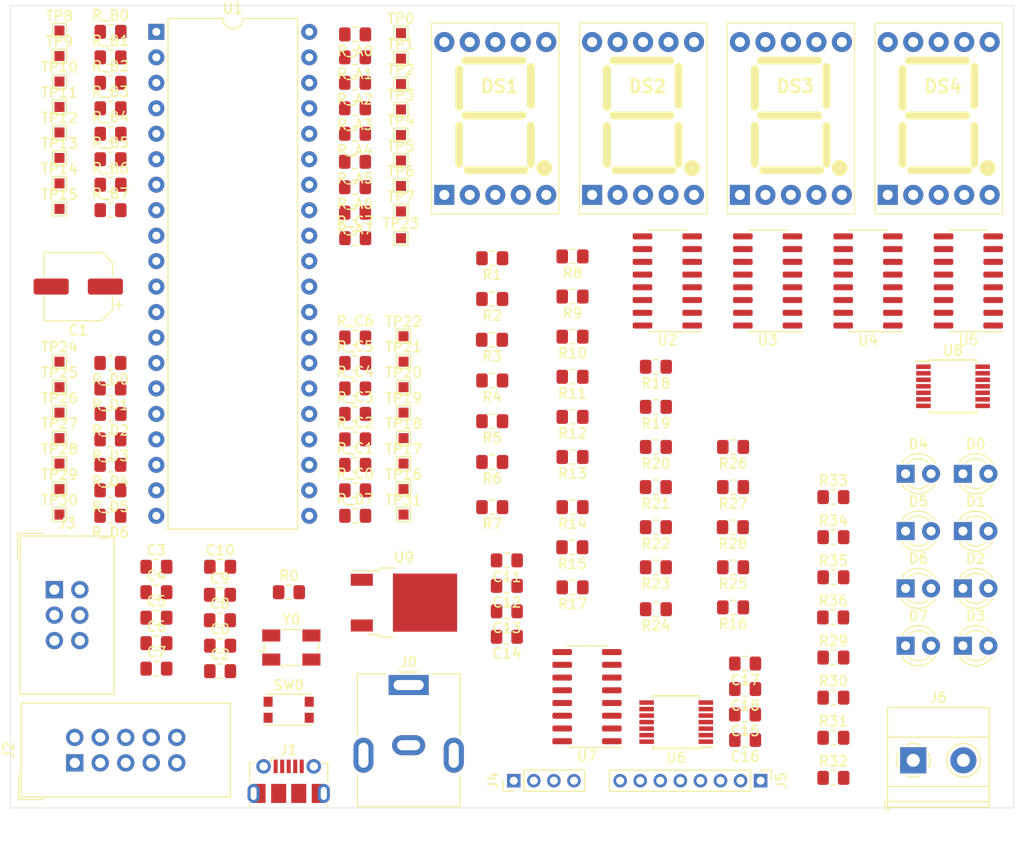
<source format=kicad_pcb>
(kicad_pcb (version 20171130) (host pcbnew 5.1.5-52549c5~84~ubuntu18.04.1)

  (general
    (thickness 1.6)
    (drawings 4)
    (tracks 0)
    (zones 0)
    (modules 150)
    (nets 135)
  )

  (page A4)
  (layers
    (0 F.Cu signal)
    (31 B.Cu signal)
    (32 B.Adhes user)
    (33 F.Adhes user)
    (34 B.Paste user)
    (35 F.Paste user)
    (36 B.SilkS user)
    (37 F.SilkS user)
    (38 B.Mask user)
    (39 F.Mask user)
    (40 Dwgs.User user)
    (41 Cmts.User user)
    (42 Eco1.User user)
    (43 Eco2.User user)
    (44 Edge.Cuts user)
    (45 Margin user)
    (46 B.CrtYd user)
    (47 F.CrtYd user)
    (48 B.Fab user)
    (49 F.Fab user)
  )

  (setup
    (last_trace_width 0.25)
    (trace_clearance 0.2)
    (zone_clearance 0.508)
    (zone_45_only no)
    (trace_min 0.2)
    (via_size 0.8)
    (via_drill 0.4)
    (via_min_size 0.4)
    (via_min_drill 0.3)
    (uvia_size 0.8)
    (uvia_drill 0.4)
    (uvias_allowed no)
    (uvia_min_size 0.2)
    (uvia_min_drill 0.1)
    (edge_width 0.05)
    (segment_width 0.18)
    (pcb_text_width 0.3)
    (pcb_text_size 1.5 1.5)
    (mod_edge_width 0.12)
    (mod_text_size 1 1)
    (mod_text_width 0.15)
    (pad_size 1.15 1.4)
    (pad_drill 0)
    (pad_to_mask_clearance 0.051)
    (solder_mask_min_width 0.25)
    (aux_axis_origin 0 0)
    (visible_elements 7FFFFFFF)
    (pcbplotparams
      (layerselection 0x010fc_ffffffff)
      (usegerberextensions false)
      (usegerberattributes false)
      (usegerberadvancedattributes false)
      (creategerberjobfile false)
      (excludeedgelayer true)
      (linewidth 0.100000)
      (plotframeref false)
      (viasonmask false)
      (mode 1)
      (useauxorigin false)
      (hpglpennumber 1)
      (hpglpenspeed 20)
      (hpglpendiameter 15.000000)
      (psnegative false)
      (psa4output false)
      (plotreference true)
      (plotvalue true)
      (plotinvisibletext false)
      (padsonsilk false)
      (subtractmaskfromsilk false)
      (outputformat 1)
      (mirror false)
      (drillshape 1)
      (scaleselection 1)
      (outputdirectory "fabrication/"))
  )

  (net 0 "")
  (net 1 Vss)
  (net 2 "Net-(C0-Pad1)")
  (net 3 Vdd)
  (net 4 "Net-(C3-Pad1)")
  (net 5 "Net-(C4-Pad1)")
  (net 6 NRST)
  (net 7 "Net-(D0-Pad2)")
  (net 8 "Net-(D1-Pad2)")
  (net 9 "Net-(D2-Pad2)")
  (net 10 "Net-(D3-Pad2)")
  (net 11 "Net-(D4-Pad2)")
  (net 12 "Net-(D5-Pad2)")
  (net 13 "Net-(D6-Pad2)")
  (net 14 "Net-(D7-Pad2)")
  (net 15 "Net-(J0-PadMP)")
  (net 16 "Net-(J1-Pad6)")
  (net 17 "Net-(J1-Pad3)")
  (net 18 "Net-(J1-Pad4)")
  (net 19 "Net-(J1-Pad2)")
  (net 20 TDI)
  (net 21 TMS)
  (net 22 TDO)
  (net 23 TCK)
  (net 24 MOSI)
  (net 25 SCK)
  (net 26 MISO)
  (net 27 RXD)
  (net 28 TXD)
  (net 29 "Net-(J5-Pad8)")
  (net 30 "Net-(J5-Pad7)")
  (net 31 "Net-(J5-Pad6)")
  (net 32 "Net-(J5-Pad5)")
  (net 33 "Net-(J5-Pad4)")
  (net 34 "Net-(J5-Pad3)")
  (net 35 "Net-(J5-Pad2)")
  (net 36 "Net-(J5-Pad1)")
  (net 37 "Net-(R1-Pad2)")
  (net 38 "Net-(R2-Pad2)")
  (net 39 "Net-(R3-Pad2)")
  (net 40 "Net-(R8-Pad2)")
  (net 41 "Net-(R9-Pad2)")
  (net 42 "Net-(R10-Pad2)")
  (net 43 "Net-(R15-Pad2)")
  (net 44 "Net-(R16-Pad2)")
  (net 45 "Net-(R17-Pad2)")
  (net 46 "Net-(R22-Pad2)")
  (net 47 "Net-(R23-Pad2)")
  (net 48 "Net-(R24-Pad2)")
  (net 49 "Net-(R29-Pad1)")
  (net 50 "Net-(R30-Pad1)")
  (net 51 "Net-(R31-Pad1)")
  (net 52 "Net-(R32-Pad1)")
  (net 53 "Net-(R33-Pad1)")
  (net 54 "Net-(R34-Pad1)")
  (net 55 "Net-(R35-Pad1)")
  (net 56 "Net-(R36-Pad1)")
  (net 57 /Display/CHAR0_0)
  (net 58 /Display/CHAR0_1)
  (net 59 /Display/CHAR0_2)
  (net 60 /Display/CHAR0_3)
  (net 61 /Display/CHAR1_0)
  (net 62 /Display/CHAR1_1)
  (net 63 /Display/CHAR1_2)
  (net 64 /Display/CHAR1_3)
  (net 65 /Display/CHAR2_0)
  (net 66 /Display/CHAR2_1)
  (net 67 /Display/CHAR2_2)
  (net 68 /Display/CHAR2_3)
  (net 69 /Display/CHAR3_0)
  (net 70 "Net-(R_C0-Pad1)")
  (net 71 "Net-(R_C1-Pad1)")
  (net 72 "Net-(R_C6-Pad1)")
  (net 73 "Net-(R_C7-Pad1)")
  (net 74 LOAD)
  (net 75 ROWS)
  (net 76 COLUMNS)
  (net 77 CLK_BUTTONS)
  (net 78 STATUS)
  (net 79 CLK_STATUS)
  (net 80 "Net-(U6-Pad13)")
  (net 81 "Net-(U6-Pad12)")
  (net 82 "Net-(U6-Pad11)")
  (net 83 "Net-(U6-Pad10)")
  (net 84 "Net-(U7-Pad14)")
  (net 85 "Net-(U7-Pad12)")
  (net 86 "Net-(U7-Pad11)")
  (net 87 "Net-(U7-Pad10)")
  (net 88 "Net-(U7-Pad1)")
  (net 89 "Net-(DS1-Pad10)")
  (net 90 "Net-(DS1-Pad9)")
  (net 91 "Net-(DS1-Pad7)")
  (net 92 "Net-(DS1-Pad6)")
  (net 93 "Net-(DS1-Pad4)")
  (net 94 "Net-(DS1-Pad2)")
  (net 95 "Net-(DS1-Pad1)")
  (net 96 "Net-(DS2-Pad10)")
  (net 97 "Net-(DS2-Pad9)")
  (net 98 "Net-(DS2-Pad8)")
  (net 99 "Net-(DS2-Pad7)")
  (net 100 "Net-(DS2-Pad6)")
  (net 101 "Net-(DS2-Pad4)")
  (net 102 "Net-(DS2-Pad2)")
  (net 103 "Net-(DS2-Pad1)")
  (net 104 "Net-(DS3-Pad10)")
  (net 105 "Net-(DS3-Pad9)")
  (net 106 "Net-(DS3-Pad7)")
  (net 107 "Net-(DS3-Pad6)")
  (net 108 "Net-(DS3-Pad4)")
  (net 109 "Net-(DS3-Pad2)")
  (net 110 "Net-(DS3-Pad1)")
  (net 111 "Net-(DS4-Pad10)")
  (net 112 "Net-(DS4-Pad9)")
  (net 113 "Net-(DS4-Pad7)")
  (net 114 "Net-(DS4-Pad6)")
  (net 115 "Net-(DS4-Pad4)")
  (net 116 "Net-(DS4-Pad2)")
  (net 117 "Net-(DS4-Pad1)")
  (net 118 "Net-(R4-Pad1)")
  (net 119 "Net-(R5-Pad1)")
  (net 120 "Net-(R6-Pad1)")
  (net 121 "Net-(R7-Pad1)")
  (net 122 "Net-(R11-Pad1)")
  (net 123 "Net-(R12-Pad1)")
  (net 124 "Net-(R13-Pad1)")
  (net 125 "Net-(R14-Pad1)")
  (net 126 "Net-(R18-Pad1)")
  (net 127 "Net-(R19-Pad1)")
  (net 128 "Net-(R20-Pad1)")
  (net 129 "Net-(R21-Pad1)")
  (net 130 "Net-(R25-Pad1)")
  (net 131 "Net-(R26-Pad1)")
  (net 132 "Net-(R27-Pad1)")
  (net 133 "Net-(R28-Pad1)")
  (net 134 "Net-(U1-Pad12)")

  (net_class Default "Dies ist die voreingestellte Netzklasse."
    (clearance 0.2)
    (trace_width 0.25)
    (via_dia 0.8)
    (via_drill 0.4)
    (uvia_dia 0.8)
    (uvia_drill 0.4)
    (diff_pair_width 0.2)
    (diff_pair_gap 0.5)
    (add_net /Display/CHAR0_0)
    (add_net /Display/CHAR0_1)
    (add_net /Display/CHAR0_2)
    (add_net /Display/CHAR0_3)
    (add_net /Display/CHAR1_0)
    (add_net /Display/CHAR1_1)
    (add_net /Display/CHAR1_2)
    (add_net /Display/CHAR1_3)
    (add_net /Display/CHAR2_0)
    (add_net /Display/CHAR2_1)
    (add_net /Display/CHAR2_2)
    (add_net /Display/CHAR2_3)
    (add_net /Display/CHAR3_0)
    (add_net CLK_BUTTONS)
    (add_net CLK_STATUS)
    (add_net COLUMNS)
    (add_net LOAD)
    (add_net MISO)
    (add_net MOSI)
    (add_net NRST)
    (add_net "Net-(C0-Pad1)")
    (add_net "Net-(C3-Pad1)")
    (add_net "Net-(C4-Pad1)")
    (add_net "Net-(D0-Pad2)")
    (add_net "Net-(D1-Pad2)")
    (add_net "Net-(D2-Pad2)")
    (add_net "Net-(D3-Pad2)")
    (add_net "Net-(D4-Pad2)")
    (add_net "Net-(D5-Pad2)")
    (add_net "Net-(D6-Pad2)")
    (add_net "Net-(D7-Pad2)")
    (add_net "Net-(DS1-Pad1)")
    (add_net "Net-(DS1-Pad10)")
    (add_net "Net-(DS1-Pad2)")
    (add_net "Net-(DS1-Pad4)")
    (add_net "Net-(DS1-Pad6)")
    (add_net "Net-(DS1-Pad7)")
    (add_net "Net-(DS1-Pad9)")
    (add_net "Net-(DS2-Pad1)")
    (add_net "Net-(DS2-Pad10)")
    (add_net "Net-(DS2-Pad2)")
    (add_net "Net-(DS2-Pad4)")
    (add_net "Net-(DS2-Pad6)")
    (add_net "Net-(DS2-Pad7)")
    (add_net "Net-(DS2-Pad8)")
    (add_net "Net-(DS2-Pad9)")
    (add_net "Net-(DS3-Pad1)")
    (add_net "Net-(DS3-Pad10)")
    (add_net "Net-(DS3-Pad2)")
    (add_net "Net-(DS3-Pad4)")
    (add_net "Net-(DS3-Pad6)")
    (add_net "Net-(DS3-Pad7)")
    (add_net "Net-(DS3-Pad9)")
    (add_net "Net-(DS4-Pad1)")
    (add_net "Net-(DS4-Pad10)")
    (add_net "Net-(DS4-Pad2)")
    (add_net "Net-(DS4-Pad4)")
    (add_net "Net-(DS4-Pad6)")
    (add_net "Net-(DS4-Pad7)")
    (add_net "Net-(DS4-Pad9)")
    (add_net "Net-(J0-PadMP)")
    (add_net "Net-(J1-Pad2)")
    (add_net "Net-(J1-Pad3)")
    (add_net "Net-(J1-Pad4)")
    (add_net "Net-(J1-Pad6)")
    (add_net "Net-(J5-Pad1)")
    (add_net "Net-(J5-Pad2)")
    (add_net "Net-(J5-Pad3)")
    (add_net "Net-(J5-Pad4)")
    (add_net "Net-(J5-Pad5)")
    (add_net "Net-(J5-Pad6)")
    (add_net "Net-(J5-Pad7)")
    (add_net "Net-(J5-Pad8)")
    (add_net "Net-(R1-Pad2)")
    (add_net "Net-(R10-Pad2)")
    (add_net "Net-(R11-Pad1)")
    (add_net "Net-(R12-Pad1)")
    (add_net "Net-(R13-Pad1)")
    (add_net "Net-(R14-Pad1)")
    (add_net "Net-(R15-Pad2)")
    (add_net "Net-(R16-Pad2)")
    (add_net "Net-(R17-Pad2)")
    (add_net "Net-(R18-Pad1)")
    (add_net "Net-(R19-Pad1)")
    (add_net "Net-(R2-Pad2)")
    (add_net "Net-(R20-Pad1)")
    (add_net "Net-(R21-Pad1)")
    (add_net "Net-(R22-Pad2)")
    (add_net "Net-(R23-Pad2)")
    (add_net "Net-(R24-Pad2)")
    (add_net "Net-(R25-Pad1)")
    (add_net "Net-(R26-Pad1)")
    (add_net "Net-(R27-Pad1)")
    (add_net "Net-(R28-Pad1)")
    (add_net "Net-(R29-Pad1)")
    (add_net "Net-(R3-Pad2)")
    (add_net "Net-(R30-Pad1)")
    (add_net "Net-(R31-Pad1)")
    (add_net "Net-(R32-Pad1)")
    (add_net "Net-(R33-Pad1)")
    (add_net "Net-(R34-Pad1)")
    (add_net "Net-(R35-Pad1)")
    (add_net "Net-(R36-Pad1)")
    (add_net "Net-(R4-Pad1)")
    (add_net "Net-(R5-Pad1)")
    (add_net "Net-(R6-Pad1)")
    (add_net "Net-(R7-Pad1)")
    (add_net "Net-(R8-Pad2)")
    (add_net "Net-(R9-Pad2)")
    (add_net "Net-(R_C0-Pad1)")
    (add_net "Net-(R_C1-Pad1)")
    (add_net "Net-(R_C6-Pad1)")
    (add_net "Net-(R_C7-Pad1)")
    (add_net "Net-(U1-Pad12)")
    (add_net "Net-(U6-Pad10)")
    (add_net "Net-(U6-Pad11)")
    (add_net "Net-(U6-Pad12)")
    (add_net "Net-(U6-Pad13)")
    (add_net "Net-(U7-Pad1)")
    (add_net "Net-(U7-Pad10)")
    (add_net "Net-(U7-Pad11)")
    (add_net "Net-(U7-Pad12)")
    (add_net "Net-(U7-Pad14)")
    (add_net ROWS)
    (add_net RXD)
    (add_net SCK)
    (add_net STATUS)
    (add_net TCK)
    (add_net TDI)
    (add_net TDO)
    (add_net TMS)
    (add_net TXD)
    (add_net Vdd)
    (add_net Vss)
  )

  (module Crystal:Crystal_SMD_Abracon_ABM3B-4Pin_5.0x3.2mm (layer F.Cu) (tedit 5A0FD1B2) (tstamp 5E3754BA)
    (at 48 84)
    (descr "Abracon Miniature Ceramic Smd Crystal ABM3B http://www.abracon.com/Resonators/abm3b.pdf, 5.0x3.2mm^2 package")
    (tags "SMD SMT crystal")
    (path /5E3EA15B)
    (attr smd)
    (fp_text reference Y0 (at 0 -2.8) (layer F.SilkS)
      (effects (font (size 1 1) (thickness 0.15)))
    )
    (fp_text value Crystal_GND24 (at 0 2.8) (layer F.Fab)
      (effects (font (size 1 1) (thickness 0.15)))
    )
    (fp_circle (center 0 0) (end 0.116667 0) (layer F.Adhes) (width 0.233333))
    (fp_circle (center 0 0) (end 0.266667 0) (layer F.Adhes) (width 0.166667))
    (fp_circle (center 0 0) (end 0.416667 0) (layer F.Adhes) (width 0.166667))
    (fp_circle (center 0 0) (end 0.5 0) (layer F.Adhes) (width 0.1))
    (fp_line (start 3.2 -2.1) (end -3.2 -2.1) (layer F.CrtYd) (width 0.05))
    (fp_line (start 3.2 2.1) (end 3.2 -2.1) (layer F.CrtYd) (width 0.05))
    (fp_line (start -3.2 2.1) (end 3.2 2.1) (layer F.CrtYd) (width 0.05))
    (fp_line (start -3.2 -2.1) (end -3.2 2.1) (layer F.CrtYd) (width 0.05))
    (fp_line (start -0.9 1.8) (end -0.9 2.04) (layer F.SilkS) (width 0.12))
    (fp_line (start 0.9 1.8) (end -0.9 1.8) (layer F.SilkS) (width 0.12))
    (fp_line (start -0.9 -1.8) (end 0.9 -1.8) (layer F.SilkS) (width 0.12))
    (fp_line (start 2.7 -0.4) (end 2.7 0.4) (layer F.SilkS) (width 0.12))
    (fp_line (start -2.7 0.4) (end -2.7 -0.4) (layer F.SilkS) (width 0.12))
    (fp_line (start -3.1 0.4) (end -2.7 0.4) (layer F.SilkS) (width 0.12))
    (fp_line (start -2.5 0.6) (end -1.5 1.6) (layer F.Fab) (width 0.1))
    (fp_line (start -2.5 -1.4) (end -2.3 -1.6) (layer F.Fab) (width 0.1))
    (fp_line (start -2.5 1.4) (end -2.5 -1.4) (layer F.Fab) (width 0.1))
    (fp_line (start -2.3 1.6) (end -2.5 1.4) (layer F.Fab) (width 0.1))
    (fp_line (start 2.3 1.6) (end -2.3 1.6) (layer F.Fab) (width 0.1))
    (fp_line (start 2.5 1.4) (end 2.3 1.6) (layer F.Fab) (width 0.1))
    (fp_line (start 2.5 -1.4) (end 2.5 1.4) (layer F.Fab) (width 0.1))
    (fp_line (start 2.3 -1.6) (end 2.5 -1.4) (layer F.Fab) (width 0.1))
    (fp_line (start -2.3 -1.6) (end 2.3 -1.6) (layer F.Fab) (width 0.1))
    (fp_text user %R (at 0 0) (layer F.Fab)
      (effects (font (size 1 1) (thickness 0.15)))
    )
    (pad 4 smd rect (at -2 -1.2) (size 1.8 1.2) (layers F.Cu F.Paste F.Mask)
      (net 1 Vss))
    (pad 3 smd rect (at 2 -1.2) (size 1.8 1.2) (layers F.Cu F.Paste F.Mask)
      (net 5 "Net-(C4-Pad1)"))
    (pad 2 smd rect (at 2 1.2) (size 1.8 1.2) (layers F.Cu F.Paste F.Mask)
      (net 1 Vss))
    (pad 1 smd rect (at -2 1.2) (size 1.8 1.2) (layers F.Cu F.Paste F.Mask)
      (net 4 "Net-(C3-Pad1)"))
    (model ${KISYS3DMOD}/Crystal.3dshapes/Crystal_SMD_Abracon_ABM3B-4Pin_5.0x3.2mm.wrl
      (at (xyz 0 0 0))
      (scale (xyz 1 1 1))
      (rotate (xyz 0 0 0))
    )
  )

  (module Package_TO_SOT_SMD:TO-252-2 (layer F.Cu) (tedit 5A70A390) (tstamp 5DDBD702)
    (at 59.225 79.525)
    (descr "TO-252 / DPAK SMD package, http://www.infineon.com/cms/en/product/packages/PG-TO252/PG-TO252-3-1/")
    (tags "DPAK TO-252 DPAK-3 TO-252-3 SOT-428")
    (path /5DE337F2)
    (attr smd)
    (fp_text reference U9 (at 0 -4.5) (layer F.SilkS)
      (effects (font (size 1 1) (thickness 0.15)))
    )
    (fp_text value L7805 (at 0 4.5) (layer F.Fab)
      (effects (font (size 1 1) (thickness 0.15)))
    )
    (fp_text user %R (at 0 0) (layer F.Fab)
      (effects (font (size 1 1) (thickness 0.15)))
    )
    (fp_line (start 5.55 -3.5) (end -5.55 -3.5) (layer F.CrtYd) (width 0.05))
    (fp_line (start 5.55 3.5) (end 5.55 -3.5) (layer F.CrtYd) (width 0.05))
    (fp_line (start -5.55 3.5) (end 5.55 3.5) (layer F.CrtYd) (width 0.05))
    (fp_line (start -5.55 -3.5) (end -5.55 3.5) (layer F.CrtYd) (width 0.05))
    (fp_line (start -2.47 3.18) (end -3.57 3.18) (layer F.SilkS) (width 0.12))
    (fp_line (start -2.47 3.45) (end -2.47 3.18) (layer F.SilkS) (width 0.12))
    (fp_line (start -0.97 3.45) (end -2.47 3.45) (layer F.SilkS) (width 0.12))
    (fp_line (start -2.47 -3.18) (end -5.3 -3.18) (layer F.SilkS) (width 0.12))
    (fp_line (start -2.47 -3.45) (end -2.47 -3.18) (layer F.SilkS) (width 0.12))
    (fp_line (start -0.97 -3.45) (end -2.47 -3.45) (layer F.SilkS) (width 0.12))
    (fp_line (start -4.97 2.655) (end -2.27 2.655) (layer F.Fab) (width 0.1))
    (fp_line (start -4.97 1.905) (end -4.97 2.655) (layer F.Fab) (width 0.1))
    (fp_line (start -2.27 1.905) (end -4.97 1.905) (layer F.Fab) (width 0.1))
    (fp_line (start -4.97 -1.905) (end -2.27 -1.905) (layer F.Fab) (width 0.1))
    (fp_line (start -4.97 -2.655) (end -4.97 -1.905) (layer F.Fab) (width 0.1))
    (fp_line (start -1.865 -2.655) (end -4.97 -2.655) (layer F.Fab) (width 0.1))
    (fp_line (start -1.27 -3.25) (end 3.95 -3.25) (layer F.Fab) (width 0.1))
    (fp_line (start -2.27 -2.25) (end -1.27 -3.25) (layer F.Fab) (width 0.1))
    (fp_line (start -2.27 3.25) (end -2.27 -2.25) (layer F.Fab) (width 0.1))
    (fp_line (start 3.95 3.25) (end -2.27 3.25) (layer F.Fab) (width 0.1))
    (fp_line (start 3.95 -3.25) (end 3.95 3.25) (layer F.Fab) (width 0.1))
    (fp_line (start 4.95 2.7) (end 3.95 2.7) (layer F.Fab) (width 0.1))
    (fp_line (start 4.95 -2.7) (end 4.95 2.7) (layer F.Fab) (width 0.1))
    (fp_line (start 3.95 -2.7) (end 4.95 -2.7) (layer F.Fab) (width 0.1))
    (pad "" smd rect (at 0.425 1.525) (size 3.05 2.75) (layers F.Paste))
    (pad "" smd rect (at 3.775 -1.525) (size 3.05 2.75) (layers F.Paste))
    (pad "" smd rect (at 0.425 -1.525) (size 3.05 2.75) (layers F.Paste))
    (pad "" smd rect (at 3.775 1.525) (size 3.05 2.75) (layers F.Paste))
    (pad 2 smd rect (at 2.1 0) (size 6.4 5.8) (layers F.Cu F.Mask)
      (net 1 Vss))
    (pad 3 smd rect (at -4.2 2.28) (size 2.2 1.2) (layers F.Cu F.Paste F.Mask)
      (net 3 Vdd))
    (pad 1 smd rect (at -4.2 -2.28) (size 2.2 1.2) (layers F.Cu F.Paste F.Mask)
      (net 2 "Net-(C0-Pad1)"))
    (model ${KISYS3DMOD}/Package_TO_SOT_SMD.3dshapes/TO-252-2.wrl
      (at (xyz 0 0 0))
      (scale (xyz 1 1 1))
      (rotate (xyz 0 0 0))
    )
  )

  (module Package_SO:SOIC-16_3.9x9.9mm_P1.27mm (layer F.Cu) (tedit 5D9F72B1) (tstamp 5DDC2218)
    (at 115.475 47.445 180)
    (descr "SOIC, 16 Pin (JEDEC MS-012AC, https://www.analog.com/media/en/package-pcb-resources/package/pkg_pdf/soic_narrow-r/r_16.pdf), generated with kicad-footprint-generator ipc_gullwing_generator.py")
    (tags "SOIC SO")
    (path /5DD2ECA3/5E335BBF)
    (attr smd)
    (fp_text reference U5 (at 0 -5.9) (layer F.SilkS)
      (effects (font (size 1 1) (thickness 0.15)))
    )
    (fp_text value 4511 (at 0 5.9) (layer F.Fab)
      (effects (font (size 1 1) (thickness 0.15)))
    )
    (fp_text user %R (at 0 0) (layer F.Fab)
      (effects (font (size 0.98 0.98) (thickness 0.15)))
    )
    (fp_line (start 3.7 -5.2) (end -3.7 -5.2) (layer F.CrtYd) (width 0.05))
    (fp_line (start 3.7 5.2) (end 3.7 -5.2) (layer F.CrtYd) (width 0.05))
    (fp_line (start -3.7 5.2) (end 3.7 5.2) (layer F.CrtYd) (width 0.05))
    (fp_line (start -3.7 -5.2) (end -3.7 5.2) (layer F.CrtYd) (width 0.05))
    (fp_line (start -1.95 -3.975) (end -0.975 -4.95) (layer F.Fab) (width 0.1))
    (fp_line (start -1.95 4.95) (end -1.95 -3.975) (layer F.Fab) (width 0.1))
    (fp_line (start 1.95 4.95) (end -1.95 4.95) (layer F.Fab) (width 0.1))
    (fp_line (start 1.95 -4.95) (end 1.95 4.95) (layer F.Fab) (width 0.1))
    (fp_line (start -0.975 -4.95) (end 1.95 -4.95) (layer F.Fab) (width 0.1))
    (fp_line (start 0 -5.06) (end -3.45 -5.06) (layer F.SilkS) (width 0.12))
    (fp_line (start 0 -5.06) (end 1.95 -5.06) (layer F.SilkS) (width 0.12))
    (fp_line (start 0 5.06) (end -1.95 5.06) (layer F.SilkS) (width 0.12))
    (fp_line (start 0 5.06) (end 1.95 5.06) (layer F.SilkS) (width 0.12))
    (pad 16 smd roundrect (at 2.475 -4.445 180) (size 1.95 0.6) (layers F.Cu F.Paste F.Mask) (roundrect_rratio 0.25)
      (net 3 Vdd))
    (pad 15 smd roundrect (at 2.475 -3.175 180) (size 1.95 0.6) (layers F.Cu F.Paste F.Mask) (roundrect_rratio 0.25)
      (net 132 "Net-(R27-Pad1)"))
    (pad 14 smd roundrect (at 2.475 -1.905 180) (size 1.95 0.6) (layers F.Cu F.Paste F.Mask) (roundrect_rratio 0.25)
      (net 131 "Net-(R26-Pad1)"))
    (pad 13 smd roundrect (at 2.475 -0.635 180) (size 1.95 0.6) (layers F.Cu F.Paste F.Mask) (roundrect_rratio 0.25)
      (net 130 "Net-(R25-Pad1)"))
    (pad 12 smd roundrect (at 2.475 0.635 180) (size 1.95 0.6) (layers F.Cu F.Paste F.Mask) (roundrect_rratio 0.25)
      (net 133 "Net-(R28-Pad1)"))
    (pad 11 smd roundrect (at 2.475 1.905 180) (size 1.95 0.6) (layers F.Cu F.Paste F.Mask) (roundrect_rratio 0.25)
      (net 48 "Net-(R24-Pad2)"))
    (pad 10 smd roundrect (at 2.475 3.175 180) (size 1.95 0.6) (layers F.Cu F.Paste F.Mask) (roundrect_rratio 0.25)
      (net 47 "Net-(R23-Pad2)"))
    (pad 9 smd roundrect (at 2.475 4.445 180) (size 1.95 0.6) (layers F.Cu F.Paste F.Mask) (roundrect_rratio 0.25)
      (net 46 "Net-(R22-Pad2)"))
    (pad 8 smd roundrect (at -2.475 4.445 180) (size 1.95 0.6) (layers F.Cu F.Paste F.Mask) (roundrect_rratio 0.25)
      (net 1 Vss))
    (pad 7 smd roundrect (at -2.475 3.175 180) (size 1.95 0.6) (layers F.Cu F.Paste F.Mask) (roundrect_rratio 0.25)
      (net 69 /Display/CHAR3_0))
    (pad 6 smd roundrect (at -2.475 1.905 180) (size 1.95 0.6) (layers F.Cu F.Paste F.Mask) (roundrect_rratio 0.25)
      (net 25 SCK))
    (pad 5 smd roundrect (at -2.475 0.635 180) (size 1.95 0.6) (layers F.Cu F.Paste F.Mask) (roundrect_rratio 0.25)
      (net 1 Vss))
    (pad 4 smd roundrect (at -2.475 -0.635 180) (size 1.95 0.6) (layers F.Cu F.Paste F.Mask) (roundrect_rratio 0.25)
      (net 3 Vdd))
    (pad 3 smd roundrect (at -2.475 -1.905 180) (size 1.95 0.6) (layers F.Cu F.Paste F.Mask) (roundrect_rratio 0.25)
      (net 3 Vdd))
    (pad 2 smd roundrect (at -2.475 -3.175 180) (size 1.95 0.6) (layers F.Cu F.Paste F.Mask) (roundrect_rratio 0.25)
      (net 26 MISO))
    (pad 1 smd roundrect (at -2.475 -4.445 180) (size 1.95 0.6) (layers F.Cu F.Paste F.Mask) (roundrect_rratio 0.25)
      (net 24 MOSI))
    (model ${KISYS3DMOD}/Package_SO.3dshapes/SOIC-16_3.9x9.9mm_P1.27mm.wrl
      (at (xyz 0 0 0))
      (scale (xyz 1 1 1))
      (rotate (xyz 0 0 0))
    )
  )

  (module Package_SO:SOIC-16_3.9x9.9mm_P1.27mm (layer F.Cu) (tedit 5D9F72B1) (tstamp 5DDBD65C)
    (at 105.475 47.445 180)
    (descr "SOIC, 16 Pin (JEDEC MS-012AC, https://www.analog.com/media/en/package-pcb-resources/package/pkg_pdf/soic_narrow-r/r_16.pdf), generated with kicad-footprint-generator ipc_gullwing_generator.py")
    (tags "SOIC SO")
    (path /5DD2ECA3/5E3374CE)
    (attr smd)
    (fp_text reference U4 (at 0 -5.9) (layer F.SilkS)
      (effects (font (size 1 1) (thickness 0.15)))
    )
    (fp_text value 4511 (at 0 5.9) (layer F.Fab)
      (effects (font (size 1 1) (thickness 0.15)))
    )
    (fp_text user %R (at 0 0) (layer F.Fab)
      (effects (font (size 0.98 0.98) (thickness 0.15)))
    )
    (fp_line (start 3.7 -5.2) (end -3.7 -5.2) (layer F.CrtYd) (width 0.05))
    (fp_line (start 3.7 5.2) (end 3.7 -5.2) (layer F.CrtYd) (width 0.05))
    (fp_line (start -3.7 5.2) (end 3.7 5.2) (layer F.CrtYd) (width 0.05))
    (fp_line (start -3.7 -5.2) (end -3.7 5.2) (layer F.CrtYd) (width 0.05))
    (fp_line (start -1.95 -3.975) (end -0.975 -4.95) (layer F.Fab) (width 0.1))
    (fp_line (start -1.95 4.95) (end -1.95 -3.975) (layer F.Fab) (width 0.1))
    (fp_line (start 1.95 4.95) (end -1.95 4.95) (layer F.Fab) (width 0.1))
    (fp_line (start 1.95 -4.95) (end 1.95 4.95) (layer F.Fab) (width 0.1))
    (fp_line (start -0.975 -4.95) (end 1.95 -4.95) (layer F.Fab) (width 0.1))
    (fp_line (start 0 -5.06) (end -3.45 -5.06) (layer F.SilkS) (width 0.12))
    (fp_line (start 0 -5.06) (end 1.95 -5.06) (layer F.SilkS) (width 0.12))
    (fp_line (start 0 5.06) (end -1.95 5.06) (layer F.SilkS) (width 0.12))
    (fp_line (start 0 5.06) (end 1.95 5.06) (layer F.SilkS) (width 0.12))
    (pad 16 smd roundrect (at 2.475 -4.445 180) (size 1.95 0.6) (layers F.Cu F.Paste F.Mask) (roundrect_rratio 0.25)
      (net 3 Vdd))
    (pad 15 smd roundrect (at 2.475 -3.175 180) (size 1.95 0.6) (layers F.Cu F.Paste F.Mask) (roundrect_rratio 0.25)
      (net 127 "Net-(R19-Pad1)"))
    (pad 14 smd roundrect (at 2.475 -1.905 180) (size 1.95 0.6) (layers F.Cu F.Paste F.Mask) (roundrect_rratio 0.25)
      (net 126 "Net-(R18-Pad1)"))
    (pad 13 smd roundrect (at 2.475 -0.635 180) (size 1.95 0.6) (layers F.Cu F.Paste F.Mask) (roundrect_rratio 0.25)
      (net 128 "Net-(R20-Pad1)"))
    (pad 12 smd roundrect (at 2.475 0.635 180) (size 1.95 0.6) (layers F.Cu F.Paste F.Mask) (roundrect_rratio 0.25)
      (net 129 "Net-(R21-Pad1)"))
    (pad 11 smd roundrect (at 2.475 1.905 180) (size 1.95 0.6) (layers F.Cu F.Paste F.Mask) (roundrect_rratio 0.25)
      (net 45 "Net-(R17-Pad2)"))
    (pad 10 smd roundrect (at 2.475 3.175 180) (size 1.95 0.6) (layers F.Cu F.Paste F.Mask) (roundrect_rratio 0.25)
      (net 44 "Net-(R16-Pad2)"))
    (pad 9 smd roundrect (at 2.475 4.445 180) (size 1.95 0.6) (layers F.Cu F.Paste F.Mask) (roundrect_rratio 0.25)
      (net 43 "Net-(R15-Pad2)"))
    (pad 8 smd roundrect (at -2.475 4.445 180) (size 1.95 0.6) (layers F.Cu F.Paste F.Mask) (roundrect_rratio 0.25)
      (net 1 Vss))
    (pad 7 smd roundrect (at -2.475 3.175 180) (size 1.95 0.6) (layers F.Cu F.Paste F.Mask) (roundrect_rratio 0.25)
      (net 65 /Display/CHAR2_0))
    (pad 6 smd roundrect (at -2.475 1.905 180) (size 1.95 0.6) (layers F.Cu F.Paste F.Mask) (roundrect_rratio 0.25)
      (net 68 /Display/CHAR2_3))
    (pad 5 smd roundrect (at -2.475 0.635 180) (size 1.95 0.6) (layers F.Cu F.Paste F.Mask) (roundrect_rratio 0.25)
      (net 1 Vss))
    (pad 4 smd roundrect (at -2.475 -0.635 180) (size 1.95 0.6) (layers F.Cu F.Paste F.Mask) (roundrect_rratio 0.25)
      (net 3 Vdd))
    (pad 3 smd roundrect (at -2.475 -1.905 180) (size 1.95 0.6) (layers F.Cu F.Paste F.Mask) (roundrect_rratio 0.25)
      (net 3 Vdd))
    (pad 2 smd roundrect (at -2.475 -3.175 180) (size 1.95 0.6) (layers F.Cu F.Paste F.Mask) (roundrect_rratio 0.25)
      (net 67 /Display/CHAR2_2))
    (pad 1 smd roundrect (at -2.475 -4.445 180) (size 1.95 0.6) (layers F.Cu F.Paste F.Mask) (roundrect_rratio 0.25)
      (net 66 /Display/CHAR2_1))
    (model ${KISYS3DMOD}/Package_SO.3dshapes/SOIC-16_3.9x9.9mm_P1.27mm.wrl
      (at (xyz 0 0 0))
      (scale (xyz 1 1 1))
      (rotate (xyz 0 0 0))
    )
  )

  (module Package_SO:SOIC-16_3.9x9.9mm_P1.27mm (layer F.Cu) (tedit 5D9F72B1) (tstamp 5DDBD638)
    (at 95.475 47.445 180)
    (descr "SOIC, 16 Pin (JEDEC MS-012AC, https://www.analog.com/media/en/package-pcb-resources/package/pkg_pdf/soic_narrow-r/r_16.pdf), generated with kicad-footprint-generator ipc_gullwing_generator.py")
    (tags "SOIC SO")
    (path /5DD2ECA3/5E338774)
    (attr smd)
    (fp_text reference U3 (at 0 -5.9) (layer F.SilkS)
      (effects (font (size 1 1) (thickness 0.15)))
    )
    (fp_text value 4511 (at 0 5.9) (layer F.Fab)
      (effects (font (size 1 1) (thickness 0.15)))
    )
    (fp_text user %R (at 0 0) (layer F.Fab)
      (effects (font (size 0.98 0.98) (thickness 0.15)))
    )
    (fp_line (start 3.7 -5.2) (end -3.7 -5.2) (layer F.CrtYd) (width 0.05))
    (fp_line (start 3.7 5.2) (end 3.7 -5.2) (layer F.CrtYd) (width 0.05))
    (fp_line (start -3.7 5.2) (end 3.7 5.2) (layer F.CrtYd) (width 0.05))
    (fp_line (start -3.7 -5.2) (end -3.7 5.2) (layer F.CrtYd) (width 0.05))
    (fp_line (start -1.95 -3.975) (end -0.975 -4.95) (layer F.Fab) (width 0.1))
    (fp_line (start -1.95 4.95) (end -1.95 -3.975) (layer F.Fab) (width 0.1))
    (fp_line (start 1.95 4.95) (end -1.95 4.95) (layer F.Fab) (width 0.1))
    (fp_line (start 1.95 -4.95) (end 1.95 4.95) (layer F.Fab) (width 0.1))
    (fp_line (start -0.975 -4.95) (end 1.95 -4.95) (layer F.Fab) (width 0.1))
    (fp_line (start 0 -5.06) (end -3.45 -5.06) (layer F.SilkS) (width 0.12))
    (fp_line (start 0 -5.06) (end 1.95 -5.06) (layer F.SilkS) (width 0.12))
    (fp_line (start 0 5.06) (end -1.95 5.06) (layer F.SilkS) (width 0.12))
    (fp_line (start 0 5.06) (end 1.95 5.06) (layer F.SilkS) (width 0.12))
    (pad 16 smd roundrect (at 2.475 -4.445 180) (size 1.95 0.6) (layers F.Cu F.Paste F.Mask) (roundrect_rratio 0.25)
      (net 3 Vdd))
    (pad 15 smd roundrect (at 2.475 -3.175 180) (size 1.95 0.6) (layers F.Cu F.Paste F.Mask) (roundrect_rratio 0.25)
      (net 123 "Net-(R12-Pad1)"))
    (pad 14 smd roundrect (at 2.475 -1.905 180) (size 1.95 0.6) (layers F.Cu F.Paste F.Mask) (roundrect_rratio 0.25)
      (net 122 "Net-(R11-Pad1)"))
    (pad 13 smd roundrect (at 2.475 -0.635 180) (size 1.95 0.6) (layers F.Cu F.Paste F.Mask) (roundrect_rratio 0.25)
      (net 124 "Net-(R13-Pad1)"))
    (pad 12 smd roundrect (at 2.475 0.635 180) (size 1.95 0.6) (layers F.Cu F.Paste F.Mask) (roundrect_rratio 0.25)
      (net 125 "Net-(R14-Pad1)"))
    (pad 11 smd roundrect (at 2.475 1.905 180) (size 1.95 0.6) (layers F.Cu F.Paste F.Mask) (roundrect_rratio 0.25)
      (net 42 "Net-(R10-Pad2)"))
    (pad 10 smd roundrect (at 2.475 3.175 180) (size 1.95 0.6) (layers F.Cu F.Paste F.Mask) (roundrect_rratio 0.25)
      (net 41 "Net-(R9-Pad2)"))
    (pad 9 smd roundrect (at 2.475 4.445 180) (size 1.95 0.6) (layers F.Cu F.Paste F.Mask) (roundrect_rratio 0.25)
      (net 40 "Net-(R8-Pad2)"))
    (pad 8 smd roundrect (at -2.475 4.445 180) (size 1.95 0.6) (layers F.Cu F.Paste F.Mask) (roundrect_rratio 0.25)
      (net 1 Vss))
    (pad 7 smd roundrect (at -2.475 3.175 180) (size 1.95 0.6) (layers F.Cu F.Paste F.Mask) (roundrect_rratio 0.25)
      (net 61 /Display/CHAR1_0))
    (pad 6 smd roundrect (at -2.475 1.905 180) (size 1.95 0.6) (layers F.Cu F.Paste F.Mask) (roundrect_rratio 0.25)
      (net 64 /Display/CHAR1_3))
    (pad 5 smd roundrect (at -2.475 0.635 180) (size 1.95 0.6) (layers F.Cu F.Paste F.Mask) (roundrect_rratio 0.25)
      (net 1 Vss))
    (pad 4 smd roundrect (at -2.475 -0.635 180) (size 1.95 0.6) (layers F.Cu F.Paste F.Mask) (roundrect_rratio 0.25)
      (net 3 Vdd))
    (pad 3 smd roundrect (at -2.475 -1.905 180) (size 1.95 0.6) (layers F.Cu F.Paste F.Mask) (roundrect_rratio 0.25)
      (net 3 Vdd))
    (pad 2 smd roundrect (at -2.475 -3.175 180) (size 1.95 0.6) (layers F.Cu F.Paste F.Mask) (roundrect_rratio 0.25)
      (net 63 /Display/CHAR1_2))
    (pad 1 smd roundrect (at -2.475 -4.445 180) (size 1.95 0.6) (layers F.Cu F.Paste F.Mask) (roundrect_rratio 0.25)
      (net 62 /Display/CHAR1_1))
    (model ${KISYS3DMOD}/Package_SO.3dshapes/SOIC-16_3.9x9.9mm_P1.27mm.wrl
      (at (xyz 0 0 0))
      (scale (xyz 1 1 1))
      (rotate (xyz 0 0 0))
    )
  )

  (module Package_SO:SOIC-16_3.9x9.9mm_P1.27mm (layer F.Cu) (tedit 5D9F72B1) (tstamp 5DDBD614)
    (at 85.475 47.445 180)
    (descr "SOIC, 16 Pin (JEDEC MS-012AC, https://www.analog.com/media/en/package-pcb-resources/package/pkg_pdf/soic_narrow-r/r_16.pdf), generated with kicad-footprint-generator ipc_gullwing_generator.py")
    (tags "SOIC SO")
    (path /5DD2ECA3/5E337F28)
    (attr smd)
    (fp_text reference U2 (at 0 -5.9) (layer F.SilkS)
      (effects (font (size 1 1) (thickness 0.15)))
    )
    (fp_text value 4511 (at 0 5.9) (layer F.Fab)
      (effects (font (size 1 1) (thickness 0.15)))
    )
    (fp_text user %R (at 0 0) (layer F.Fab)
      (effects (font (size 0.98 0.98) (thickness 0.15)))
    )
    (fp_line (start 3.7 -5.2) (end -3.7 -5.2) (layer F.CrtYd) (width 0.05))
    (fp_line (start 3.7 5.2) (end 3.7 -5.2) (layer F.CrtYd) (width 0.05))
    (fp_line (start -3.7 5.2) (end 3.7 5.2) (layer F.CrtYd) (width 0.05))
    (fp_line (start -3.7 -5.2) (end -3.7 5.2) (layer F.CrtYd) (width 0.05))
    (fp_line (start -1.95 -3.975) (end -0.975 -4.95) (layer F.Fab) (width 0.1))
    (fp_line (start -1.95 4.95) (end -1.95 -3.975) (layer F.Fab) (width 0.1))
    (fp_line (start 1.95 4.95) (end -1.95 4.95) (layer F.Fab) (width 0.1))
    (fp_line (start 1.95 -4.95) (end 1.95 4.95) (layer F.Fab) (width 0.1))
    (fp_line (start -0.975 -4.95) (end 1.95 -4.95) (layer F.Fab) (width 0.1))
    (fp_line (start 0 -5.06) (end -3.45 -5.06) (layer F.SilkS) (width 0.12))
    (fp_line (start 0 -5.06) (end 1.95 -5.06) (layer F.SilkS) (width 0.12))
    (fp_line (start 0 5.06) (end -1.95 5.06) (layer F.SilkS) (width 0.12))
    (fp_line (start 0 5.06) (end 1.95 5.06) (layer F.SilkS) (width 0.12))
    (pad 16 smd roundrect (at 2.475 -4.445 180) (size 1.95 0.6) (layers F.Cu F.Paste F.Mask) (roundrect_rratio 0.25)
      (net 3 Vdd))
    (pad 15 smd roundrect (at 2.475 -3.175 180) (size 1.95 0.6) (layers F.Cu F.Paste F.Mask) (roundrect_rratio 0.25)
      (net 119 "Net-(R5-Pad1)"))
    (pad 14 smd roundrect (at 2.475 -1.905 180) (size 1.95 0.6) (layers F.Cu F.Paste F.Mask) (roundrect_rratio 0.25)
      (net 118 "Net-(R4-Pad1)"))
    (pad 13 smd roundrect (at 2.475 -0.635 180) (size 1.95 0.6) (layers F.Cu F.Paste F.Mask) (roundrect_rratio 0.25)
      (net 120 "Net-(R6-Pad1)"))
    (pad 12 smd roundrect (at 2.475 0.635 180) (size 1.95 0.6) (layers F.Cu F.Paste F.Mask) (roundrect_rratio 0.25)
      (net 121 "Net-(R7-Pad1)"))
    (pad 11 smd roundrect (at 2.475 1.905 180) (size 1.95 0.6) (layers F.Cu F.Paste F.Mask) (roundrect_rratio 0.25)
      (net 39 "Net-(R3-Pad2)"))
    (pad 10 smd roundrect (at 2.475 3.175 180) (size 1.95 0.6) (layers F.Cu F.Paste F.Mask) (roundrect_rratio 0.25)
      (net 38 "Net-(R2-Pad2)"))
    (pad 9 smd roundrect (at 2.475 4.445 180) (size 1.95 0.6) (layers F.Cu F.Paste F.Mask) (roundrect_rratio 0.25)
      (net 37 "Net-(R1-Pad2)"))
    (pad 8 smd roundrect (at -2.475 4.445 180) (size 1.95 0.6) (layers F.Cu F.Paste F.Mask) (roundrect_rratio 0.25)
      (net 1 Vss))
    (pad 7 smd roundrect (at -2.475 3.175 180) (size 1.95 0.6) (layers F.Cu F.Paste F.Mask) (roundrect_rratio 0.25)
      (net 57 /Display/CHAR0_0))
    (pad 6 smd roundrect (at -2.475 1.905 180) (size 1.95 0.6) (layers F.Cu F.Paste F.Mask) (roundrect_rratio 0.25)
      (net 60 /Display/CHAR0_3))
    (pad 5 smd roundrect (at -2.475 0.635 180) (size 1.95 0.6) (layers F.Cu F.Paste F.Mask) (roundrect_rratio 0.25)
      (net 1 Vss))
    (pad 4 smd roundrect (at -2.475 -0.635 180) (size 1.95 0.6) (layers F.Cu F.Paste F.Mask) (roundrect_rratio 0.25)
      (net 3 Vdd))
    (pad 3 smd roundrect (at -2.475 -1.905 180) (size 1.95 0.6) (layers F.Cu F.Paste F.Mask) (roundrect_rratio 0.25)
      (net 3 Vdd))
    (pad 2 smd roundrect (at -2.475 -3.175 180) (size 1.95 0.6) (layers F.Cu F.Paste F.Mask) (roundrect_rratio 0.25)
      (net 59 /Display/CHAR0_2))
    (pad 1 smd roundrect (at -2.475 -4.445 180) (size 1.95 0.6) (layers F.Cu F.Paste F.Mask) (roundrect_rratio 0.25)
      (net 58 /Display/CHAR0_1))
    (model ${KISYS3DMOD}/Package_SO.3dshapes/SOIC-16_3.9x9.9mm_P1.27mm.wrl
      (at (xyz 0 0 0))
      (scale (xyz 1 1 1))
      (rotate (xyz 0 0 0))
    )
  )

  (module Display_7Segment:SC56-11EWA (layer F.Cu) (tedit 0) (tstamp 5E0ED71C)
    (at 107.442 38.862)
    (descr SC56-11EWA)
    (tags Display)
    (path /5DD2ECA3/5E24C406)
    (fp_text reference DS4 (at 5.505 -10.82) (layer F.SilkS)
      (effects (font (size 1.27 1.27) (thickness 0.254)))
    )
    (fp_text value SC56-11EWA (at 5.505 -10.82) (layer F.SilkS) hide
      (effects (font (size 1.27 1.27) (thickness 0.254)))
    )
    (fp_circle (center 9.955 -2.675) (end 9.955 -2.255) (layer F.SilkS) (width 0.75))
    (fp_circle (center 9.93 -2.67) (end 9.93 -2.25) (layer F.Fab) (width 0.40005))
    (fp_line (start -1.62 2.28) (end -1.62 -17.52) (layer F.CrtYd) (width 0.15))
    (fp_line (start 11.88 2.28) (end -1.62 2.28) (layer F.CrtYd) (width 0.15))
    (fp_line (start 11.88 -17.52) (end 11.88 2.28) (layer F.CrtYd) (width 0.15))
    (fp_line (start -1.62 -17.52) (end 11.88 -17.52) (layer F.CrtYd) (width 0.15))
    (fp_line (start -1.27 -17.145) (end -1.27 1.9) (layer F.Fab) (width 0.2))
    (fp_line (start 11.43 -17.145) (end -1.27 -17.145) (layer F.Fab) (width 0.2))
    (fp_line (start 11.43 1.9) (end 11.43 -17.145) (layer F.Fab) (width 0.2))
    (fp_line (start -1.27 1.9) (end 11.43 1.9) (layer F.Fab) (width 0.2))
    (fp_line (start 2.115 -13.385) (end 7.785 -13.385) (layer F.SilkS) (width 0.75))
    (fp_line (start 2.115 -7.925) (end 7.785 -7.925) (layer F.SilkS) (width 0.75))
    (fp_line (start 8.625 -8.975) (end 8.625 -12.755) (layer F.SilkS) (width 0.75))
    (fp_line (start 8.625 -3.095) (end 8.625 -6.875) (layer F.SilkS) (width 0.75))
    (fp_line (start 2.325 -2.465) (end 7.995 -2.465) (layer F.SilkS) (width 0.75))
    (fp_line (start 1.485 -3.095) (end 1.485 -6.875) (layer F.SilkS) (width 0.75))
    (fp_line (start 1.485 -8.765) (end 1.485 -12.545) (layer F.SilkS) (width 0.75))
    (fp_line (start 8.625 -3.095) (end 8.625 -6.875) (layer F.SilkS) (width 0.75))
    (fp_line (start 2.325 -2.465) (end 7.995 -2.465) (layer F.SilkS) (width 0.75))
    (fp_line (start 1.485 -3.095) (end 1.485 -6.875) (layer F.SilkS) (width 0.75))
    (fp_line (start 2.115 -7.925) (end 7.785 -7.925) (layer F.SilkS) (width 0.75))
    (fp_line (start 8.625 -8.975) (end 8.625 -12.755) (layer F.SilkS) (width 0.75))
    (fp_line (start 1.485 -8.765) (end 1.485 -12.545) (layer F.SilkS) (width 0.75))
    (fp_line (start 2.115 -13.385) (end 7.785 -13.385) (layer F.SilkS) (width 0.75))
    (fp_line (start 8.625 -8.975) (end 8.625 -12.755) (layer F.SilkS) (width 0.75))
    (fp_line (start 8.625 -3.095) (end 8.625 -6.875) (layer F.SilkS) (width 0.75))
    (fp_line (start 1.485 -3.095) (end 1.485 -6.875) (layer F.SilkS) (width 0.75))
    (fp_line (start 1.485 -8.765) (end 1.485 -12.545) (layer F.SilkS) (width 0.75))
    (fp_line (start 2.325 -2.465) (end 7.995 -2.465) (layer F.SilkS) (width 0.75))
    (fp_line (start 2.115 -13.385) (end 7.785 -13.385) (layer F.SilkS) (width 0.75))
    (fp_line (start 2.115 -7.925) (end 7.785 -7.925) (layer F.SilkS) (width 0.75))
    (fp_line (start 2.115 -13.385) (end 7.785 -13.385) (layer F.SilkS) (width 0.75))
    (fp_line (start 2.115 -7.925) (end 7.785 -7.925) (layer F.SilkS) (width 0.75))
    (fp_line (start 8.625 -8.975) (end 8.625 -12.755) (layer F.SilkS) (width 0.75))
    (fp_line (start 8.625 -3.095) (end 8.625 -6.875) (layer F.SilkS) (width 0.75))
    (fp_line (start 2.325 -2.465) (end 7.995 -2.465) (layer F.SilkS) (width 0.75))
    (fp_line (start 1.485 -3.095) (end 1.485 -6.875) (layer F.SilkS) (width 0.75))
    (fp_line (start 1.485 -8.765) (end 1.485 -12.545) (layer F.SilkS) (width 0.75))
    (fp_line (start 8.625 -3.095) (end 8.625 -6.875) (layer F.SilkS) (width 0.75))
    (fp_line (start 2.325 -2.465) (end 7.995 -2.465) (layer F.SilkS) (width 0.75))
    (fp_line (start 1.485 -3.095) (end 1.485 -6.875) (layer F.SilkS) (width 0.75))
    (fp_line (start 2.115 -7.925) (end 7.785 -7.925) (layer F.SilkS) (width 0.75))
    (fp_line (start 8.625 -8.975) (end 8.625 -12.755) (layer F.SilkS) (width 0.75))
    (fp_line (start 1.485 -8.765) (end 1.485 -12.545) (layer F.SilkS) (width 0.75))
    (fp_line (start 2.115 -13.385) (end 7.785 -13.385) (layer F.SilkS) (width 0.75))
    (fp_line (start 8.625 -8.975) (end 8.625 -12.755) (layer F.SilkS) (width 0.75))
    (fp_line (start 8.625 -3.095) (end 8.625 -6.875) (layer F.SilkS) (width 0.75))
    (fp_line (start 1.485 -3.095) (end 1.485 -6.875) (layer F.SilkS) (width 0.75))
    (fp_line (start 1.485 -8.765) (end 1.485 -12.545) (layer F.SilkS) (width 0.75))
    (fp_line (start 2.325 -2.465) (end 7.995 -2.465) (layer F.SilkS) (width 0.75))
    (fp_line (start 2.115 -13.385) (end 7.785 -13.385) (layer F.SilkS) (width 0.75))
    (fp_line (start 2.115 -7.925) (end 7.785 -7.925) (layer F.SilkS) (width 0.75))
    (fp_line (start 2.09 -13.38) (end 7.76 -13.38) (layer F.Fab) (width 0.40005))
    (fp_line (start 2.09 -7.92) (end 7.76 -7.92) (layer F.Fab) (width 0.40005))
    (fp_line (start 8.6 -8.97) (end 8.6 -12.75) (layer F.Fab) (width 0.40005))
    (fp_line (start 8.6 -3.09) (end 8.6 -6.87) (layer F.Fab) (width 0.40005))
    (fp_line (start 2.3 -2.46) (end 7.97 -2.46) (layer F.Fab) (width 0.40005))
    (fp_line (start 1.46 -3.09) (end 1.46 -6.87) (layer F.Fab) (width 0.40005))
    (fp_line (start 1.46 -8.76) (end 1.46 -12.54) (layer F.Fab) (width 0.40005))
    (fp_line (start 8.6 -3.09) (end 8.6 -6.87) (layer F.Fab) (width 0.40005))
    (fp_line (start 2.3 -2.46) (end 7.97 -2.46) (layer F.Fab) (width 0.40005))
    (fp_line (start 1.46 -3.09) (end 1.46 -6.87) (layer F.Fab) (width 0.40005))
    (fp_line (start 2.09 -7.92) (end 7.76 -7.92) (layer F.Fab) (width 0.40005))
    (fp_line (start 8.6 -8.97) (end 8.6 -12.75) (layer F.Fab) (width 0.40005))
    (fp_line (start 1.46 -8.76) (end 1.46 -12.54) (layer F.Fab) (width 0.40005))
    (fp_line (start 2.09 -13.38) (end 7.76 -13.38) (layer F.Fab) (width 0.40005))
    (fp_line (start 8.6 -8.97) (end 8.6 -12.75) (layer F.Fab) (width 0.40005))
    (fp_line (start 8.6 -3.09) (end 8.6 -6.87) (layer F.Fab) (width 0.40005))
    (fp_line (start 1.46 -3.09) (end 1.46 -6.87) (layer F.Fab) (width 0.40005))
    (fp_line (start 1.46 -8.76) (end 1.46 -12.54) (layer F.Fab) (width 0.40005))
    (fp_line (start 2.3 -2.46) (end 7.97 -2.46) (layer F.Fab) (width 0.40005))
    (fp_line (start 2.09 -13.38) (end 7.76 -13.38) (layer F.Fab) (width 0.40005))
    (fp_line (start 2.09 -7.92) (end 7.76 -7.92) (layer F.Fab) (width 0.40005))
    (fp_line (start 2.09 -13.38) (end 7.76 -13.38) (layer F.Fab) (width 0.40005))
    (fp_line (start 2.09 -7.92) (end 7.76 -7.92) (layer F.Fab) (width 0.40005))
    (fp_line (start 8.6 -8.97) (end 8.6 -12.75) (layer F.Fab) (width 0.40005))
    (fp_line (start 8.6 -3.09) (end 8.6 -6.87) (layer F.Fab) (width 0.40005))
    (fp_line (start 2.3 -2.46) (end 7.97 -2.46) (layer F.Fab) (width 0.40005))
    (fp_line (start 1.46 -3.09) (end 1.46 -6.87) (layer F.Fab) (width 0.40005))
    (fp_line (start 1.46 -8.76) (end 1.46 -12.54) (layer F.Fab) (width 0.40005))
    (fp_line (start 8.6 -3.09) (end 8.6 -6.87) (layer F.Fab) (width 0.40005))
    (fp_line (start 2.3 -2.46) (end 7.97 -2.46) (layer F.Fab) (width 0.40005))
    (fp_line (start 1.46 -3.09) (end 1.46 -6.87) (layer F.Fab) (width 0.40005))
    (fp_line (start 2.09 -7.92) (end 7.76 -7.92) (layer F.Fab) (width 0.40005))
    (fp_line (start 8.6 -8.97) (end 8.6 -12.75) (layer F.Fab) (width 0.40005))
    (fp_line (start 1.46 -8.76) (end 1.46 -12.54) (layer F.Fab) (width 0.40005))
    (fp_line (start 2.09 -13.38) (end 7.76 -13.38) (layer F.Fab) (width 0.40005))
    (fp_line (start 8.6 -8.97) (end 8.6 -12.75) (layer F.Fab) (width 0.40005))
    (fp_line (start 8.6 -3.09) (end 8.6 -6.87) (layer F.Fab) (width 0.40005))
    (fp_line (start 1.46 -3.09) (end 1.46 -6.87) (layer F.Fab) (width 0.40005))
    (fp_line (start 1.46 -8.76) (end 1.46 -12.54) (layer F.Fab) (width 0.40005))
    (fp_line (start 2.3 -2.46) (end 7.97 -2.46) (layer F.Fab) (width 0.40005))
    (fp_line (start 2.09 -13.38) (end 7.76 -13.38) (layer F.Fab) (width 0.40005))
    (fp_line (start 2.09 -7.92) (end 7.76 -7.92) (layer F.Fab) (width 0.40005))
    (fp_line (start -1.27 -17.145) (end -1.27 1.9) (layer F.SilkS) (width 0.1))
    (fp_line (start 11.43 -17.145) (end -1.27 -17.145) (layer F.SilkS) (width 0.1))
    (fp_line (start 11.43 1.9) (end 11.43 -17.145) (layer F.SilkS) (width 0.1))
    (fp_line (start -1.27 1.9) (end 11.43 1.9) (layer F.SilkS) (width 0.1))
    (fp_text user %R (at 5.505 -10.82) (layer F.Fab)
      (effects (font (size 1.27 1.27) (thickness 0.254)))
    )
    (pad 10 thru_hole circle (at 0 -15.24) (size 2 2) (drill 1) (layers *.Cu *.Mask)
      (net 111 "Net-(DS4-Pad10)"))
    (pad 9 thru_hole circle (at 2.54 -15.24) (size 2 2) (drill 1) (layers *.Cu *.Mask)
      (net 112 "Net-(DS4-Pad9)"))
    (pad 8 thru_hole circle (at 5.08 -15.24) (size 2 2) (drill 1) (layers *.Cu *.Mask)
      (net 1 Vss))
    (pad 7 thru_hole circle (at 7.62 -15.24) (size 2 2) (drill 1) (layers *.Cu *.Mask)
      (net 113 "Net-(DS4-Pad7)"))
    (pad 6 thru_hole circle (at 10.16 -15.24) (size 2 2) (drill 1) (layers *.Cu *.Mask)
      (net 114 "Net-(DS4-Pad6)"))
    (pad 5 thru_hole circle (at 10.16 0) (size 2 2) (drill 1) (layers *.Cu *.Mask)
      (net 1 Vss))
    (pad 4 thru_hole circle (at 7.62 0) (size 2 2) (drill 1) (layers *.Cu *.Mask)
      (net 115 "Net-(DS4-Pad4)"))
    (pad 3 thru_hole circle (at 5.08 0) (size 2 2) (drill 1) (layers *.Cu *.Mask)
      (net 1 Vss))
    (pad 2 thru_hole circle (at 2.54 0) (size 2 2) (drill 1) (layers *.Cu *.Mask)
      (net 116 "Net-(DS4-Pad2)"))
    (pad 1 thru_hole rect (at 0 0) (size 2 2) (drill 1) (layers *.Cu *.Mask)
      (net 117 "Net-(DS4-Pad1)"))
  )

  (module Display_7Segment:SC56-11EWA (layer F.Cu) (tedit 0) (tstamp 5E0ED6AB)
    (at 92.71 38.862)
    (descr SC56-11EWA)
    (tags Display)
    (path /5DD2ECA3/5E114131)
    (fp_text reference DS3 (at 5.505 -10.82) (layer F.SilkS)
      (effects (font (size 1.27 1.27) (thickness 0.254)))
    )
    (fp_text value SC56-11EWA (at 5.505 -10.82) (layer F.SilkS) hide
      (effects (font (size 1.27 1.27) (thickness 0.254)))
    )
    (fp_circle (center 9.955 -2.675) (end 9.955 -2.255) (layer F.SilkS) (width 0.75))
    (fp_circle (center 9.93 -2.67) (end 9.93 -2.25) (layer F.Fab) (width 0.40005))
    (fp_line (start -1.62 2.28) (end -1.62 -17.52) (layer F.CrtYd) (width 0.15))
    (fp_line (start 11.88 2.28) (end -1.62 2.28) (layer F.CrtYd) (width 0.15))
    (fp_line (start 11.88 -17.52) (end 11.88 2.28) (layer F.CrtYd) (width 0.15))
    (fp_line (start -1.62 -17.52) (end 11.88 -17.52) (layer F.CrtYd) (width 0.15))
    (fp_line (start -1.27 -17.145) (end -1.27 1.9) (layer F.Fab) (width 0.2))
    (fp_line (start 11.43 -17.145) (end -1.27 -17.145) (layer F.Fab) (width 0.2))
    (fp_line (start 11.43 1.9) (end 11.43 -17.145) (layer F.Fab) (width 0.2))
    (fp_line (start -1.27 1.9) (end 11.43 1.9) (layer F.Fab) (width 0.2))
    (fp_line (start 2.115 -13.385) (end 7.785 -13.385) (layer F.SilkS) (width 0.75))
    (fp_line (start 2.115 -7.925) (end 7.785 -7.925) (layer F.SilkS) (width 0.75))
    (fp_line (start 8.625 -8.975) (end 8.625 -12.755) (layer F.SilkS) (width 0.75))
    (fp_line (start 8.625 -3.095) (end 8.625 -6.875) (layer F.SilkS) (width 0.75))
    (fp_line (start 2.325 -2.465) (end 7.995 -2.465) (layer F.SilkS) (width 0.75))
    (fp_line (start 1.485 -3.095) (end 1.485 -6.875) (layer F.SilkS) (width 0.75))
    (fp_line (start 1.485 -8.765) (end 1.485 -12.545) (layer F.SilkS) (width 0.75))
    (fp_line (start 8.625 -3.095) (end 8.625 -6.875) (layer F.SilkS) (width 0.75))
    (fp_line (start 2.325 -2.465) (end 7.995 -2.465) (layer F.SilkS) (width 0.75))
    (fp_line (start 1.485 -3.095) (end 1.485 -6.875) (layer F.SilkS) (width 0.75))
    (fp_line (start 2.115 -7.925) (end 7.785 -7.925) (layer F.SilkS) (width 0.75))
    (fp_line (start 8.625 -8.975) (end 8.625 -12.755) (layer F.SilkS) (width 0.75))
    (fp_line (start 1.485 -8.765) (end 1.485 -12.545) (layer F.SilkS) (width 0.75))
    (fp_line (start 2.115 -13.385) (end 7.785 -13.385) (layer F.SilkS) (width 0.75))
    (fp_line (start 8.625 -8.975) (end 8.625 -12.755) (layer F.SilkS) (width 0.75))
    (fp_line (start 8.625 -3.095) (end 8.625 -6.875) (layer F.SilkS) (width 0.75))
    (fp_line (start 1.485 -3.095) (end 1.485 -6.875) (layer F.SilkS) (width 0.75))
    (fp_line (start 1.485 -8.765) (end 1.485 -12.545) (layer F.SilkS) (width 0.75))
    (fp_line (start 2.325 -2.465) (end 7.995 -2.465) (layer F.SilkS) (width 0.75))
    (fp_line (start 2.115 -13.385) (end 7.785 -13.385) (layer F.SilkS) (width 0.75))
    (fp_line (start 2.115 -7.925) (end 7.785 -7.925) (layer F.SilkS) (width 0.75))
    (fp_line (start 2.115 -13.385) (end 7.785 -13.385) (layer F.SilkS) (width 0.75))
    (fp_line (start 2.115 -7.925) (end 7.785 -7.925) (layer F.SilkS) (width 0.75))
    (fp_line (start 8.625 -8.975) (end 8.625 -12.755) (layer F.SilkS) (width 0.75))
    (fp_line (start 8.625 -3.095) (end 8.625 -6.875) (layer F.SilkS) (width 0.75))
    (fp_line (start 2.325 -2.465) (end 7.995 -2.465) (layer F.SilkS) (width 0.75))
    (fp_line (start 1.485 -3.095) (end 1.485 -6.875) (layer F.SilkS) (width 0.75))
    (fp_line (start 1.485 -8.765) (end 1.485 -12.545) (layer F.SilkS) (width 0.75))
    (fp_line (start 8.625 -3.095) (end 8.625 -6.875) (layer F.SilkS) (width 0.75))
    (fp_line (start 2.325 -2.465) (end 7.995 -2.465) (layer F.SilkS) (width 0.75))
    (fp_line (start 1.485 -3.095) (end 1.485 -6.875) (layer F.SilkS) (width 0.75))
    (fp_line (start 2.115 -7.925) (end 7.785 -7.925) (layer F.SilkS) (width 0.75))
    (fp_line (start 8.625 -8.975) (end 8.625 -12.755) (layer F.SilkS) (width 0.75))
    (fp_line (start 1.485 -8.765) (end 1.485 -12.545) (layer F.SilkS) (width 0.75))
    (fp_line (start 2.115 -13.385) (end 7.785 -13.385) (layer F.SilkS) (width 0.75))
    (fp_line (start 8.625 -8.975) (end 8.625 -12.755) (layer F.SilkS) (width 0.75))
    (fp_line (start 8.625 -3.095) (end 8.625 -6.875) (layer F.SilkS) (width 0.75))
    (fp_line (start 1.485 -3.095) (end 1.485 -6.875) (layer F.SilkS) (width 0.75))
    (fp_line (start 1.485 -8.765) (end 1.485 -12.545) (layer F.SilkS) (width 0.75))
    (fp_line (start 2.325 -2.465) (end 7.995 -2.465) (layer F.SilkS) (width 0.75))
    (fp_line (start 2.115 -13.385) (end 7.785 -13.385) (layer F.SilkS) (width 0.75))
    (fp_line (start 2.115 -7.925) (end 7.785 -7.925) (layer F.SilkS) (width 0.75))
    (fp_line (start 2.09 -13.38) (end 7.76 -13.38) (layer F.Fab) (width 0.40005))
    (fp_line (start 2.09 -7.92) (end 7.76 -7.92) (layer F.Fab) (width 0.40005))
    (fp_line (start 8.6 -8.97) (end 8.6 -12.75) (layer F.Fab) (width 0.40005))
    (fp_line (start 8.6 -3.09) (end 8.6 -6.87) (layer F.Fab) (width 0.40005))
    (fp_line (start 2.3 -2.46) (end 7.97 -2.46) (layer F.Fab) (width 0.40005))
    (fp_line (start 1.46 -3.09) (end 1.46 -6.87) (layer F.Fab) (width 0.40005))
    (fp_line (start 1.46 -8.76) (end 1.46 -12.54) (layer F.Fab) (width 0.40005))
    (fp_line (start 8.6 -3.09) (end 8.6 -6.87) (layer F.Fab) (width 0.40005))
    (fp_line (start 2.3 -2.46) (end 7.97 -2.46) (layer F.Fab) (width 0.40005))
    (fp_line (start 1.46 -3.09) (end 1.46 -6.87) (layer F.Fab) (width 0.40005))
    (fp_line (start 2.09 -7.92) (end 7.76 -7.92) (layer F.Fab) (width 0.40005))
    (fp_line (start 8.6 -8.97) (end 8.6 -12.75) (layer F.Fab) (width 0.40005))
    (fp_line (start 1.46 -8.76) (end 1.46 -12.54) (layer F.Fab) (width 0.40005))
    (fp_line (start 2.09 -13.38) (end 7.76 -13.38) (layer F.Fab) (width 0.40005))
    (fp_line (start 8.6 -8.97) (end 8.6 -12.75) (layer F.Fab) (width 0.40005))
    (fp_line (start 8.6 -3.09) (end 8.6 -6.87) (layer F.Fab) (width 0.40005))
    (fp_line (start 1.46 -3.09) (end 1.46 -6.87) (layer F.Fab) (width 0.40005))
    (fp_line (start 1.46 -8.76) (end 1.46 -12.54) (layer F.Fab) (width 0.40005))
    (fp_line (start 2.3 -2.46) (end 7.97 -2.46) (layer F.Fab) (width 0.40005))
    (fp_line (start 2.09 -13.38) (end 7.76 -13.38) (layer F.Fab) (width 0.40005))
    (fp_line (start 2.09 -7.92) (end 7.76 -7.92) (layer F.Fab) (width 0.40005))
    (fp_line (start 2.09 -13.38) (end 7.76 -13.38) (layer F.Fab) (width 0.40005))
    (fp_line (start 2.09 -7.92) (end 7.76 -7.92) (layer F.Fab) (width 0.40005))
    (fp_line (start 8.6 -8.97) (end 8.6 -12.75) (layer F.Fab) (width 0.40005))
    (fp_line (start 8.6 -3.09) (end 8.6 -6.87) (layer F.Fab) (width 0.40005))
    (fp_line (start 2.3 -2.46) (end 7.97 -2.46) (layer F.Fab) (width 0.40005))
    (fp_line (start 1.46 -3.09) (end 1.46 -6.87) (layer F.Fab) (width 0.40005))
    (fp_line (start 1.46 -8.76) (end 1.46 -12.54) (layer F.Fab) (width 0.40005))
    (fp_line (start 8.6 -3.09) (end 8.6 -6.87) (layer F.Fab) (width 0.40005))
    (fp_line (start 2.3 -2.46) (end 7.97 -2.46) (layer F.Fab) (width 0.40005))
    (fp_line (start 1.46 -3.09) (end 1.46 -6.87) (layer F.Fab) (width 0.40005))
    (fp_line (start 2.09 -7.92) (end 7.76 -7.92) (layer F.Fab) (width 0.40005))
    (fp_line (start 8.6 -8.97) (end 8.6 -12.75) (layer F.Fab) (width 0.40005))
    (fp_line (start 1.46 -8.76) (end 1.46 -12.54) (layer F.Fab) (width 0.40005))
    (fp_line (start 2.09 -13.38) (end 7.76 -13.38) (layer F.Fab) (width 0.40005))
    (fp_line (start 8.6 -8.97) (end 8.6 -12.75) (layer F.Fab) (width 0.40005))
    (fp_line (start 8.6 -3.09) (end 8.6 -6.87) (layer F.Fab) (width 0.40005))
    (fp_line (start 1.46 -3.09) (end 1.46 -6.87) (layer F.Fab) (width 0.40005))
    (fp_line (start 1.46 -8.76) (end 1.46 -12.54) (layer F.Fab) (width 0.40005))
    (fp_line (start 2.3 -2.46) (end 7.97 -2.46) (layer F.Fab) (width 0.40005))
    (fp_line (start 2.09 -13.38) (end 7.76 -13.38) (layer F.Fab) (width 0.40005))
    (fp_line (start 2.09 -7.92) (end 7.76 -7.92) (layer F.Fab) (width 0.40005))
    (fp_line (start -1.27 -17.145) (end -1.27 1.9) (layer F.SilkS) (width 0.1))
    (fp_line (start 11.43 -17.145) (end -1.27 -17.145) (layer F.SilkS) (width 0.1))
    (fp_line (start 11.43 1.9) (end 11.43 -17.145) (layer F.SilkS) (width 0.1))
    (fp_line (start -1.27 1.9) (end 11.43 1.9) (layer F.SilkS) (width 0.1))
    (fp_text user %R (at 5.505 -10.82) (layer F.Fab)
      (effects (font (size 1.27 1.27) (thickness 0.254)))
    )
    (pad 10 thru_hole circle (at 0 -15.24) (size 2 2) (drill 1) (layers *.Cu *.Mask)
      (net 104 "Net-(DS3-Pad10)"))
    (pad 9 thru_hole circle (at 2.54 -15.24) (size 2 2) (drill 1) (layers *.Cu *.Mask)
      (net 105 "Net-(DS3-Pad9)"))
    (pad 8 thru_hole circle (at 5.08 -15.24) (size 2 2) (drill 1) (layers *.Cu *.Mask)
      (net 1 Vss))
    (pad 7 thru_hole circle (at 7.62 -15.24) (size 2 2) (drill 1) (layers *.Cu *.Mask)
      (net 106 "Net-(DS3-Pad7)"))
    (pad 6 thru_hole circle (at 10.16 -15.24) (size 2 2) (drill 1) (layers *.Cu *.Mask)
      (net 107 "Net-(DS3-Pad6)"))
    (pad 5 thru_hole circle (at 10.16 0) (size 2 2) (drill 1) (layers *.Cu *.Mask)
      (net 1 Vss))
    (pad 4 thru_hole circle (at 7.62 0) (size 2 2) (drill 1) (layers *.Cu *.Mask)
      (net 108 "Net-(DS3-Pad4)"))
    (pad 3 thru_hole circle (at 5.08 0) (size 2 2) (drill 1) (layers *.Cu *.Mask)
      (net 1 Vss))
    (pad 2 thru_hole circle (at 2.54 0) (size 2 2) (drill 1) (layers *.Cu *.Mask)
      (net 109 "Net-(DS3-Pad2)"))
    (pad 1 thru_hole rect (at 0 0) (size 2 2) (drill 1) (layers *.Cu *.Mask)
      (net 110 "Net-(DS3-Pad1)"))
  )

  (module Display_7Segment:SC56-11EWA (layer F.Cu) (tedit 0) (tstamp 5E0ED63A)
    (at 77.978 38.862)
    (descr SC56-11EWA)
    (tags Display)
    (path /5DD2ECA3/5E342A36)
    (fp_text reference DS2 (at 5.505 -10.82) (layer F.SilkS)
      (effects (font (size 1.27 1.27) (thickness 0.254)))
    )
    (fp_text value SC56-11EWA (at 5.505 -10.82) (layer F.SilkS) hide
      (effects (font (size 1.27 1.27) (thickness 0.254)))
    )
    (fp_circle (center 9.955 -2.675) (end 9.955 -2.255) (layer F.SilkS) (width 0.75))
    (fp_circle (center 9.93 -2.67) (end 9.93 -2.25) (layer F.Fab) (width 0.40005))
    (fp_line (start -1.62 2.28) (end -1.62 -17.52) (layer F.CrtYd) (width 0.15))
    (fp_line (start 11.88 2.28) (end -1.62 2.28) (layer F.CrtYd) (width 0.15))
    (fp_line (start 11.88 -17.52) (end 11.88 2.28) (layer F.CrtYd) (width 0.15))
    (fp_line (start -1.62 -17.52) (end 11.88 -17.52) (layer F.CrtYd) (width 0.15))
    (fp_line (start -1.27 -17.145) (end -1.27 1.9) (layer F.Fab) (width 0.2))
    (fp_line (start 11.43 -17.145) (end -1.27 -17.145) (layer F.Fab) (width 0.2))
    (fp_line (start 11.43 1.9) (end 11.43 -17.145) (layer F.Fab) (width 0.2))
    (fp_line (start -1.27 1.9) (end 11.43 1.9) (layer F.Fab) (width 0.2))
    (fp_line (start 2.115 -13.385) (end 7.785 -13.385) (layer F.SilkS) (width 0.75))
    (fp_line (start 2.115 -7.925) (end 7.785 -7.925) (layer F.SilkS) (width 0.75))
    (fp_line (start 8.625 -8.975) (end 8.625 -12.755) (layer F.SilkS) (width 0.75))
    (fp_line (start 8.625 -3.095) (end 8.625 -6.875) (layer F.SilkS) (width 0.75))
    (fp_line (start 2.325 -2.465) (end 7.995 -2.465) (layer F.SilkS) (width 0.75))
    (fp_line (start 1.485 -3.095) (end 1.485 -6.875) (layer F.SilkS) (width 0.75))
    (fp_line (start 1.485 -8.765) (end 1.485 -12.545) (layer F.SilkS) (width 0.75))
    (fp_line (start 8.625 -3.095) (end 8.625 -6.875) (layer F.SilkS) (width 0.75))
    (fp_line (start 2.325 -2.465) (end 7.995 -2.465) (layer F.SilkS) (width 0.75))
    (fp_line (start 1.485 -3.095) (end 1.485 -6.875) (layer F.SilkS) (width 0.75))
    (fp_line (start 2.115 -7.925) (end 7.785 -7.925) (layer F.SilkS) (width 0.75))
    (fp_line (start 8.625 -8.975) (end 8.625 -12.755) (layer F.SilkS) (width 0.75))
    (fp_line (start 1.485 -8.765) (end 1.485 -12.545) (layer F.SilkS) (width 0.75))
    (fp_line (start 2.115 -13.385) (end 7.785 -13.385) (layer F.SilkS) (width 0.75))
    (fp_line (start 8.625 -8.975) (end 8.625 -12.755) (layer F.SilkS) (width 0.75))
    (fp_line (start 8.625 -3.095) (end 8.625 -6.875) (layer F.SilkS) (width 0.75))
    (fp_line (start 1.485 -3.095) (end 1.485 -6.875) (layer F.SilkS) (width 0.75))
    (fp_line (start 1.485 -8.765) (end 1.485 -12.545) (layer F.SilkS) (width 0.75))
    (fp_line (start 2.325 -2.465) (end 7.995 -2.465) (layer F.SilkS) (width 0.75))
    (fp_line (start 2.115 -13.385) (end 7.785 -13.385) (layer F.SilkS) (width 0.75))
    (fp_line (start 2.115 -7.925) (end 7.785 -7.925) (layer F.SilkS) (width 0.75))
    (fp_line (start 2.115 -13.385) (end 7.785 -13.385) (layer F.SilkS) (width 0.75))
    (fp_line (start 2.115 -7.925) (end 7.785 -7.925) (layer F.SilkS) (width 0.75))
    (fp_line (start 8.625 -8.975) (end 8.625 -12.755) (layer F.SilkS) (width 0.75))
    (fp_line (start 8.625 -3.095) (end 8.625 -6.875) (layer F.SilkS) (width 0.75))
    (fp_line (start 2.325 -2.465) (end 7.995 -2.465) (layer F.SilkS) (width 0.75))
    (fp_line (start 1.485 -3.095) (end 1.485 -6.875) (layer F.SilkS) (width 0.75))
    (fp_line (start 1.485 -8.765) (end 1.485 -12.545) (layer F.SilkS) (width 0.75))
    (fp_line (start 8.625 -3.095) (end 8.625 -6.875) (layer F.SilkS) (width 0.75))
    (fp_line (start 2.325 -2.465) (end 7.995 -2.465) (layer F.SilkS) (width 0.75))
    (fp_line (start 1.485 -3.095) (end 1.485 -6.875) (layer F.SilkS) (width 0.75))
    (fp_line (start 2.115 -7.925) (end 7.785 -7.925) (layer F.SilkS) (width 0.75))
    (fp_line (start 8.625 -8.975) (end 8.625 -12.755) (layer F.SilkS) (width 0.75))
    (fp_line (start 1.485 -8.765) (end 1.485 -12.545) (layer F.SilkS) (width 0.75))
    (fp_line (start 2.115 -13.385) (end 7.785 -13.385) (layer F.SilkS) (width 0.75))
    (fp_line (start 8.625 -8.975) (end 8.625 -12.755) (layer F.SilkS) (width 0.75))
    (fp_line (start 8.625 -3.095) (end 8.625 -6.875) (layer F.SilkS) (width 0.75))
    (fp_line (start 1.485 -3.095) (end 1.485 -6.875) (layer F.SilkS) (width 0.75))
    (fp_line (start 1.485 -8.765) (end 1.485 -12.545) (layer F.SilkS) (width 0.75))
    (fp_line (start 2.325 -2.465) (end 7.995 -2.465) (layer F.SilkS) (width 0.75))
    (fp_line (start 2.115 -13.385) (end 7.785 -13.385) (layer F.SilkS) (width 0.75))
    (fp_line (start 2.115 -7.925) (end 7.785 -7.925) (layer F.SilkS) (width 0.75))
    (fp_line (start 2.09 -13.38) (end 7.76 -13.38) (layer F.Fab) (width 0.40005))
    (fp_line (start 2.09 -7.92) (end 7.76 -7.92) (layer F.Fab) (width 0.40005))
    (fp_line (start 8.6 -8.97) (end 8.6 -12.75) (layer F.Fab) (width 0.40005))
    (fp_line (start 8.6 -3.09) (end 8.6 -6.87) (layer F.Fab) (width 0.40005))
    (fp_line (start 2.3 -2.46) (end 7.97 -2.46) (layer F.Fab) (width 0.40005))
    (fp_line (start 1.46 -3.09) (end 1.46 -6.87) (layer F.Fab) (width 0.40005))
    (fp_line (start 1.46 -8.76) (end 1.46 -12.54) (layer F.Fab) (width 0.40005))
    (fp_line (start 8.6 -3.09) (end 8.6 -6.87) (layer F.Fab) (width 0.40005))
    (fp_line (start 2.3 -2.46) (end 7.97 -2.46) (layer F.Fab) (width 0.40005))
    (fp_line (start 1.46 -3.09) (end 1.46 -6.87) (layer F.Fab) (width 0.40005))
    (fp_line (start 2.09 -7.92) (end 7.76 -7.92) (layer F.Fab) (width 0.40005))
    (fp_line (start 8.6 -8.97) (end 8.6 -12.75) (layer F.Fab) (width 0.40005))
    (fp_line (start 1.46 -8.76) (end 1.46 -12.54) (layer F.Fab) (width 0.40005))
    (fp_line (start 2.09 -13.38) (end 7.76 -13.38) (layer F.Fab) (width 0.40005))
    (fp_line (start 8.6 -8.97) (end 8.6 -12.75) (layer F.Fab) (width 0.40005))
    (fp_line (start 8.6 -3.09) (end 8.6 -6.87) (layer F.Fab) (width 0.40005))
    (fp_line (start 1.46 -3.09) (end 1.46 -6.87) (layer F.Fab) (width 0.40005))
    (fp_line (start 1.46 -8.76) (end 1.46 -12.54) (layer F.Fab) (width 0.40005))
    (fp_line (start 2.3 -2.46) (end 7.97 -2.46) (layer F.Fab) (width 0.40005))
    (fp_line (start 2.09 -13.38) (end 7.76 -13.38) (layer F.Fab) (width 0.40005))
    (fp_line (start 2.09 -7.92) (end 7.76 -7.92) (layer F.Fab) (width 0.40005))
    (fp_line (start 2.09 -13.38) (end 7.76 -13.38) (layer F.Fab) (width 0.40005))
    (fp_line (start 2.09 -7.92) (end 7.76 -7.92) (layer F.Fab) (width 0.40005))
    (fp_line (start 8.6 -8.97) (end 8.6 -12.75) (layer F.Fab) (width 0.40005))
    (fp_line (start 8.6 -3.09) (end 8.6 -6.87) (layer F.Fab) (width 0.40005))
    (fp_line (start 2.3 -2.46) (end 7.97 -2.46) (layer F.Fab) (width 0.40005))
    (fp_line (start 1.46 -3.09) (end 1.46 -6.87) (layer F.Fab) (width 0.40005))
    (fp_line (start 1.46 -8.76) (end 1.46 -12.54) (layer F.Fab) (width 0.40005))
    (fp_line (start 8.6 -3.09) (end 8.6 -6.87) (layer F.Fab) (width 0.40005))
    (fp_line (start 2.3 -2.46) (end 7.97 -2.46) (layer F.Fab) (width 0.40005))
    (fp_line (start 1.46 -3.09) (end 1.46 -6.87) (layer F.Fab) (width 0.40005))
    (fp_line (start 2.09 -7.92) (end 7.76 -7.92) (layer F.Fab) (width 0.40005))
    (fp_line (start 8.6 -8.97) (end 8.6 -12.75) (layer F.Fab) (width 0.40005))
    (fp_line (start 1.46 -8.76) (end 1.46 -12.54) (layer F.Fab) (width 0.40005))
    (fp_line (start 2.09 -13.38) (end 7.76 -13.38) (layer F.Fab) (width 0.40005))
    (fp_line (start 8.6 -8.97) (end 8.6 -12.75) (layer F.Fab) (width 0.40005))
    (fp_line (start 8.6 -3.09) (end 8.6 -6.87) (layer F.Fab) (width 0.40005))
    (fp_line (start 1.46 -3.09) (end 1.46 -6.87) (layer F.Fab) (width 0.40005))
    (fp_line (start 1.46 -8.76) (end 1.46 -12.54) (layer F.Fab) (width 0.40005))
    (fp_line (start 2.3 -2.46) (end 7.97 -2.46) (layer F.Fab) (width 0.40005))
    (fp_line (start 2.09 -13.38) (end 7.76 -13.38) (layer F.Fab) (width 0.40005))
    (fp_line (start 2.09 -7.92) (end 7.76 -7.92) (layer F.Fab) (width 0.40005))
    (fp_line (start -1.27 -17.145) (end -1.27 1.9) (layer F.SilkS) (width 0.1))
    (fp_line (start 11.43 -17.145) (end -1.27 -17.145) (layer F.SilkS) (width 0.1))
    (fp_line (start 11.43 1.9) (end 11.43 -17.145) (layer F.SilkS) (width 0.1))
    (fp_line (start -1.27 1.9) (end 11.43 1.9) (layer F.SilkS) (width 0.1))
    (fp_text user %R (at 5.505 -10.82) (layer F.Fab)
      (effects (font (size 1.27 1.27) (thickness 0.254)))
    )
    (pad 10 thru_hole circle (at 0 -15.24) (size 2 2) (drill 1) (layers *.Cu *.Mask)
      (net 96 "Net-(DS2-Pad10)"))
    (pad 9 thru_hole circle (at 2.54 -15.24) (size 2 2) (drill 1) (layers *.Cu *.Mask)
      (net 97 "Net-(DS2-Pad9)"))
    (pad 8 thru_hole circle (at 5.08 -15.24) (size 2 2) (drill 1) (layers *.Cu *.Mask)
      (net 98 "Net-(DS2-Pad8)"))
    (pad 7 thru_hole circle (at 7.62 -15.24) (size 2 2) (drill 1) (layers *.Cu *.Mask)
      (net 99 "Net-(DS2-Pad7)"))
    (pad 6 thru_hole circle (at 10.16 -15.24) (size 2 2) (drill 1) (layers *.Cu *.Mask)
      (net 100 "Net-(DS2-Pad6)"))
    (pad 5 thru_hole circle (at 10.16 0) (size 2 2) (drill 1) (layers *.Cu *.Mask)
      (net 1 Vss))
    (pad 4 thru_hole circle (at 7.62 0) (size 2 2) (drill 1) (layers *.Cu *.Mask)
      (net 101 "Net-(DS2-Pad4)"))
    (pad 3 thru_hole circle (at 5.08 0) (size 2 2) (drill 1) (layers *.Cu *.Mask)
      (net 1 Vss))
    (pad 2 thru_hole circle (at 2.54 0) (size 2 2) (drill 1) (layers *.Cu *.Mask)
      (net 102 "Net-(DS2-Pad2)"))
    (pad 1 thru_hole rect (at 0 0) (size 2 2) (drill 1) (layers *.Cu *.Mask)
      (net 103 "Net-(DS2-Pad1)"))
  )

  (module Display_7Segment:SC56-11EWA (layer F.Cu) (tedit 0) (tstamp 5E0ED5C9)
    (at 63.246 38.862)
    (descr SC56-11EWA)
    (tags Display)
    (path /5DD2ECA3/5E10E017)
    (fp_text reference DS1 (at 5.505 -10.82) (layer F.SilkS)
      (effects (font (size 1.27 1.27) (thickness 0.254)))
    )
    (fp_text value SC56-11EWA (at 5.505 -10.82) (layer F.SilkS) hide
      (effects (font (size 1.27 1.27) (thickness 0.254)))
    )
    (fp_circle (center 9.955 -2.675) (end 9.955 -2.255) (layer F.SilkS) (width 0.75))
    (fp_circle (center 9.93 -2.67) (end 9.93 -2.25) (layer F.Fab) (width 0.40005))
    (fp_line (start -1.62 2.28) (end -1.62 -17.52) (layer F.CrtYd) (width 0.15))
    (fp_line (start 11.88 2.28) (end -1.62 2.28) (layer F.CrtYd) (width 0.15))
    (fp_line (start 11.88 -17.52) (end 11.88 2.28) (layer F.CrtYd) (width 0.15))
    (fp_line (start -1.62 -17.52) (end 11.88 -17.52) (layer F.CrtYd) (width 0.15))
    (fp_line (start -1.27 -17.145) (end -1.27 1.9) (layer F.Fab) (width 0.2))
    (fp_line (start 11.43 -17.145) (end -1.27 -17.145) (layer F.Fab) (width 0.2))
    (fp_line (start 11.43 1.9) (end 11.43 -17.145) (layer F.Fab) (width 0.2))
    (fp_line (start -1.27 1.9) (end 11.43 1.9) (layer F.Fab) (width 0.2))
    (fp_line (start 2.115 -13.385) (end 7.785 -13.385) (layer F.SilkS) (width 0.75))
    (fp_line (start 2.115 -7.925) (end 7.785 -7.925) (layer F.SilkS) (width 0.75))
    (fp_line (start 8.625 -8.975) (end 8.625 -12.755) (layer F.SilkS) (width 0.75))
    (fp_line (start 8.625 -3.095) (end 8.625 -6.875) (layer F.SilkS) (width 0.75))
    (fp_line (start 2.325 -2.465) (end 7.995 -2.465) (layer F.SilkS) (width 0.75))
    (fp_line (start 1.485 -3.095) (end 1.485 -6.875) (layer F.SilkS) (width 0.75))
    (fp_line (start 1.485 -8.765) (end 1.485 -12.545) (layer F.SilkS) (width 0.75))
    (fp_line (start 8.625 -3.095) (end 8.625 -6.875) (layer F.SilkS) (width 0.75))
    (fp_line (start 2.325 -2.465) (end 7.995 -2.465) (layer F.SilkS) (width 0.75))
    (fp_line (start 1.485 -3.095) (end 1.485 -6.875) (layer F.SilkS) (width 0.75))
    (fp_line (start 2.115 -7.925) (end 7.785 -7.925) (layer F.SilkS) (width 0.75))
    (fp_line (start 8.625 -8.975) (end 8.625 -12.755) (layer F.SilkS) (width 0.75))
    (fp_line (start 1.485 -8.765) (end 1.485 -12.545) (layer F.SilkS) (width 0.75))
    (fp_line (start 2.115 -13.385) (end 7.785 -13.385) (layer F.SilkS) (width 0.75))
    (fp_line (start 8.625 -8.975) (end 8.625 -12.755) (layer F.SilkS) (width 0.75))
    (fp_line (start 8.625 -3.095) (end 8.625 -6.875) (layer F.SilkS) (width 0.75))
    (fp_line (start 1.485 -3.095) (end 1.485 -6.875) (layer F.SilkS) (width 0.75))
    (fp_line (start 1.485 -8.765) (end 1.485 -12.545) (layer F.SilkS) (width 0.75))
    (fp_line (start 2.325 -2.465) (end 7.995 -2.465) (layer F.SilkS) (width 0.75))
    (fp_line (start 2.115 -13.385) (end 7.785 -13.385) (layer F.SilkS) (width 0.75))
    (fp_line (start 2.115 -7.925) (end 7.785 -7.925) (layer F.SilkS) (width 0.75))
    (fp_line (start 2.115 -13.385) (end 7.785 -13.385) (layer F.SilkS) (width 0.75))
    (fp_line (start 2.115 -7.925) (end 7.785 -7.925) (layer F.SilkS) (width 0.75))
    (fp_line (start 8.625 -8.975) (end 8.625 -12.755) (layer F.SilkS) (width 0.75))
    (fp_line (start 8.625 -3.095) (end 8.625 -6.875) (layer F.SilkS) (width 0.75))
    (fp_line (start 2.325 -2.465) (end 7.995 -2.465) (layer F.SilkS) (width 0.75))
    (fp_line (start 1.485 -3.095) (end 1.485 -6.875) (layer F.SilkS) (width 0.75))
    (fp_line (start 1.485 -8.765) (end 1.485 -12.545) (layer F.SilkS) (width 0.75))
    (fp_line (start 8.625 -3.095) (end 8.625 -6.875) (layer F.SilkS) (width 0.75))
    (fp_line (start 2.325 -2.465) (end 7.995 -2.465) (layer F.SilkS) (width 0.75))
    (fp_line (start 1.485 -3.095) (end 1.485 -6.875) (layer F.SilkS) (width 0.75))
    (fp_line (start 2.115 -7.925) (end 7.785 -7.925) (layer F.SilkS) (width 0.75))
    (fp_line (start 8.625 -8.975) (end 8.625 -12.755) (layer F.SilkS) (width 0.75))
    (fp_line (start 1.485 -8.765) (end 1.485 -12.545) (layer F.SilkS) (width 0.75))
    (fp_line (start 2.115 -13.385) (end 7.785 -13.385) (layer F.SilkS) (width 0.75))
    (fp_line (start 8.625 -8.975) (end 8.625 -12.755) (layer F.SilkS) (width 0.75))
    (fp_line (start 8.625 -3.095) (end 8.625 -6.875) (layer F.SilkS) (width 0.75))
    (fp_line (start 1.485 -3.095) (end 1.485 -6.875) (layer F.SilkS) (width 0.75))
    (fp_line (start 1.485 -8.765) (end 1.485 -12.545) (layer F.SilkS) (width 0.75))
    (fp_line (start 2.325 -2.465) (end 7.995 -2.465) (layer F.SilkS) (width 0.75))
    (fp_line (start 2.115 -13.385) (end 7.785 -13.385) (layer F.SilkS) (width 0.75))
    (fp_line (start 2.115 -7.925) (end 7.785 -7.925) (layer F.SilkS) (width 0.75))
    (fp_line (start 2.09 -13.38) (end 7.76 -13.38) (layer F.Fab) (width 0.40005))
    (fp_line (start 2.09 -7.92) (end 7.76 -7.92) (layer F.Fab) (width 0.40005))
    (fp_line (start 8.6 -8.97) (end 8.6 -12.75) (layer F.Fab) (width 0.40005))
    (fp_line (start 8.6 -3.09) (end 8.6 -6.87) (layer F.Fab) (width 0.40005))
    (fp_line (start 2.3 -2.46) (end 7.97 -2.46) (layer F.Fab) (width 0.40005))
    (fp_line (start 1.46 -3.09) (end 1.46 -6.87) (layer F.Fab) (width 0.40005))
    (fp_line (start 1.46 -8.76) (end 1.46 -12.54) (layer F.Fab) (width 0.40005))
    (fp_line (start 8.6 -3.09) (end 8.6 -6.87) (layer F.Fab) (width 0.40005))
    (fp_line (start 2.3 -2.46) (end 7.97 -2.46) (layer F.Fab) (width 0.40005))
    (fp_line (start 1.46 -3.09) (end 1.46 -6.87) (layer F.Fab) (width 0.40005))
    (fp_line (start 2.09 -7.92) (end 7.76 -7.92) (layer F.Fab) (width 0.40005))
    (fp_line (start 8.6 -8.97) (end 8.6 -12.75) (layer F.Fab) (width 0.40005))
    (fp_line (start 1.46 -8.76) (end 1.46 -12.54) (layer F.Fab) (width 0.40005))
    (fp_line (start 2.09 -13.38) (end 7.76 -13.38) (layer F.Fab) (width 0.40005))
    (fp_line (start 8.6 -8.97) (end 8.6 -12.75) (layer F.Fab) (width 0.40005))
    (fp_line (start 8.6 -3.09) (end 8.6 -6.87) (layer F.Fab) (width 0.40005))
    (fp_line (start 1.46 -3.09) (end 1.46 -6.87) (layer F.Fab) (width 0.40005))
    (fp_line (start 1.46 -8.76) (end 1.46 -12.54) (layer F.Fab) (width 0.40005))
    (fp_line (start 2.3 -2.46) (end 7.97 -2.46) (layer F.Fab) (width 0.40005))
    (fp_line (start 2.09 -13.38) (end 7.76 -13.38) (layer F.Fab) (width 0.40005))
    (fp_line (start 2.09 -7.92) (end 7.76 -7.92) (layer F.Fab) (width 0.40005))
    (fp_line (start 2.09 -13.38) (end 7.76 -13.38) (layer F.Fab) (width 0.40005))
    (fp_line (start 2.09 -7.92) (end 7.76 -7.92) (layer F.Fab) (width 0.40005))
    (fp_line (start 8.6 -8.97) (end 8.6 -12.75) (layer F.Fab) (width 0.40005))
    (fp_line (start 8.6 -3.09) (end 8.6 -6.87) (layer F.Fab) (width 0.40005))
    (fp_line (start 2.3 -2.46) (end 7.97 -2.46) (layer F.Fab) (width 0.40005))
    (fp_line (start 1.46 -3.09) (end 1.46 -6.87) (layer F.Fab) (width 0.40005))
    (fp_line (start 1.46 -8.76) (end 1.46 -12.54) (layer F.Fab) (width 0.40005))
    (fp_line (start 8.6 -3.09) (end 8.6 -6.87) (layer F.Fab) (width 0.40005))
    (fp_line (start 2.3 -2.46) (end 7.97 -2.46) (layer F.Fab) (width 0.40005))
    (fp_line (start 1.46 -3.09) (end 1.46 -6.87) (layer F.Fab) (width 0.40005))
    (fp_line (start 2.09 -7.92) (end 7.76 -7.92) (layer F.Fab) (width 0.40005))
    (fp_line (start 8.6 -8.97) (end 8.6 -12.75) (layer F.Fab) (width 0.40005))
    (fp_line (start 1.46 -8.76) (end 1.46 -12.54) (layer F.Fab) (width 0.40005))
    (fp_line (start 2.09 -13.38) (end 7.76 -13.38) (layer F.Fab) (width 0.40005))
    (fp_line (start 8.6 -8.97) (end 8.6 -12.75) (layer F.Fab) (width 0.40005))
    (fp_line (start 8.6 -3.09) (end 8.6 -6.87) (layer F.Fab) (width 0.40005))
    (fp_line (start 1.46 -3.09) (end 1.46 -6.87) (layer F.Fab) (width 0.40005))
    (fp_line (start 1.46 -8.76) (end 1.46 -12.54) (layer F.Fab) (width 0.40005))
    (fp_line (start 2.3 -2.46) (end 7.97 -2.46) (layer F.Fab) (width 0.40005))
    (fp_line (start 2.09 -13.38) (end 7.76 -13.38) (layer F.Fab) (width 0.40005))
    (fp_line (start 2.09 -7.92) (end 7.76 -7.92) (layer F.Fab) (width 0.40005))
    (fp_line (start -1.27 -17.145) (end -1.27 1.9) (layer F.SilkS) (width 0.1))
    (fp_line (start 11.43 -17.145) (end -1.27 -17.145) (layer F.SilkS) (width 0.1))
    (fp_line (start 11.43 1.9) (end 11.43 -17.145) (layer F.SilkS) (width 0.1))
    (fp_line (start -1.27 1.9) (end 11.43 1.9) (layer F.SilkS) (width 0.1))
    (fp_text user %R (at 5.505 -10.82) (layer F.Fab)
      (effects (font (size 1.27 1.27) (thickness 0.254)))
    )
    (pad 10 thru_hole circle (at 0 -15.24) (size 2 2) (drill 1) (layers *.Cu *.Mask)
      (net 89 "Net-(DS1-Pad10)"))
    (pad 9 thru_hole circle (at 2.54 -15.24) (size 2 2) (drill 1) (layers *.Cu *.Mask)
      (net 90 "Net-(DS1-Pad9)"))
    (pad 8 thru_hole circle (at 5.08 -15.24) (size 2 2) (drill 1) (layers *.Cu *.Mask)
      (net 1 Vss))
    (pad 7 thru_hole circle (at 7.62 -15.24) (size 2 2) (drill 1) (layers *.Cu *.Mask)
      (net 91 "Net-(DS1-Pad7)"))
    (pad 6 thru_hole circle (at 10.16 -15.24) (size 2 2) (drill 1) (layers *.Cu *.Mask)
      (net 92 "Net-(DS1-Pad6)"))
    (pad 5 thru_hole circle (at 10.16 0) (size 2 2) (drill 1) (layers *.Cu *.Mask)
      (net 1 Vss))
    (pad 4 thru_hole circle (at 7.62 0) (size 2 2) (drill 1) (layers *.Cu *.Mask)
      (net 93 "Net-(DS1-Pad4)"))
    (pad 3 thru_hole circle (at 5.08 0) (size 2 2) (drill 1) (layers *.Cu *.Mask)
      (net 1 Vss))
    (pad 2 thru_hole circle (at 2.54 0) (size 2 2) (drill 1) (layers *.Cu *.Mask)
      (net 94 "Net-(DS1-Pad2)"))
    (pad 1 thru_hole rect (at 0 0) (size 2 2) (drill 1) (layers *.Cu *.Mask)
      (net 95 "Net-(DS1-Pad1)"))
  )

  (module Connector_PinHeader_2.00mm:PinHeader_1x08_P2.00mm_Vertical (layer F.Cu) (tedit 59FED667) (tstamp 5DDBCF1D)
    (at 94.772 97.282 270)
    (descr "Through hole straight pin header, 1x08, 2.00mm pitch, single row")
    (tags "Through hole pin header THT 1x08 2.00mm single row")
    (path /5DDEAC3F/5DDED974)
    (fp_text reference J5 (at 0 -2.06 90) (layer F.SilkS)
      (effects (font (size 1 1) (thickness 0.15)))
    )
    (fp_text value Conn_01x08_Female (at 0 16.06 90) (layer F.Fab)
      (effects (font (size 1 1) (thickness 0.15)))
    )
    (fp_text user %R (at 0 7) (layer F.Fab)
      (effects (font (size 1 1) (thickness 0.15)))
    )
    (fp_line (start 1.5 -1.5) (end -1.5 -1.5) (layer F.CrtYd) (width 0.05))
    (fp_line (start 1.5 15.5) (end 1.5 -1.5) (layer F.CrtYd) (width 0.05))
    (fp_line (start -1.5 15.5) (end 1.5 15.5) (layer F.CrtYd) (width 0.05))
    (fp_line (start -1.5 -1.5) (end -1.5 15.5) (layer F.CrtYd) (width 0.05))
    (fp_line (start -1.06 -1.06) (end 0 -1.06) (layer F.SilkS) (width 0.12))
    (fp_line (start -1.06 0) (end -1.06 -1.06) (layer F.SilkS) (width 0.12))
    (fp_line (start -1.06 1) (end 1.06 1) (layer F.SilkS) (width 0.12))
    (fp_line (start 1.06 1) (end 1.06 15.06) (layer F.SilkS) (width 0.12))
    (fp_line (start -1.06 1) (end -1.06 15.06) (layer F.SilkS) (width 0.12))
    (fp_line (start -1.06 15.06) (end 1.06 15.06) (layer F.SilkS) (width 0.12))
    (fp_line (start -1 -0.5) (end -0.5 -1) (layer F.Fab) (width 0.1))
    (fp_line (start -1 15) (end -1 -0.5) (layer F.Fab) (width 0.1))
    (fp_line (start 1 15) (end -1 15) (layer F.Fab) (width 0.1))
    (fp_line (start 1 -1) (end 1 15) (layer F.Fab) (width 0.1))
    (fp_line (start -0.5 -1) (end 1 -1) (layer F.Fab) (width 0.1))
    (pad 8 thru_hole oval (at 0 14 270) (size 1.35 1.35) (drill 0.8) (layers *.Cu *.Mask)
      (net 29 "Net-(J5-Pad8)"))
    (pad 7 thru_hole oval (at 0 12 270) (size 1.35 1.35) (drill 0.8) (layers *.Cu *.Mask)
      (net 30 "Net-(J5-Pad7)"))
    (pad 6 thru_hole oval (at 0 10 270) (size 1.35 1.35) (drill 0.8) (layers *.Cu *.Mask)
      (net 31 "Net-(J5-Pad6)"))
    (pad 5 thru_hole oval (at 0 8 270) (size 1.35 1.35) (drill 0.8) (layers *.Cu *.Mask)
      (net 32 "Net-(J5-Pad5)"))
    (pad 4 thru_hole oval (at 0 6 270) (size 1.35 1.35) (drill 0.8) (layers *.Cu *.Mask)
      (net 33 "Net-(J5-Pad4)"))
    (pad 3 thru_hole oval (at 0 4 270) (size 1.35 1.35) (drill 0.8) (layers *.Cu *.Mask)
      (net 34 "Net-(J5-Pad3)"))
    (pad 2 thru_hole oval (at 0 2 270) (size 1.35 1.35) (drill 0.8) (layers *.Cu *.Mask)
      (net 35 "Net-(J5-Pad2)"))
    (pad 1 thru_hole rect (at 0 0 270) (size 1.35 1.35) (drill 0.8) (layers *.Cu *.Mask)
      (net 36 "Net-(J5-Pad1)"))
    (model ${KISYS3DMOD}/Connector_PinHeader_2.00mm.3dshapes/PinHeader_1x08_P2.00mm_Vertical.wrl
      (at (xyz 0 0 0))
      (scale (xyz 1 1 1))
      (rotate (xyz 0 0 0))
    )
  )

  (module Connector_PinHeader_2.00mm:PinHeader_1x04_P2.00mm_Vertical (layer F.Cu) (tedit 59FED667) (tstamp 5DDBCEFF)
    (at 70.168 97.282 90)
    (descr "Through hole straight pin header, 1x04, 2.00mm pitch, single row")
    (tags "Through hole pin header THT 1x04 2.00mm single row")
    (path /5DD71B42)
    (fp_text reference J4 (at 0 -2.06 90) (layer F.SilkS)
      (effects (font (size 1 1) (thickness 0.15)))
    )
    (fp_text value Conn_01x04_Female (at 0 8.06 90) (layer F.Fab)
      (effects (font (size 1 1) (thickness 0.15)))
    )
    (fp_text user %R (at 0 3) (layer F.Fab)
      (effects (font (size 1 1) (thickness 0.15)))
    )
    (fp_line (start 1.5 -1.5) (end -1.5 -1.5) (layer F.CrtYd) (width 0.05))
    (fp_line (start 1.5 7.5) (end 1.5 -1.5) (layer F.CrtYd) (width 0.05))
    (fp_line (start -1.5 7.5) (end 1.5 7.5) (layer F.CrtYd) (width 0.05))
    (fp_line (start -1.5 -1.5) (end -1.5 7.5) (layer F.CrtYd) (width 0.05))
    (fp_line (start -1.06 -1.06) (end 0 -1.06) (layer F.SilkS) (width 0.12))
    (fp_line (start -1.06 0) (end -1.06 -1.06) (layer F.SilkS) (width 0.12))
    (fp_line (start -1.06 1) (end 1.06 1) (layer F.SilkS) (width 0.12))
    (fp_line (start 1.06 1) (end 1.06 7.06) (layer F.SilkS) (width 0.12))
    (fp_line (start -1.06 1) (end -1.06 7.06) (layer F.SilkS) (width 0.12))
    (fp_line (start -1.06 7.06) (end 1.06 7.06) (layer F.SilkS) (width 0.12))
    (fp_line (start -1 -0.5) (end -0.5 -1) (layer F.Fab) (width 0.1))
    (fp_line (start -1 7) (end -1 -0.5) (layer F.Fab) (width 0.1))
    (fp_line (start 1 7) (end -1 7) (layer F.Fab) (width 0.1))
    (fp_line (start 1 -1) (end 1 7) (layer F.Fab) (width 0.1))
    (fp_line (start -0.5 -1) (end 1 -1) (layer F.Fab) (width 0.1))
    (pad 4 thru_hole oval (at 0 6 90) (size 1.35 1.35) (drill 0.8) (layers *.Cu *.Mask)
      (net 3 Vdd))
    (pad 3 thru_hole oval (at 0 4 90) (size 1.35 1.35) (drill 0.8) (layers *.Cu *.Mask)
      (net 27 RXD))
    (pad 2 thru_hole oval (at 0 2 90) (size 1.35 1.35) (drill 0.8) (layers *.Cu *.Mask)
      (net 28 TXD))
    (pad 1 thru_hole rect (at 0 0 90) (size 1.35 1.35) (drill 0.8) (layers *.Cu *.Mask)
      (net 1 Vss))
    (model ${KISYS3DMOD}/Connector_PinHeader_2.00mm.3dshapes/PinHeader_1x04_P2.00mm_Vertical.wrl
      (at (xyz 0 0 0))
      (scale (xyz 1 1 1))
      (rotate (xyz 0 0 0))
    )
  )

  (module Package_DIP:DIP-40_W15.24mm (layer F.Cu) (tedit 5A02E8C5) (tstamp 5DDBD5F0)
    (at 34.544 22.606)
    (descr "40-lead though-hole mounted DIP package, row spacing 15.24 mm (600 mils)")
    (tags "THT DIP DIL PDIP 2.54mm 15.24mm 600mil")
    (path /5DB85A9E)
    (fp_text reference U1 (at 7.62 -2.33) (layer F.SilkS)
      (effects (font (size 1 1) (thickness 0.15)))
    )
    (fp_text value ATmega16A-PU (at 7.62 50.59) (layer F.Fab)
      (effects (font (size 1 1) (thickness 0.15)))
    )
    (fp_text user %R (at 7.62 24.13) (layer F.Fab)
      (effects (font (size 1 1) (thickness 0.15)))
    )
    (fp_line (start 16.3 -1.55) (end -1.05 -1.55) (layer F.CrtYd) (width 0.05))
    (fp_line (start 16.3 49.8) (end 16.3 -1.55) (layer F.CrtYd) (width 0.05))
    (fp_line (start -1.05 49.8) (end 16.3 49.8) (layer F.CrtYd) (width 0.05))
    (fp_line (start -1.05 -1.55) (end -1.05 49.8) (layer F.CrtYd) (width 0.05))
    (fp_line (start 14.08 -1.33) (end 8.62 -1.33) (layer F.SilkS) (width 0.12))
    (fp_line (start 14.08 49.59) (end 14.08 -1.33) (layer F.SilkS) (width 0.12))
    (fp_line (start 1.16 49.59) (end 14.08 49.59) (layer F.SilkS) (width 0.12))
    (fp_line (start 1.16 -1.33) (end 1.16 49.59) (layer F.SilkS) (width 0.12))
    (fp_line (start 6.62 -1.33) (end 1.16 -1.33) (layer F.SilkS) (width 0.12))
    (fp_line (start 0.255 -0.27) (end 1.255 -1.27) (layer F.Fab) (width 0.1))
    (fp_line (start 0.255 49.53) (end 0.255 -0.27) (layer F.Fab) (width 0.1))
    (fp_line (start 14.985 49.53) (end 0.255 49.53) (layer F.Fab) (width 0.1))
    (fp_line (start 14.985 -1.27) (end 14.985 49.53) (layer F.Fab) (width 0.1))
    (fp_line (start 1.255 -1.27) (end 14.985 -1.27) (layer F.Fab) (width 0.1))
    (fp_arc (start 7.62 -1.33) (end 6.62 -1.33) (angle -180) (layer F.SilkS) (width 0.12))
    (pad 40 thru_hole oval (at 15.24 0) (size 1.6 1.6) (drill 0.8) (layers *.Cu *.Mask)
      (net 57 /Display/CHAR0_0))
    (pad 20 thru_hole oval (at 0 48.26) (size 1.6 1.6) (drill 0.8) (layers *.Cu *.Mask)
      (net 78 STATUS))
    (pad 39 thru_hole oval (at 15.24 2.54) (size 1.6 1.6) (drill 0.8) (layers *.Cu *.Mask)
      (net 58 /Display/CHAR0_1))
    (pad 19 thru_hole oval (at 0 45.72) (size 1.6 1.6) (drill 0.8) (layers *.Cu *.Mask)
      (net 77 CLK_BUTTONS))
    (pad 38 thru_hole oval (at 15.24 5.08) (size 1.6 1.6) (drill 0.8) (layers *.Cu *.Mask)
      (net 59 /Display/CHAR0_2))
    (pad 18 thru_hole oval (at 0 43.18) (size 1.6 1.6) (drill 0.8) (layers *.Cu *.Mask)
      (net 76 COLUMNS))
    (pad 37 thru_hole oval (at 15.24 7.62) (size 1.6 1.6) (drill 0.8) (layers *.Cu *.Mask)
      (net 60 /Display/CHAR0_3))
    (pad 17 thru_hole oval (at 0 40.64) (size 1.6 1.6) (drill 0.8) (layers *.Cu *.Mask)
      (net 75 ROWS))
    (pad 36 thru_hole oval (at 15.24 10.16) (size 1.6 1.6) (drill 0.8) (layers *.Cu *.Mask)
      (net 61 /Display/CHAR1_0))
    (pad 16 thru_hole oval (at 0 38.1) (size 1.6 1.6) (drill 0.8) (layers *.Cu *.Mask)
      (net 74 LOAD))
    (pad 35 thru_hole oval (at 15.24 12.7) (size 1.6 1.6) (drill 0.8) (layers *.Cu *.Mask)
      (net 62 /Display/CHAR1_1))
    (pad 15 thru_hole oval (at 0 35.56) (size 1.6 1.6) (drill 0.8) (layers *.Cu *.Mask)
      (net 28 TXD))
    (pad 34 thru_hole oval (at 15.24 15.24) (size 1.6 1.6) (drill 0.8) (layers *.Cu *.Mask)
      (net 63 /Display/CHAR1_2))
    (pad 14 thru_hole oval (at 0 33.02) (size 1.6 1.6) (drill 0.8) (layers *.Cu *.Mask)
      (net 27 RXD))
    (pad 33 thru_hole oval (at 15.24 17.78) (size 1.6 1.6) (drill 0.8) (layers *.Cu *.Mask)
      (net 64 /Display/CHAR1_3))
    (pad 13 thru_hole oval (at 0 30.48) (size 1.6 1.6) (drill 0.8) (layers *.Cu *.Mask)
      (net 4 "Net-(C3-Pad1)"))
    (pad 32 thru_hole oval (at 15.24 20.32) (size 1.6 1.6) (drill 0.8) (layers *.Cu *.Mask)
      (net 1 Vss))
    (pad 12 thru_hole oval (at 0 27.94) (size 1.6 1.6) (drill 0.8) (layers *.Cu *.Mask)
      (net 134 "Net-(U1-Pad12)"))
    (pad 31 thru_hole oval (at 15.24 22.86) (size 1.6 1.6) (drill 0.8) (layers *.Cu *.Mask)
      (net 1 Vss))
    (pad 11 thru_hole oval (at 0 25.4) (size 1.6 1.6) (drill 0.8) (layers *.Cu *.Mask)
      (net 1 Vss))
    (pad 30 thru_hole oval (at 15.24 25.4) (size 1.6 1.6) (drill 0.8) (layers *.Cu *.Mask)
      (net 3 Vdd))
    (pad 10 thru_hole oval (at 0 22.86) (size 1.6 1.6) (drill 0.8) (layers *.Cu *.Mask)
      (net 3 Vdd))
    (pad 29 thru_hole oval (at 15.24 27.94) (size 1.6 1.6) (drill 0.8) (layers *.Cu *.Mask)
      (net 73 "Net-(R_C7-Pad1)"))
    (pad 9 thru_hole oval (at 0 20.32) (size 1.6 1.6) (drill 0.8) (layers *.Cu *.Mask)
      (net 6 NRST))
    (pad 28 thru_hole oval (at 15.24 30.48) (size 1.6 1.6) (drill 0.8) (layers *.Cu *.Mask)
      (net 72 "Net-(R_C6-Pad1)"))
    (pad 8 thru_hole oval (at 0 17.78) (size 1.6 1.6) (drill 0.8) (layers *.Cu *.Mask)
      (net 25 SCK))
    (pad 27 thru_hole oval (at 15.24 33.02) (size 1.6 1.6) (drill 0.8) (layers *.Cu *.Mask)
      (net 20 TDI))
    (pad 7 thru_hole oval (at 0 15.24) (size 1.6 1.6) (drill 0.8) (layers *.Cu *.Mask)
      (net 26 MISO))
    (pad 26 thru_hole oval (at 15.24 35.56) (size 1.6 1.6) (drill 0.8) (layers *.Cu *.Mask)
      (net 22 TDO))
    (pad 6 thru_hole oval (at 0 12.7) (size 1.6 1.6) (drill 0.8) (layers *.Cu *.Mask)
      (net 24 MOSI))
    (pad 25 thru_hole oval (at 15.24 38.1) (size 1.6 1.6) (drill 0.8) (layers *.Cu *.Mask)
      (net 21 TMS))
    (pad 5 thru_hole oval (at 0 10.16) (size 1.6 1.6) (drill 0.8) (layers *.Cu *.Mask)
      (net 69 /Display/CHAR3_0))
    (pad 24 thru_hole oval (at 15.24 40.64) (size 1.6 1.6) (drill 0.8) (layers *.Cu *.Mask)
      (net 23 TCK))
    (pad 4 thru_hole oval (at 0 7.62) (size 1.6 1.6) (drill 0.8) (layers *.Cu *.Mask)
      (net 68 /Display/CHAR2_3))
    (pad 23 thru_hole oval (at 15.24 43.18) (size 1.6 1.6) (drill 0.8) (layers *.Cu *.Mask)
      (net 71 "Net-(R_C1-Pad1)"))
    (pad 3 thru_hole oval (at 0 5.08) (size 1.6 1.6) (drill 0.8) (layers *.Cu *.Mask)
      (net 67 /Display/CHAR2_2))
    (pad 22 thru_hole oval (at 15.24 45.72) (size 1.6 1.6) (drill 0.8) (layers *.Cu *.Mask)
      (net 70 "Net-(R_C0-Pad1)"))
    (pad 2 thru_hole oval (at 0 2.54) (size 1.6 1.6) (drill 0.8) (layers *.Cu *.Mask)
      (net 66 /Display/CHAR2_1))
    (pad 21 thru_hole oval (at 15.24 48.26) (size 1.6 1.6) (drill 0.8) (layers *.Cu *.Mask)
      (net 79 CLK_STATUS))
    (pad 1 thru_hole rect (at 0 0) (size 1.6 1.6) (drill 0.8) (layers *.Cu *.Mask)
      (net 65 /Display/CHAR2_0))
    (model ${KISYS3DMOD}/Package_DIP.3dshapes/DIP-40_W15.24mm.wrl
      (at (xyz 0 0 0))
      (scale (xyz 1 1 1))
      (rotate (xyz 0 0 0))
    )
  )

  (module Resistor_SMD:R_0805_2012Metric_Pad1.15x1.40mm_HandSolder (layer F.Cu) (tedit 5B36C52B) (tstamp 5DDBD213)
    (at 54.347 32.766 180)
    (descr "Resistor SMD 0805 (2012 Metric), square (rectangular) end terminal, IPC_7351 nominal with elongated pad for handsoldering. (Body size source: https://docs.google.com/spreadsheets/d/1BsfQQcO9C6DZCsRaXUlFlo91Tg2WpOkGARC1WS5S8t0/edit?usp=sharing), generated with kicad-footprint-generator")
    (tags "resistor handsolder")
    (path /5DE41C32)
    (attr smd)
    (fp_text reference R_A4 (at 0 -1.65) (layer F.SilkS)
      (effects (font (size 1 1) (thickness 0.15)))
    )
    (fp_text value R (at 0 1.65) (layer F.Fab)
      (effects (font (size 1 1) (thickness 0.15)))
    )
    (fp_text user %R (at 0 0) (layer F.Fab)
      (effects (font (size 0.5 0.5) (thickness 0.08)))
    )
    (fp_line (start 1.85 0.95) (end -1.85 0.95) (layer F.CrtYd) (width 0.05))
    (fp_line (start 1.85 -0.95) (end 1.85 0.95) (layer F.CrtYd) (width 0.05))
    (fp_line (start -1.85 -0.95) (end 1.85 -0.95) (layer F.CrtYd) (width 0.05))
    (fp_line (start -1.85 0.95) (end -1.85 -0.95) (layer F.CrtYd) (width 0.05))
    (fp_line (start -0.261252 0.71) (end 0.261252 0.71) (layer F.SilkS) (width 0.12))
    (fp_line (start -0.261252 -0.71) (end 0.261252 -0.71) (layer F.SilkS) (width 0.12))
    (fp_line (start 1 0.6) (end -1 0.6) (layer F.Fab) (width 0.1))
    (fp_line (start 1 -0.6) (end 1 0.6) (layer F.Fab) (width 0.1))
    (fp_line (start -1 -0.6) (end 1 -0.6) (layer F.Fab) (width 0.1))
    (fp_line (start -1 0.6) (end -1 -0.6) (layer F.Fab) (width 0.1))
    (pad 2 smd roundrect (at 1.025 0 180) (size 1.15 1.4) (layers F.Cu F.Paste F.Mask) (roundrect_rratio 0.217391)
      (net 61 /Display/CHAR1_0))
    (pad 1 smd roundrect (at -1.025 0 180) (size 1.15 1.4) (layers F.Cu F.Paste F.Mask) (roundrect_rratio 0.217391)
      (net 1 Vss))
    (model ${KISYS3DMOD}/Resistor_SMD.3dshapes/R_0805_2012Metric.wrl
      (at (xyz 0 0 0))
      (scale (xyz 1 1 1))
      (rotate (xyz 0 0 0))
    )
  )

  (module Resistor_SMD:R_0805_2012Metric_Pad1.15x1.40mm_HandSolder (layer F.Cu) (tedit 5B36C52B) (tstamp 5DDBD1CF)
    (at 54.356 22.86 180)
    (descr "Resistor SMD 0805 (2012 Metric), square (rectangular) end terminal, IPC_7351 nominal with elongated pad for handsoldering. (Body size source: https://docs.google.com/spreadsheets/d/1BsfQQcO9C6DZCsRaXUlFlo91Tg2WpOkGARC1WS5S8t0/edit?usp=sharing), generated with kicad-footprint-generator")
    (tags "resistor handsolder")
    (path /5DE3F959)
    (attr smd)
    (fp_text reference R_A0 (at 0 -1.65) (layer F.SilkS)
      (effects (font (size 1 1) (thickness 0.15)))
    )
    (fp_text value R (at 0 1.65) (layer F.Fab)
      (effects (font (size 1 1) (thickness 0.15)))
    )
    (fp_text user %R (at 0 0) (layer F.Fab)
      (effects (font (size 0.5 0.5) (thickness 0.08)))
    )
    (fp_line (start 1.85 0.95) (end -1.85 0.95) (layer F.CrtYd) (width 0.05))
    (fp_line (start 1.85 -0.95) (end 1.85 0.95) (layer F.CrtYd) (width 0.05))
    (fp_line (start -1.85 -0.95) (end 1.85 -0.95) (layer F.CrtYd) (width 0.05))
    (fp_line (start -1.85 0.95) (end -1.85 -0.95) (layer F.CrtYd) (width 0.05))
    (fp_line (start -0.261252 0.71) (end 0.261252 0.71) (layer F.SilkS) (width 0.12))
    (fp_line (start -0.261252 -0.71) (end 0.261252 -0.71) (layer F.SilkS) (width 0.12))
    (fp_line (start 1 0.6) (end -1 0.6) (layer F.Fab) (width 0.1))
    (fp_line (start 1 -0.6) (end 1 0.6) (layer F.Fab) (width 0.1))
    (fp_line (start -1 -0.6) (end 1 -0.6) (layer F.Fab) (width 0.1))
    (fp_line (start -1 0.6) (end -1 -0.6) (layer F.Fab) (width 0.1))
    (pad 2 smd roundrect (at 1.025 0 180) (size 1.15 1.4) (layers F.Cu F.Paste F.Mask) (roundrect_rratio 0.217391)
      (net 57 /Display/CHAR0_0))
    (pad 1 smd roundrect (at -1.025 0 180) (size 1.15 1.4) (layers F.Cu F.Paste F.Mask) (roundrect_rratio 0.217391)
      (net 1 Vss))
    (model ${KISYS3DMOD}/Resistor_SMD.3dshapes/R_0805_2012Metric.wrl
      (at (xyz 0 0 0))
      (scale (xyz 1 1 1))
      (rotate (xyz 0 0 0))
    )
  )

  (module Package_SO:TSSOP-14_4.4x5mm_P0.65mm (layer F.Cu) (tedit 5A02F25C) (tstamp 5DDBD6E8)
    (at 113.95 57.95)
    (descr "14-Lead Plastic Thin Shrink Small Outline (ST)-4.4 mm Body [TSSOP] (see Microchip Packaging Specification 00000049BS.pdf)")
    (tags "SSOP 0.65")
    (path /5DE30C4A/5DCAE7C2)
    (attr smd)
    (fp_text reference U8 (at 0 -3.55) (layer F.SilkS)
      (effects (font (size 1 1) (thickness 0.15)))
    )
    (fp_text value 74HC164 (at 0 3.55) (layer F.Fab)
      (effects (font (size 1 1) (thickness 0.15)))
    )
    (fp_text user %R (at 0 0) (layer F.Fab)
      (effects (font (size 0.8 0.8) (thickness 0.15)))
    )
    (fp_line (start -2.325 -2.5) (end -3.675 -2.5) (layer F.SilkS) (width 0.15))
    (fp_line (start -2.325 2.625) (end 2.325 2.625) (layer F.SilkS) (width 0.15))
    (fp_line (start -2.325 -2.625) (end 2.325 -2.625) (layer F.SilkS) (width 0.15))
    (fp_line (start -2.325 2.625) (end -2.325 2.4) (layer F.SilkS) (width 0.15))
    (fp_line (start 2.325 2.625) (end 2.325 2.4) (layer F.SilkS) (width 0.15))
    (fp_line (start 2.325 -2.625) (end 2.325 -2.4) (layer F.SilkS) (width 0.15))
    (fp_line (start -2.325 -2.625) (end -2.325 -2.5) (layer F.SilkS) (width 0.15))
    (fp_line (start -3.95 2.8) (end 3.95 2.8) (layer F.CrtYd) (width 0.05))
    (fp_line (start -3.95 -2.8) (end 3.95 -2.8) (layer F.CrtYd) (width 0.05))
    (fp_line (start 3.95 -2.8) (end 3.95 2.8) (layer F.CrtYd) (width 0.05))
    (fp_line (start -3.95 -2.8) (end -3.95 2.8) (layer F.CrtYd) (width 0.05))
    (fp_line (start -2.2 -1.5) (end -1.2 -2.5) (layer F.Fab) (width 0.15))
    (fp_line (start -2.2 2.5) (end -2.2 -1.5) (layer F.Fab) (width 0.15))
    (fp_line (start 2.2 2.5) (end -2.2 2.5) (layer F.Fab) (width 0.15))
    (fp_line (start 2.2 -2.5) (end 2.2 2.5) (layer F.Fab) (width 0.15))
    (fp_line (start -1.2 -2.5) (end 2.2 -2.5) (layer F.Fab) (width 0.15))
    (pad 14 smd rect (at 2.95 -1.95) (size 1.45 0.45) (layers F.Cu F.Paste F.Mask)
      (net 3 Vdd))
    (pad 13 smd rect (at 2.95 -1.3) (size 1.45 0.45) (layers F.Cu F.Paste F.Mask)
      (net 50 "Net-(R30-Pad1)"))
    (pad 12 smd rect (at 2.95 -0.65) (size 1.45 0.45) (layers F.Cu F.Paste F.Mask)
      (net 49 "Net-(R29-Pad1)"))
    (pad 11 smd rect (at 2.95 0) (size 1.45 0.45) (layers F.Cu F.Paste F.Mask)
      (net 51 "Net-(R31-Pad1)"))
    (pad 10 smd rect (at 2.95 0.65) (size 1.45 0.45) (layers F.Cu F.Paste F.Mask)
      (net 52 "Net-(R32-Pad1)"))
    (pad 9 smd rect (at 2.95 1.3) (size 1.45 0.45) (layers F.Cu F.Paste F.Mask)
      (net 3 Vdd))
    (pad 8 smd rect (at 2.95 1.95) (size 1.45 0.45) (layers F.Cu F.Paste F.Mask)
      (net 79 CLK_STATUS))
    (pad 7 smd rect (at -2.95 1.95) (size 1.45 0.45) (layers F.Cu F.Paste F.Mask)
      (net 1 Vss))
    (pad 6 smd rect (at -2.95 1.3) (size 1.45 0.45) (layers F.Cu F.Paste F.Mask)
      (net 53 "Net-(R33-Pad1)"))
    (pad 5 smd rect (at -2.95 0.65) (size 1.45 0.45) (layers F.Cu F.Paste F.Mask)
      (net 54 "Net-(R34-Pad1)"))
    (pad 4 smd rect (at -2.95 0) (size 1.45 0.45) (layers F.Cu F.Paste F.Mask)
      (net 55 "Net-(R35-Pad1)"))
    (pad 3 smd rect (at -2.95 -0.65) (size 1.45 0.45) (layers F.Cu F.Paste F.Mask)
      (net 56 "Net-(R36-Pad1)"))
    (pad 2 smd rect (at -2.95 -1.3) (size 1.45 0.45) (layers F.Cu F.Paste F.Mask)
      (net 78 STATUS))
    (pad 1 smd rect (at -2.95 -1.95) (size 1.45 0.45) (layers F.Cu F.Paste F.Mask)
      (net 78 STATUS))
    (model ${KISYS3DMOD}/Package_SO.3dshapes/TSSOP-14_4.4x5mm_P0.65mm.wrl
      (at (xyz 0 0 0))
      (scale (xyz 1 1 1))
      (rotate (xyz 0 0 0))
    )
  )

  (module Package_SO:SOIC-16_3.9x9.9mm_P1.27mm (layer F.Cu) (tedit 5C97300E) (tstamp 5DDBD6C5)
    (at 77.47 88.9 180)
    (descr "SOIC, 16 Pin (JEDEC MS-012AC, https://www.analog.com/media/en/package-pcb-resources/package/pkg_pdf/soic_narrow-r/r_16.pdf), generated with kicad-footprint-generator ipc_gullwing_generator.py")
    (tags "SOIC SO")
    (path /5DDEAC3F/5DCEF9EB)
    (attr smd)
    (fp_text reference U7 (at 0 -5.9) (layer F.SilkS)
      (effects (font (size 1 1) (thickness 0.15)))
    )
    (fp_text value 74LS166 (at 0 5.9) (layer F.Fab)
      (effects (font (size 1 1) (thickness 0.15)))
    )
    (fp_text user %R (at 0.635 2.54) (layer F.Fab)
      (effects (font (size 0.98 0.98) (thickness 0.15)))
    )
    (fp_line (start 3.7 -5.2) (end -3.7 -5.2) (layer F.CrtYd) (width 0.05))
    (fp_line (start 3.7 5.2) (end 3.7 -5.2) (layer F.CrtYd) (width 0.05))
    (fp_line (start -3.7 5.2) (end 3.7 5.2) (layer F.CrtYd) (width 0.05))
    (fp_line (start -3.7 -5.2) (end -3.7 5.2) (layer F.CrtYd) (width 0.05))
    (fp_line (start -1.95 -3.975) (end -0.975 -4.95) (layer F.Fab) (width 0.1))
    (fp_line (start -1.95 4.95) (end -1.95 -3.975) (layer F.Fab) (width 0.1))
    (fp_line (start 1.95 4.95) (end -1.95 4.95) (layer F.Fab) (width 0.1))
    (fp_line (start 1.95 -4.95) (end 1.95 4.95) (layer F.Fab) (width 0.1))
    (fp_line (start -0.975 -4.95) (end 1.95 -4.95) (layer F.Fab) (width 0.1))
    (fp_line (start 0 -5.06) (end -3.45 -5.06) (layer F.SilkS) (width 0.12))
    (fp_line (start 0 -5.06) (end 1.95 -5.06) (layer F.SilkS) (width 0.12))
    (fp_line (start 0 5.06) (end -1.95 5.06) (layer F.SilkS) (width 0.12))
    (fp_line (start 0 5.06) (end 1.95 5.06) (layer F.SilkS) (width 0.12))
    (pad 16 smd roundrect (at 2.475 -4.445 180) (size 1.95 0.6) (layers F.Cu F.Paste F.Mask) (roundrect_rratio 0.25)
      (net 3 Vdd))
    (pad 15 smd roundrect (at 2.475 -3.175 180) (size 1.95 0.6) (layers F.Cu F.Paste F.Mask) (roundrect_rratio 0.25)
      (net 74 LOAD))
    (pad 14 smd roundrect (at 2.475 -1.905 180) (size 1.95 0.6) (layers F.Cu F.Paste F.Mask) (roundrect_rratio 0.25)
      (net 84 "Net-(U7-Pad14)"))
    (pad 13 smd roundrect (at 2.475 -0.635 180) (size 1.95 0.6) (layers F.Cu F.Paste F.Mask) (roundrect_rratio 0.25)
      (net 76 COLUMNS))
    (pad 12 smd roundrect (at 2.475 0.635 180) (size 1.95 0.6) (layers F.Cu F.Paste F.Mask) (roundrect_rratio 0.25)
      (net 85 "Net-(U7-Pad12)"))
    (pad 11 smd roundrect (at 2.475 1.905 180) (size 1.95 0.6) (layers F.Cu F.Paste F.Mask) (roundrect_rratio 0.25)
      (net 86 "Net-(U7-Pad11)"))
    (pad 10 smd roundrect (at 2.475 3.175 180) (size 1.95 0.6) (layers F.Cu F.Paste F.Mask) (roundrect_rratio 0.25)
      (net 87 "Net-(U7-Pad10)"))
    (pad 9 smd roundrect (at 2.475 4.445 180) (size 1.95 0.6) (layers F.Cu F.Paste F.Mask) (roundrect_rratio 0.25)
      (net 1 Vss))
    (pad 8 smd roundrect (at -2.475 4.445 180) (size 1.95 0.6) (layers F.Cu F.Paste F.Mask) (roundrect_rratio 0.25)
      (net 1 Vss))
    (pad 7 smd roundrect (at -2.475 3.175 180) (size 1.95 0.6) (layers F.Cu F.Paste F.Mask) (roundrect_rratio 0.25)
      (net 77 CLK_BUTTONS))
    (pad 6 smd roundrect (at -2.475 1.905 180) (size 1.95 0.6) (layers F.Cu F.Paste F.Mask) (roundrect_rratio 0.25)
      (net 1 Vss))
    (pad 5 smd roundrect (at -2.475 0.635 180) (size 1.95 0.6) (layers F.Cu F.Paste F.Mask) (roundrect_rratio 0.25)
      (net 29 "Net-(J5-Pad8)"))
    (pad 4 smd roundrect (at -2.475 -0.635 180) (size 1.95 0.6) (layers F.Cu F.Paste F.Mask) (roundrect_rratio 0.25)
      (net 30 "Net-(J5-Pad7)"))
    (pad 3 smd roundrect (at -2.475 -1.905 180) (size 1.95 0.6) (layers F.Cu F.Paste F.Mask) (roundrect_rratio 0.25)
      (net 31 "Net-(J5-Pad6)"))
    (pad 2 smd roundrect (at -2.475 -3.175 180) (size 1.95 0.6) (layers F.Cu F.Paste F.Mask) (roundrect_rratio 0.25)
      (net 32 "Net-(J5-Pad5)"))
    (pad 1 smd roundrect (at -2.475 -4.445 180) (size 1.95 0.6) (layers F.Cu F.Paste F.Mask) (roundrect_rratio 0.25)
      (net 88 "Net-(U7-Pad1)"))
    (model ${KISYS3DMOD}/Package_SO.3dshapes/SOIC-16_3.9x9.9mm_P1.27mm.wrl
      (at (xyz 0 0 0))
      (scale (xyz 1 1 1))
      (rotate (xyz 0 0 0))
    )
  )

  (module Package_SO:TSSOP-14_4.4x5mm_P0.65mm (layer F.Cu) (tedit 5A02F25C) (tstamp 5DDBD6A3)
    (at 86.36 91.44 180)
    (descr "14-Lead Plastic Thin Shrink Small Outline (ST)-4.4 mm Body [TSSOP] (see Microchip Packaging Specification 00000049BS.pdf)")
    (tags "SSOP 0.65")
    (path /5DDEAC3F/5DCCE5D7)
    (attr smd)
    (fp_text reference U6 (at 0 -3.55) (layer F.SilkS)
      (effects (font (size 1 1) (thickness 0.15)))
    )
    (fp_text value 74HC164 (at 0 3.55) (layer F.Fab)
      (effects (font (size 1 1) (thickness 0.15)))
    )
    (fp_text user %R (at 0 0) (layer F.Fab)
      (effects (font (size 0.8 0.8) (thickness 0.15)))
    )
    (fp_line (start -2.325 -2.5) (end -3.675 -2.5) (layer F.SilkS) (width 0.15))
    (fp_line (start -2.325 2.625) (end 2.325 2.625) (layer F.SilkS) (width 0.15))
    (fp_line (start -2.325 -2.625) (end 2.325 -2.625) (layer F.SilkS) (width 0.15))
    (fp_line (start -2.325 2.625) (end -2.325 2.4) (layer F.SilkS) (width 0.15))
    (fp_line (start 2.325 2.625) (end 2.325 2.4) (layer F.SilkS) (width 0.15))
    (fp_line (start 2.325 -2.625) (end 2.325 -2.4) (layer F.SilkS) (width 0.15))
    (fp_line (start -2.325 -2.625) (end -2.325 -2.5) (layer F.SilkS) (width 0.15))
    (fp_line (start -3.95 2.8) (end 3.95 2.8) (layer F.CrtYd) (width 0.05))
    (fp_line (start -3.95 -2.8) (end 3.95 -2.8) (layer F.CrtYd) (width 0.05))
    (fp_line (start 3.95 -2.8) (end 3.95 2.8) (layer F.CrtYd) (width 0.05))
    (fp_line (start -3.95 -2.8) (end -3.95 2.8) (layer F.CrtYd) (width 0.05))
    (fp_line (start -2.2 -1.5) (end -1.2 -2.5) (layer F.Fab) (width 0.15))
    (fp_line (start -2.2 2.5) (end -2.2 -1.5) (layer F.Fab) (width 0.15))
    (fp_line (start 2.2 2.5) (end -2.2 2.5) (layer F.Fab) (width 0.15))
    (fp_line (start 2.2 -2.5) (end 2.2 2.5) (layer F.Fab) (width 0.15))
    (fp_line (start -1.2 -2.5) (end 2.2 -2.5) (layer F.Fab) (width 0.15))
    (pad 14 smd rect (at 2.95 -1.95 180) (size 1.45 0.45) (layers F.Cu F.Paste F.Mask)
      (net 3 Vdd))
    (pad 13 smd rect (at 2.95 -1.3 180) (size 1.45 0.45) (layers F.Cu F.Paste F.Mask)
      (net 80 "Net-(U6-Pad13)"))
    (pad 12 smd rect (at 2.95 -0.65 180) (size 1.45 0.45) (layers F.Cu F.Paste F.Mask)
      (net 81 "Net-(U6-Pad12)"))
    (pad 11 smd rect (at 2.95 0 180) (size 1.45 0.45) (layers F.Cu F.Paste F.Mask)
      (net 82 "Net-(U6-Pad11)"))
    (pad 10 smd rect (at 2.95 0.65 180) (size 1.45 0.45) (layers F.Cu F.Paste F.Mask)
      (net 83 "Net-(U6-Pad10)"))
    (pad 9 smd rect (at 2.95 1.3 180) (size 1.45 0.45) (layers F.Cu F.Paste F.Mask)
      (net 3 Vdd))
    (pad 8 smd rect (at 2.95 1.95 180) (size 1.45 0.45) (layers F.Cu F.Paste F.Mask)
      (net 77 CLK_BUTTONS))
    (pad 7 smd rect (at -2.95 1.95 180) (size 1.45 0.45) (layers F.Cu F.Paste F.Mask)
      (net 1 Vss))
    (pad 6 smd rect (at -2.95 1.3 180) (size 1.45 0.45) (layers F.Cu F.Paste F.Mask)
      (net 33 "Net-(J5-Pad4)"))
    (pad 5 smd rect (at -2.95 0.65 180) (size 1.45 0.45) (layers F.Cu F.Paste F.Mask)
      (net 34 "Net-(J5-Pad3)"))
    (pad 4 smd rect (at -2.95 0 180) (size 1.45 0.45) (layers F.Cu F.Paste F.Mask)
      (net 35 "Net-(J5-Pad2)"))
    (pad 3 smd rect (at -2.95 -0.65 180) (size 1.45 0.45) (layers F.Cu F.Paste F.Mask)
      (net 36 "Net-(J5-Pad1)"))
    (pad 2 smd rect (at -2.95 -1.3 180) (size 1.45 0.45) (layers F.Cu F.Paste F.Mask)
      (net 75 ROWS))
    (pad 1 smd rect (at -2.95 -1.95 180) (size 1.45 0.45) (layers F.Cu F.Paste F.Mask)
      (net 75 ROWS))
    (model ${KISYS3DMOD}/Package_SO.3dshapes/TSSOP-14_4.4x5mm_P0.65mm.wrl
      (at (xyz 0 0 0))
      (scale (xyz 1 1 1))
      (rotate (xyz 0 0 0))
    )
  )

  (module TestPoint:TestPoint_Pad_1.0x1.0mm (layer F.Cu) (tedit 5A0F774F) (tstamp 5DDBD5B4)
    (at 59.182 70.739)
    (descr "SMD rectangular pad as test Point, square 1.0mm side length")
    (tags "test point SMD pad rectangle square")
    (path /5E4AD323)
    (attr virtual)
    (fp_text reference TP31 (at 0 -1.448) (layer F.SilkS)
      (effects (font (size 1 1) (thickness 0.15)))
    )
    (fp_text value TestPoint (at 0 1.55) (layer F.Fab)
      (effects (font (size 1 1) (thickness 0.15)))
    )
    (fp_line (start 1 1) (end -1 1) (layer F.CrtYd) (width 0.05))
    (fp_line (start 1 1) (end 1 -1) (layer F.CrtYd) (width 0.05))
    (fp_line (start -1 -1) (end -1 1) (layer F.CrtYd) (width 0.05))
    (fp_line (start -1 -1) (end 1 -1) (layer F.CrtYd) (width 0.05))
    (fp_line (start -0.7 0.7) (end -0.7 -0.7) (layer F.SilkS) (width 0.12))
    (fp_line (start 0.7 0.7) (end -0.7 0.7) (layer F.SilkS) (width 0.12))
    (fp_line (start 0.7 -0.7) (end 0.7 0.7) (layer F.SilkS) (width 0.12))
    (fp_line (start -0.7 -0.7) (end 0.7 -0.7) (layer F.SilkS) (width 0.12))
    (fp_text user %R (at 0 -1.45) (layer F.Fab)
      (effects (font (size 1 1) (thickness 0.15)))
    )
    (pad 1 smd rect (at 0 0) (size 1 1) (layers F.Cu F.Mask)
      (net 79 CLK_STATUS))
  )

  (module TestPoint:TestPoint_Pad_1.0x1.0mm (layer F.Cu) (tedit 5A0F774F) (tstamp 5DDBD5A6)
    (at 24.892 70.739)
    (descr "SMD rectangular pad as test Point, square 1.0mm side length")
    (tags "test point SMD pad rectangle square")
    (path /5E4AD1F0)
    (attr virtual)
    (fp_text reference TP30 (at 0 -1.448) (layer F.SilkS)
      (effects (font (size 1 1) (thickness 0.15)))
    )
    (fp_text value TestPoint (at 0 1.55) (layer F.Fab)
      (effects (font (size 1 1) (thickness 0.15)))
    )
    (fp_line (start 1 1) (end -1 1) (layer F.CrtYd) (width 0.05))
    (fp_line (start 1 1) (end 1 -1) (layer F.CrtYd) (width 0.05))
    (fp_line (start -1 -1) (end -1 1) (layer F.CrtYd) (width 0.05))
    (fp_line (start -1 -1) (end 1 -1) (layer F.CrtYd) (width 0.05))
    (fp_line (start -0.7 0.7) (end -0.7 -0.7) (layer F.SilkS) (width 0.12))
    (fp_line (start 0.7 0.7) (end -0.7 0.7) (layer F.SilkS) (width 0.12))
    (fp_line (start 0.7 -0.7) (end 0.7 0.7) (layer F.SilkS) (width 0.12))
    (fp_line (start -0.7 -0.7) (end 0.7 -0.7) (layer F.SilkS) (width 0.12))
    (fp_text user %R (at 0 -1.45) (layer F.Fab)
      (effects (font (size 1 1) (thickness 0.15)))
    )
    (pad 1 smd rect (at 0 0) (size 1 1) (layers F.Cu F.Mask)
      (net 78 STATUS))
  )

  (module TestPoint:TestPoint_Pad_1.0x1.0mm (layer F.Cu) (tedit 5A0F774F) (tstamp 5DDBD598)
    (at 24.892 68.199)
    (descr "SMD rectangular pad as test Point, square 1.0mm side length")
    (tags "test point SMD pad rectangle square")
    (path /5E4AD0CF)
    (attr virtual)
    (fp_text reference TP29 (at 0 -1.448) (layer F.SilkS)
      (effects (font (size 1 1) (thickness 0.15)))
    )
    (fp_text value TestPoint (at 0 1.55) (layer F.Fab)
      (effects (font (size 1 1) (thickness 0.15)))
    )
    (fp_line (start 1 1) (end -1 1) (layer F.CrtYd) (width 0.05))
    (fp_line (start 1 1) (end 1 -1) (layer F.CrtYd) (width 0.05))
    (fp_line (start -1 -1) (end -1 1) (layer F.CrtYd) (width 0.05))
    (fp_line (start -1 -1) (end 1 -1) (layer F.CrtYd) (width 0.05))
    (fp_line (start -0.7 0.7) (end -0.7 -0.7) (layer F.SilkS) (width 0.12))
    (fp_line (start 0.7 0.7) (end -0.7 0.7) (layer F.SilkS) (width 0.12))
    (fp_line (start 0.7 -0.7) (end 0.7 0.7) (layer F.SilkS) (width 0.12))
    (fp_line (start -0.7 -0.7) (end 0.7 -0.7) (layer F.SilkS) (width 0.12))
    (fp_text user %R (at 0 -1.45) (layer F.Fab)
      (effects (font (size 1 1) (thickness 0.15)))
    )
    (pad 1 smd rect (at 0 0) (size 1 1) (layers F.Cu F.Mask)
      (net 77 CLK_BUTTONS))
  )

  (module TestPoint:TestPoint_Pad_1.0x1.0mm (layer F.Cu) (tedit 5A0F774F) (tstamp 5DDBD58A)
    (at 24.892 65.659)
    (descr "SMD rectangular pad as test Point, square 1.0mm side length")
    (tags "test point SMD pad rectangle square")
    (path /5E4ACF89)
    (attr virtual)
    (fp_text reference TP28 (at 0 -1.448) (layer F.SilkS)
      (effects (font (size 1 1) (thickness 0.15)))
    )
    (fp_text value TestPoint (at 0 1.55) (layer F.Fab)
      (effects (font (size 1 1) (thickness 0.15)))
    )
    (fp_line (start 1 1) (end -1 1) (layer F.CrtYd) (width 0.05))
    (fp_line (start 1 1) (end 1 -1) (layer F.CrtYd) (width 0.05))
    (fp_line (start -1 -1) (end -1 1) (layer F.CrtYd) (width 0.05))
    (fp_line (start -1 -1) (end 1 -1) (layer F.CrtYd) (width 0.05))
    (fp_line (start -0.7 0.7) (end -0.7 -0.7) (layer F.SilkS) (width 0.12))
    (fp_line (start 0.7 0.7) (end -0.7 0.7) (layer F.SilkS) (width 0.12))
    (fp_line (start 0.7 -0.7) (end 0.7 0.7) (layer F.SilkS) (width 0.12))
    (fp_line (start -0.7 -0.7) (end 0.7 -0.7) (layer F.SilkS) (width 0.12))
    (fp_text user %R (at 0 -1.45) (layer F.Fab)
      (effects (font (size 1 1) (thickness 0.15)))
    )
    (pad 1 smd rect (at 0 0) (size 1 1) (layers F.Cu F.Mask)
      (net 76 COLUMNS))
  )

  (module TestPoint:TestPoint_Pad_1.0x1.0mm (layer F.Cu) (tedit 5A0F774F) (tstamp 5DDBD57C)
    (at 24.892 63.119)
    (descr "SMD rectangular pad as test Point, square 1.0mm side length")
    (tags "test point SMD pad rectangle square")
    (path /5E4ACE59)
    (attr virtual)
    (fp_text reference TP27 (at 0 -1.448) (layer F.SilkS)
      (effects (font (size 1 1) (thickness 0.15)))
    )
    (fp_text value TestPoint (at 0 1.55) (layer F.Fab)
      (effects (font (size 1 1) (thickness 0.15)))
    )
    (fp_line (start 1 1) (end -1 1) (layer F.CrtYd) (width 0.05))
    (fp_line (start 1 1) (end 1 -1) (layer F.CrtYd) (width 0.05))
    (fp_line (start -1 -1) (end -1 1) (layer F.CrtYd) (width 0.05))
    (fp_line (start -1 -1) (end 1 -1) (layer F.CrtYd) (width 0.05))
    (fp_line (start -0.7 0.7) (end -0.7 -0.7) (layer F.SilkS) (width 0.12))
    (fp_line (start 0.7 0.7) (end -0.7 0.7) (layer F.SilkS) (width 0.12))
    (fp_line (start 0.7 -0.7) (end 0.7 0.7) (layer F.SilkS) (width 0.12))
    (fp_line (start -0.7 -0.7) (end 0.7 -0.7) (layer F.SilkS) (width 0.12))
    (fp_text user %R (at 0 -1.45) (layer F.Fab)
      (effects (font (size 1 1) (thickness 0.15)))
    )
    (pad 1 smd rect (at 0 0) (size 1 1) (layers F.Cu F.Mask)
      (net 75 ROWS))
  )

  (module TestPoint:TestPoint_Pad_1.0x1.0mm (layer F.Cu) (tedit 5A0F774F) (tstamp 5DDBD56E)
    (at 24.892 60.579)
    (descr "SMD rectangular pad as test Point, square 1.0mm side length")
    (tags "test point SMD pad rectangle square")
    (path /5E4ACD3D)
    (attr virtual)
    (fp_text reference TP26 (at 0 -1.448) (layer F.SilkS)
      (effects (font (size 1 1) (thickness 0.15)))
    )
    (fp_text value TestPoint (at 0 1.55) (layer F.Fab)
      (effects (font (size 1 1) (thickness 0.15)))
    )
    (fp_line (start 1 1) (end -1 1) (layer F.CrtYd) (width 0.05))
    (fp_line (start 1 1) (end 1 -1) (layer F.CrtYd) (width 0.05))
    (fp_line (start -1 -1) (end -1 1) (layer F.CrtYd) (width 0.05))
    (fp_line (start -1 -1) (end 1 -1) (layer F.CrtYd) (width 0.05))
    (fp_line (start -0.7 0.7) (end -0.7 -0.7) (layer F.SilkS) (width 0.12))
    (fp_line (start 0.7 0.7) (end -0.7 0.7) (layer F.SilkS) (width 0.12))
    (fp_line (start 0.7 -0.7) (end 0.7 0.7) (layer F.SilkS) (width 0.12))
    (fp_line (start -0.7 -0.7) (end 0.7 -0.7) (layer F.SilkS) (width 0.12))
    (fp_text user %R (at 0 -1.45) (layer F.Fab)
      (effects (font (size 1 1) (thickness 0.15)))
    )
    (pad 1 smd rect (at 0 0) (size 1 1) (layers F.Cu F.Mask)
      (net 74 LOAD))
  )

  (module TestPoint:TestPoint_Pad_1.0x1.0mm (layer F.Cu) (tedit 5A0F774F) (tstamp 5DDBD560)
    (at 24.892 58.039)
    (descr "SMD rectangular pad as test Point, square 1.0mm side length")
    (tags "test point SMD pad rectangle square")
    (path /5E4ACC09)
    (attr virtual)
    (fp_text reference TP25 (at 0 -1.448) (layer F.SilkS)
      (effects (font (size 1 1) (thickness 0.15)))
    )
    (fp_text value TestPoint (at 0 1.55) (layer F.Fab)
      (effects (font (size 1 1) (thickness 0.15)))
    )
    (fp_line (start 1 1) (end -1 1) (layer F.CrtYd) (width 0.05))
    (fp_line (start 1 1) (end 1 -1) (layer F.CrtYd) (width 0.05))
    (fp_line (start -1 -1) (end -1 1) (layer F.CrtYd) (width 0.05))
    (fp_line (start -1 -1) (end 1 -1) (layer F.CrtYd) (width 0.05))
    (fp_line (start -0.7 0.7) (end -0.7 -0.7) (layer F.SilkS) (width 0.12))
    (fp_line (start 0.7 0.7) (end -0.7 0.7) (layer F.SilkS) (width 0.12))
    (fp_line (start 0.7 -0.7) (end 0.7 0.7) (layer F.SilkS) (width 0.12))
    (fp_line (start -0.7 -0.7) (end 0.7 -0.7) (layer F.SilkS) (width 0.12))
    (fp_text user %R (at 0 -1.45) (layer F.Fab)
      (effects (font (size 1 1) (thickness 0.15)))
    )
    (pad 1 smd rect (at 0 0) (size 1 1) (layers F.Cu F.Mask)
      (net 28 TXD))
  )

  (module TestPoint:TestPoint_Pad_1.0x1.0mm (layer F.Cu) (tedit 5A0F774F) (tstamp 5DDBD552)
    (at 24.892 55.499)
    (descr "SMD rectangular pad as test Point, square 1.0mm side length")
    (tags "test point SMD pad rectangle square")
    (path /5E4ACA23)
    (attr virtual)
    (fp_text reference TP24 (at 0 -1.448) (layer F.SilkS)
      (effects (font (size 1 1) (thickness 0.15)))
    )
    (fp_text value TestPoint (at 0 1.55) (layer F.Fab)
      (effects (font (size 1 1) (thickness 0.15)))
    )
    (fp_line (start 1 1) (end -1 1) (layer F.CrtYd) (width 0.05))
    (fp_line (start 1 1) (end 1 -1) (layer F.CrtYd) (width 0.05))
    (fp_line (start -1 -1) (end -1 1) (layer F.CrtYd) (width 0.05))
    (fp_line (start -1 -1) (end 1 -1) (layer F.CrtYd) (width 0.05))
    (fp_line (start -0.7 0.7) (end -0.7 -0.7) (layer F.SilkS) (width 0.12))
    (fp_line (start 0.7 0.7) (end -0.7 0.7) (layer F.SilkS) (width 0.12))
    (fp_line (start 0.7 -0.7) (end 0.7 0.7) (layer F.SilkS) (width 0.12))
    (fp_line (start -0.7 -0.7) (end 0.7 -0.7) (layer F.SilkS) (width 0.12))
    (fp_text user %R (at 0 -1.45) (layer F.Fab)
      (effects (font (size 1 1) (thickness 0.15)))
    )
    (pad 1 smd rect (at 0 0) (size 1 1) (layers F.Cu F.Mask)
      (net 27 RXD))
  )

  (module TestPoint:TestPoint_Pad_1.0x1.0mm (layer F.Cu) (tedit 5A0F774F) (tstamp 5DDBD544)
    (at 58.928 43.18)
    (descr "SMD rectangular pad as test Point, square 1.0mm side length")
    (tags "test point SMD pad rectangle square")
    (path /5E4AC90C)
    (attr virtual)
    (fp_text reference TP23 (at 0 -1.448) (layer F.SilkS)
      (effects (font (size 1 1) (thickness 0.15)))
    )
    (fp_text value TestPoint (at 0 1.55) (layer F.Fab)
      (effects (font (size 1 1) (thickness 0.15)))
    )
    (fp_line (start 1 1) (end -1 1) (layer F.CrtYd) (width 0.05))
    (fp_line (start 1 1) (end 1 -1) (layer F.CrtYd) (width 0.05))
    (fp_line (start -1 -1) (end -1 1) (layer F.CrtYd) (width 0.05))
    (fp_line (start -1 -1) (end 1 -1) (layer F.CrtYd) (width 0.05))
    (fp_line (start -0.7 0.7) (end -0.7 -0.7) (layer F.SilkS) (width 0.12))
    (fp_line (start 0.7 0.7) (end -0.7 0.7) (layer F.SilkS) (width 0.12))
    (fp_line (start 0.7 -0.7) (end 0.7 0.7) (layer F.SilkS) (width 0.12))
    (fp_line (start -0.7 -0.7) (end 0.7 -0.7) (layer F.SilkS) (width 0.12))
    (fp_text user %R (at 0 -1.45) (layer F.Fab)
      (effects (font (size 1 1) (thickness 0.15)))
    )
    (pad 1 smd rect (at 0 0) (size 1 1) (layers F.Cu F.Mask)
      (net 73 "Net-(R_C7-Pad1)"))
  )

  (module TestPoint:TestPoint_Pad_1.0x1.0mm (layer F.Cu) (tedit 5A0F774F) (tstamp 5DDBD536)
    (at 59.182 52.959)
    (descr "SMD rectangular pad as test Point, square 1.0mm side length")
    (tags "test point SMD pad rectangle square")
    (path /5E4AC7FA)
    (attr virtual)
    (fp_text reference TP22 (at 0 -1.448) (layer F.SilkS)
      (effects (font (size 1 1) (thickness 0.15)))
    )
    (fp_text value TestPoint (at 0 1.55) (layer F.Fab)
      (effects (font (size 1 1) (thickness 0.15)))
    )
    (fp_line (start 1 1) (end -1 1) (layer F.CrtYd) (width 0.05))
    (fp_line (start 1 1) (end 1 -1) (layer F.CrtYd) (width 0.05))
    (fp_line (start -1 -1) (end -1 1) (layer F.CrtYd) (width 0.05))
    (fp_line (start -1 -1) (end 1 -1) (layer F.CrtYd) (width 0.05))
    (fp_line (start -0.7 0.7) (end -0.7 -0.7) (layer F.SilkS) (width 0.12))
    (fp_line (start 0.7 0.7) (end -0.7 0.7) (layer F.SilkS) (width 0.12))
    (fp_line (start 0.7 -0.7) (end 0.7 0.7) (layer F.SilkS) (width 0.12))
    (fp_line (start -0.7 -0.7) (end 0.7 -0.7) (layer F.SilkS) (width 0.12))
    (fp_text user %R (at 0 -1.45) (layer F.Fab)
      (effects (font (size 1 1) (thickness 0.15)))
    )
    (pad 1 smd rect (at 0 0) (size 1 1) (layers F.Cu F.Mask)
      (net 72 "Net-(R_C6-Pad1)"))
  )

  (module TestPoint:TestPoint_Pad_1.0x1.0mm (layer F.Cu) (tedit 5A0F774F) (tstamp 5DDBD528)
    (at 59.182 55.499)
    (descr "SMD rectangular pad as test Point, square 1.0mm side length")
    (tags "test point SMD pad rectangle square")
    (path /5E4AC6D0)
    (attr virtual)
    (fp_text reference TP21 (at 0 -1.448) (layer F.SilkS)
      (effects (font (size 1 1) (thickness 0.15)))
    )
    (fp_text value TestPoint (at 0 1.55) (layer F.Fab)
      (effects (font (size 1 1) (thickness 0.15)))
    )
    (fp_line (start 1 1) (end -1 1) (layer F.CrtYd) (width 0.05))
    (fp_line (start 1 1) (end 1 -1) (layer F.CrtYd) (width 0.05))
    (fp_line (start -1 -1) (end -1 1) (layer F.CrtYd) (width 0.05))
    (fp_line (start -1 -1) (end 1 -1) (layer F.CrtYd) (width 0.05))
    (fp_line (start -0.7 0.7) (end -0.7 -0.7) (layer F.SilkS) (width 0.12))
    (fp_line (start 0.7 0.7) (end -0.7 0.7) (layer F.SilkS) (width 0.12))
    (fp_line (start 0.7 -0.7) (end 0.7 0.7) (layer F.SilkS) (width 0.12))
    (fp_line (start -0.7 -0.7) (end 0.7 -0.7) (layer F.SilkS) (width 0.12))
    (fp_text user %R (at 0 -1.45) (layer F.Fab)
      (effects (font (size 1 1) (thickness 0.15)))
    )
    (pad 1 smd rect (at 0 0) (size 1 1) (layers F.Cu F.Mask)
      (net 20 TDI))
  )

  (module TestPoint:TestPoint_Pad_1.0x1.0mm (layer F.Cu) (tedit 5A0F774F) (tstamp 5DDBD51A)
    (at 59.182 58.039)
    (descr "SMD rectangular pad as test Point, square 1.0mm side length")
    (tags "test point SMD pad rectangle square")
    (path /5E4AC5A6)
    (attr virtual)
    (fp_text reference TP20 (at 0 -1.448) (layer F.SilkS)
      (effects (font (size 1 1) (thickness 0.15)))
    )
    (fp_text value TestPoint (at 0 1.55) (layer F.Fab)
      (effects (font (size 1 1) (thickness 0.15)))
    )
    (fp_line (start 1 1) (end -1 1) (layer F.CrtYd) (width 0.05))
    (fp_line (start 1 1) (end 1 -1) (layer F.CrtYd) (width 0.05))
    (fp_line (start -1 -1) (end -1 1) (layer F.CrtYd) (width 0.05))
    (fp_line (start -1 -1) (end 1 -1) (layer F.CrtYd) (width 0.05))
    (fp_line (start -0.7 0.7) (end -0.7 -0.7) (layer F.SilkS) (width 0.12))
    (fp_line (start 0.7 0.7) (end -0.7 0.7) (layer F.SilkS) (width 0.12))
    (fp_line (start 0.7 -0.7) (end 0.7 0.7) (layer F.SilkS) (width 0.12))
    (fp_line (start -0.7 -0.7) (end 0.7 -0.7) (layer F.SilkS) (width 0.12))
    (fp_text user %R (at 0 -1.45) (layer F.Fab)
      (effects (font (size 1 1) (thickness 0.15)))
    )
    (pad 1 smd rect (at 0 0) (size 1 1) (layers F.Cu F.Mask)
      (net 22 TDO))
  )

  (module TestPoint:TestPoint_Pad_1.0x1.0mm (layer F.Cu) (tedit 5A0F774F) (tstamp 5DDBD50C)
    (at 59.182 60.579)
    (descr "SMD rectangular pad as test Point, square 1.0mm side length")
    (tags "test point SMD pad rectangle square")
    (path /5E4AC485)
    (attr virtual)
    (fp_text reference TP19 (at 0 -1.448) (layer F.SilkS)
      (effects (font (size 1 1) (thickness 0.15)))
    )
    (fp_text value TestPoint (at 0 1.55) (layer F.Fab)
      (effects (font (size 1 1) (thickness 0.15)))
    )
    (fp_line (start 1 1) (end -1 1) (layer F.CrtYd) (width 0.05))
    (fp_line (start 1 1) (end 1 -1) (layer F.CrtYd) (width 0.05))
    (fp_line (start -1 -1) (end -1 1) (layer F.CrtYd) (width 0.05))
    (fp_line (start -1 -1) (end 1 -1) (layer F.CrtYd) (width 0.05))
    (fp_line (start -0.7 0.7) (end -0.7 -0.7) (layer F.SilkS) (width 0.12))
    (fp_line (start 0.7 0.7) (end -0.7 0.7) (layer F.SilkS) (width 0.12))
    (fp_line (start 0.7 -0.7) (end 0.7 0.7) (layer F.SilkS) (width 0.12))
    (fp_line (start -0.7 -0.7) (end 0.7 -0.7) (layer F.SilkS) (width 0.12))
    (fp_text user %R (at 0 -1.45) (layer F.Fab)
      (effects (font (size 1 1) (thickness 0.15)))
    )
    (pad 1 smd rect (at 0 0) (size 1 1) (layers F.Cu F.Mask)
      (net 21 TMS))
  )

  (module TestPoint:TestPoint_Pad_1.0x1.0mm (layer F.Cu) (tedit 5A0F774F) (tstamp 5DDBD4FE)
    (at 59.182 63.119)
    (descr "SMD rectangular pad as test Point, square 1.0mm side length")
    (tags "test point SMD pad rectangle square")
    (path /5E4AC36E)
    (attr virtual)
    (fp_text reference TP18 (at 0 -1.448) (layer F.SilkS)
      (effects (font (size 1 1) (thickness 0.15)))
    )
    (fp_text value TestPoint (at 0 1.55) (layer F.Fab)
      (effects (font (size 1 1) (thickness 0.15)))
    )
    (fp_line (start 1 1) (end -1 1) (layer F.CrtYd) (width 0.05))
    (fp_line (start 1 1) (end 1 -1) (layer F.CrtYd) (width 0.05))
    (fp_line (start -1 -1) (end -1 1) (layer F.CrtYd) (width 0.05))
    (fp_line (start -1 -1) (end 1 -1) (layer F.CrtYd) (width 0.05))
    (fp_line (start -0.7 0.7) (end -0.7 -0.7) (layer F.SilkS) (width 0.12))
    (fp_line (start 0.7 0.7) (end -0.7 0.7) (layer F.SilkS) (width 0.12))
    (fp_line (start 0.7 -0.7) (end 0.7 0.7) (layer F.SilkS) (width 0.12))
    (fp_line (start -0.7 -0.7) (end 0.7 -0.7) (layer F.SilkS) (width 0.12))
    (fp_text user %R (at 0 -1.45) (layer F.Fab)
      (effects (font (size 1 1) (thickness 0.15)))
    )
    (pad 1 smd rect (at 0 0) (size 1 1) (layers F.Cu F.Mask)
      (net 23 TCK))
  )

  (module TestPoint:TestPoint_Pad_1.0x1.0mm (layer F.Cu) (tedit 5A0F774F) (tstamp 5DDBD4F0)
    (at 59.182 65.659)
    (descr "SMD rectangular pad as test Point, square 1.0mm side length")
    (tags "test point SMD pad rectangle square")
    (path /5E4AC22B)
    (attr virtual)
    (fp_text reference TP17 (at 0 -1.448) (layer F.SilkS)
      (effects (font (size 1 1) (thickness 0.15)))
    )
    (fp_text value TestPoint (at 0 1.55) (layer F.Fab)
      (effects (font (size 1 1) (thickness 0.15)))
    )
    (fp_line (start 1 1) (end -1 1) (layer F.CrtYd) (width 0.05))
    (fp_line (start 1 1) (end 1 -1) (layer F.CrtYd) (width 0.05))
    (fp_line (start -1 -1) (end -1 1) (layer F.CrtYd) (width 0.05))
    (fp_line (start -1 -1) (end 1 -1) (layer F.CrtYd) (width 0.05))
    (fp_line (start -0.7 0.7) (end -0.7 -0.7) (layer F.SilkS) (width 0.12))
    (fp_line (start 0.7 0.7) (end -0.7 0.7) (layer F.SilkS) (width 0.12))
    (fp_line (start 0.7 -0.7) (end 0.7 0.7) (layer F.SilkS) (width 0.12))
    (fp_line (start -0.7 -0.7) (end 0.7 -0.7) (layer F.SilkS) (width 0.12))
    (fp_text user %R (at 0 -1.45) (layer F.Fab)
      (effects (font (size 1 1) (thickness 0.15)))
    )
    (pad 1 smd rect (at 0 0) (size 1 1) (layers F.Cu F.Mask)
      (net 71 "Net-(R_C1-Pad1)"))
  )

  (module TestPoint:TestPoint_Pad_1.0x1.0mm (layer F.Cu) (tedit 5A0F774F) (tstamp 5DDBD4E2)
    (at 59.182 68.199)
    (descr "SMD rectangular pad as test Point, square 1.0mm side length")
    (tags "test point SMD pad rectangle square")
    (path /5E4AC066)
    (attr virtual)
    (fp_text reference TP16 (at 0 -1.448) (layer F.SilkS)
      (effects (font (size 1 1) (thickness 0.15)))
    )
    (fp_text value TestPoint (at 0 1.55) (layer F.Fab)
      (effects (font (size 1 1) (thickness 0.15)))
    )
    (fp_line (start 1 1) (end -1 1) (layer F.CrtYd) (width 0.05))
    (fp_line (start 1 1) (end 1 -1) (layer F.CrtYd) (width 0.05))
    (fp_line (start -1 -1) (end -1 1) (layer F.CrtYd) (width 0.05))
    (fp_line (start -1 -1) (end 1 -1) (layer F.CrtYd) (width 0.05))
    (fp_line (start -0.7 0.7) (end -0.7 -0.7) (layer F.SilkS) (width 0.12))
    (fp_line (start 0.7 0.7) (end -0.7 0.7) (layer F.SilkS) (width 0.12))
    (fp_line (start 0.7 -0.7) (end 0.7 0.7) (layer F.SilkS) (width 0.12))
    (fp_line (start -0.7 -0.7) (end 0.7 -0.7) (layer F.SilkS) (width 0.12))
    (fp_text user %R (at 0 -1.45) (layer F.Fab)
      (effects (font (size 1 1) (thickness 0.15)))
    )
    (pad 1 smd rect (at 0 0) (size 1 1) (layers F.Cu F.Mask)
      (net 70 "Net-(R_C0-Pad1)"))
  )

  (module TestPoint:TestPoint_Pad_1.0x1.0mm (layer F.Cu) (tedit 5A0F774F) (tstamp 5DDBD4D4)
    (at 24.892 40.259)
    (descr "SMD rectangular pad as test Point, square 1.0mm side length")
    (tags "test point SMD pad rectangle square")
    (path /5E4ABF2E)
    (attr virtual)
    (fp_text reference TP15 (at 0 -1.448) (layer F.SilkS)
      (effects (font (size 1 1) (thickness 0.15)))
    )
    (fp_text value TestPoint (at 0 1.55) (layer F.Fab)
      (effects (font (size 1 1) (thickness 0.15)))
    )
    (fp_line (start 1 1) (end -1 1) (layer F.CrtYd) (width 0.05))
    (fp_line (start 1 1) (end 1 -1) (layer F.CrtYd) (width 0.05))
    (fp_line (start -1 -1) (end -1 1) (layer F.CrtYd) (width 0.05))
    (fp_line (start -1 -1) (end 1 -1) (layer F.CrtYd) (width 0.05))
    (fp_line (start -0.7 0.7) (end -0.7 -0.7) (layer F.SilkS) (width 0.12))
    (fp_line (start 0.7 0.7) (end -0.7 0.7) (layer F.SilkS) (width 0.12))
    (fp_line (start 0.7 -0.7) (end 0.7 0.7) (layer F.SilkS) (width 0.12))
    (fp_line (start -0.7 -0.7) (end 0.7 -0.7) (layer F.SilkS) (width 0.12))
    (fp_text user %R (at 0 -1.45) (layer F.Fab)
      (effects (font (size 1 1) (thickness 0.15)))
    )
    (pad 1 smd rect (at 0 0) (size 1 1) (layers F.Cu F.Mask)
      (net 25 SCK))
  )

  (module TestPoint:TestPoint_Pad_1.0x1.0mm (layer F.Cu) (tedit 5A0F774F) (tstamp 5DDBD4C6)
    (at 24.892 37.719)
    (descr "SMD rectangular pad as test Point, square 1.0mm side length")
    (tags "test point SMD pad rectangle square")
    (path /5E4ABDE7)
    (attr virtual)
    (fp_text reference TP14 (at 0 -1.448) (layer F.SilkS)
      (effects (font (size 1 1) (thickness 0.15)))
    )
    (fp_text value TestPoint (at 0 1.55) (layer F.Fab)
      (effects (font (size 1 1) (thickness 0.15)))
    )
    (fp_line (start 1 1) (end -1 1) (layer F.CrtYd) (width 0.05))
    (fp_line (start 1 1) (end 1 -1) (layer F.CrtYd) (width 0.05))
    (fp_line (start -1 -1) (end -1 1) (layer F.CrtYd) (width 0.05))
    (fp_line (start -1 -1) (end 1 -1) (layer F.CrtYd) (width 0.05))
    (fp_line (start -0.7 0.7) (end -0.7 -0.7) (layer F.SilkS) (width 0.12))
    (fp_line (start 0.7 0.7) (end -0.7 0.7) (layer F.SilkS) (width 0.12))
    (fp_line (start 0.7 -0.7) (end 0.7 0.7) (layer F.SilkS) (width 0.12))
    (fp_line (start -0.7 -0.7) (end 0.7 -0.7) (layer F.SilkS) (width 0.12))
    (fp_text user %R (at 0 -1.45) (layer F.Fab)
      (effects (font (size 1 1) (thickness 0.15)))
    )
    (pad 1 smd rect (at 0 0) (size 1 1) (layers F.Cu F.Mask)
      (net 26 MISO))
  )

  (module TestPoint:TestPoint_Pad_1.0x1.0mm (layer F.Cu) (tedit 5A0F774F) (tstamp 5DDBD4B8)
    (at 24.892 35.179)
    (descr "SMD rectangular pad as test Point, square 1.0mm side length")
    (tags "test point SMD pad rectangle square")
    (path /5E4ABCF1)
    (attr virtual)
    (fp_text reference TP13 (at 0 -1.448) (layer F.SilkS)
      (effects (font (size 1 1) (thickness 0.15)))
    )
    (fp_text value TestPoint (at 0 1.55) (layer F.Fab)
      (effects (font (size 1 1) (thickness 0.15)))
    )
    (fp_line (start 1 1) (end -1 1) (layer F.CrtYd) (width 0.05))
    (fp_line (start 1 1) (end 1 -1) (layer F.CrtYd) (width 0.05))
    (fp_line (start -1 -1) (end -1 1) (layer F.CrtYd) (width 0.05))
    (fp_line (start -1 -1) (end 1 -1) (layer F.CrtYd) (width 0.05))
    (fp_line (start -0.7 0.7) (end -0.7 -0.7) (layer F.SilkS) (width 0.12))
    (fp_line (start 0.7 0.7) (end -0.7 0.7) (layer F.SilkS) (width 0.12))
    (fp_line (start 0.7 -0.7) (end 0.7 0.7) (layer F.SilkS) (width 0.12))
    (fp_line (start -0.7 -0.7) (end 0.7 -0.7) (layer F.SilkS) (width 0.12))
    (fp_text user %R (at 0 -1.45) (layer F.Fab)
      (effects (font (size 1 1) (thickness 0.15)))
    )
    (pad 1 smd rect (at 0 0) (size 1 1) (layers F.Cu F.Mask)
      (net 24 MOSI))
  )

  (module TestPoint:TestPoint_Pad_1.0x1.0mm (layer F.Cu) (tedit 5A0F774F) (tstamp 5DDBD4AA)
    (at 24.892 32.639)
    (descr "SMD rectangular pad as test Point, square 1.0mm side length")
    (tags "test point SMD pad rectangle square")
    (path /5E4ABB97)
    (attr virtual)
    (fp_text reference TP12 (at 0 -1.448) (layer F.SilkS)
      (effects (font (size 1 1) (thickness 0.15)))
    )
    (fp_text value TestPoint (at 0 1.55) (layer F.Fab)
      (effects (font (size 1 1) (thickness 0.15)))
    )
    (fp_line (start 1 1) (end -1 1) (layer F.CrtYd) (width 0.05))
    (fp_line (start 1 1) (end 1 -1) (layer F.CrtYd) (width 0.05))
    (fp_line (start -1 -1) (end -1 1) (layer F.CrtYd) (width 0.05))
    (fp_line (start -1 -1) (end 1 -1) (layer F.CrtYd) (width 0.05))
    (fp_line (start -0.7 0.7) (end -0.7 -0.7) (layer F.SilkS) (width 0.12))
    (fp_line (start 0.7 0.7) (end -0.7 0.7) (layer F.SilkS) (width 0.12))
    (fp_line (start 0.7 -0.7) (end 0.7 0.7) (layer F.SilkS) (width 0.12))
    (fp_line (start -0.7 -0.7) (end 0.7 -0.7) (layer F.SilkS) (width 0.12))
    (fp_text user %R (at 0 -1.45) (layer F.Fab)
      (effects (font (size 1 1) (thickness 0.15)))
    )
    (pad 1 smd rect (at 0 0) (size 1 1) (layers F.Cu F.Mask)
      (net 69 /Display/CHAR3_0))
  )

  (module TestPoint:TestPoint_Pad_1.0x1.0mm (layer F.Cu) (tedit 5A0F774F) (tstamp 5DDBD49C)
    (at 24.892 30.099)
    (descr "SMD rectangular pad as test Point, square 1.0mm side length")
    (tags "test point SMD pad rectangle square")
    (path /5E4AB9F1)
    (attr virtual)
    (fp_text reference TP11 (at 0 -1.448) (layer F.SilkS)
      (effects (font (size 1 1) (thickness 0.15)))
    )
    (fp_text value TestPoint (at 0 1.55) (layer F.Fab)
      (effects (font (size 1 1) (thickness 0.15)))
    )
    (fp_line (start 1 1) (end -1 1) (layer F.CrtYd) (width 0.05))
    (fp_line (start 1 1) (end 1 -1) (layer F.CrtYd) (width 0.05))
    (fp_line (start -1 -1) (end -1 1) (layer F.CrtYd) (width 0.05))
    (fp_line (start -1 -1) (end 1 -1) (layer F.CrtYd) (width 0.05))
    (fp_line (start -0.7 0.7) (end -0.7 -0.7) (layer F.SilkS) (width 0.12))
    (fp_line (start 0.7 0.7) (end -0.7 0.7) (layer F.SilkS) (width 0.12))
    (fp_line (start 0.7 -0.7) (end 0.7 0.7) (layer F.SilkS) (width 0.12))
    (fp_line (start -0.7 -0.7) (end 0.7 -0.7) (layer F.SilkS) (width 0.12))
    (fp_text user %R (at 0 -1.45) (layer F.Fab)
      (effects (font (size 1 1) (thickness 0.15)))
    )
    (pad 1 smd rect (at 0 0) (size 1 1) (layers F.Cu F.Mask)
      (net 68 /Display/CHAR2_3))
  )

  (module TestPoint:TestPoint_Pad_1.0x1.0mm (layer F.Cu) (tedit 5A0F774F) (tstamp 5DDBD48E)
    (at 24.892 27.559)
    (descr "SMD rectangular pad as test Point, square 1.0mm side length")
    (tags "test point SMD pad rectangle square")
    (path /5E4AB879)
    (attr virtual)
    (fp_text reference TP10 (at 0 -1.448) (layer F.SilkS)
      (effects (font (size 1 1) (thickness 0.15)))
    )
    (fp_text value TestPoint (at 0 1.55) (layer F.Fab)
      (effects (font (size 1 1) (thickness 0.15)))
    )
    (fp_line (start 1 1) (end -1 1) (layer F.CrtYd) (width 0.05))
    (fp_line (start 1 1) (end 1 -1) (layer F.CrtYd) (width 0.05))
    (fp_line (start -1 -1) (end -1 1) (layer F.CrtYd) (width 0.05))
    (fp_line (start -1 -1) (end 1 -1) (layer F.CrtYd) (width 0.05))
    (fp_line (start -0.7 0.7) (end -0.7 -0.7) (layer F.SilkS) (width 0.12))
    (fp_line (start 0.7 0.7) (end -0.7 0.7) (layer F.SilkS) (width 0.12))
    (fp_line (start 0.7 -0.7) (end 0.7 0.7) (layer F.SilkS) (width 0.12))
    (fp_line (start -0.7 -0.7) (end 0.7 -0.7) (layer F.SilkS) (width 0.12))
    (fp_text user %R (at 0 -1.45) (layer F.Fab)
      (effects (font (size 1 1) (thickness 0.15)))
    )
    (pad 1 smd rect (at 0 0) (size 1 1) (layers F.Cu F.Mask)
      (net 67 /Display/CHAR2_2))
  )

  (module TestPoint:TestPoint_Pad_1.0x1.0mm (layer F.Cu) (tedit 5A0F774F) (tstamp 5DDBD480)
    (at 24.892 25.019)
    (descr "SMD rectangular pad as test Point, square 1.0mm side length")
    (tags "test point SMD pad rectangle square")
    (path /5E4AB77F)
    (attr virtual)
    (fp_text reference TP9 (at 0 -1.448) (layer F.SilkS)
      (effects (font (size 1 1) (thickness 0.15)))
    )
    (fp_text value TestPoint (at 0 1.55) (layer F.Fab)
      (effects (font (size 1 1) (thickness 0.15)))
    )
    (fp_line (start 1 1) (end -1 1) (layer F.CrtYd) (width 0.05))
    (fp_line (start 1 1) (end 1 -1) (layer F.CrtYd) (width 0.05))
    (fp_line (start -1 -1) (end -1 1) (layer F.CrtYd) (width 0.05))
    (fp_line (start -1 -1) (end 1 -1) (layer F.CrtYd) (width 0.05))
    (fp_line (start -0.7 0.7) (end -0.7 -0.7) (layer F.SilkS) (width 0.12))
    (fp_line (start 0.7 0.7) (end -0.7 0.7) (layer F.SilkS) (width 0.12))
    (fp_line (start 0.7 -0.7) (end 0.7 0.7) (layer F.SilkS) (width 0.12))
    (fp_line (start -0.7 -0.7) (end 0.7 -0.7) (layer F.SilkS) (width 0.12))
    (fp_text user %R (at 0 -1.45) (layer F.Fab)
      (effects (font (size 1 1) (thickness 0.15)))
    )
    (pad 1 smd rect (at 0 0) (size 1 1) (layers F.Cu F.Mask)
      (net 66 /Display/CHAR2_1))
  )

  (module TestPoint:TestPoint_Pad_1.0x1.0mm (layer F.Cu) (tedit 5A0F774F) (tstamp 5DDBD472)
    (at 24.892 22.479)
    (descr "SMD rectangular pad as test Point, square 1.0mm side length")
    (tags "test point SMD pad rectangle square")
    (path /5E4AB582)
    (attr virtual)
    (fp_text reference TP8 (at 0 -1.448) (layer F.SilkS)
      (effects (font (size 1 1) (thickness 0.15)))
    )
    (fp_text value TestPoint (at 0 1.55) (layer F.Fab)
      (effects (font (size 1 1) (thickness 0.15)))
    )
    (fp_line (start 1 1) (end -1 1) (layer F.CrtYd) (width 0.05))
    (fp_line (start 1 1) (end 1 -1) (layer F.CrtYd) (width 0.05))
    (fp_line (start -1 -1) (end -1 1) (layer F.CrtYd) (width 0.05))
    (fp_line (start -1 -1) (end 1 -1) (layer F.CrtYd) (width 0.05))
    (fp_line (start -0.7 0.7) (end -0.7 -0.7) (layer F.SilkS) (width 0.12))
    (fp_line (start 0.7 0.7) (end -0.7 0.7) (layer F.SilkS) (width 0.12))
    (fp_line (start 0.7 -0.7) (end 0.7 0.7) (layer F.SilkS) (width 0.12))
    (fp_line (start -0.7 -0.7) (end 0.7 -0.7) (layer F.SilkS) (width 0.12))
    (fp_text user %R (at 0 -1.45) (layer F.Fab)
      (effects (font (size 1 1) (thickness 0.15)))
    )
    (pad 1 smd rect (at 0 0) (size 1 1) (layers F.Cu F.Mask)
      (net 65 /Display/CHAR2_0))
  )

  (module TestPoint:TestPoint_Pad_1.0x1.0mm (layer F.Cu) (tedit 5A0F774F) (tstamp 5DDBD464)
    (at 58.928 40.513)
    (descr "SMD rectangular pad as test Point, square 1.0mm side length")
    (tags "test point SMD pad rectangle square")
    (path /5E4AB41F)
    (attr virtual)
    (fp_text reference TP7 (at 0 -1.448) (layer F.SilkS)
      (effects (font (size 1 1) (thickness 0.15)))
    )
    (fp_text value TestPoint (at 0 1.55) (layer F.Fab)
      (effects (font (size 1 1) (thickness 0.15)))
    )
    (fp_line (start 1 1) (end -1 1) (layer F.CrtYd) (width 0.05))
    (fp_line (start 1 1) (end 1 -1) (layer F.CrtYd) (width 0.05))
    (fp_line (start -1 -1) (end -1 1) (layer F.CrtYd) (width 0.05))
    (fp_line (start -1 -1) (end 1 -1) (layer F.CrtYd) (width 0.05))
    (fp_line (start -0.7 0.7) (end -0.7 -0.7) (layer F.SilkS) (width 0.12))
    (fp_line (start 0.7 0.7) (end -0.7 0.7) (layer F.SilkS) (width 0.12))
    (fp_line (start 0.7 -0.7) (end 0.7 0.7) (layer F.SilkS) (width 0.12))
    (fp_line (start -0.7 -0.7) (end 0.7 -0.7) (layer F.SilkS) (width 0.12))
    (fp_text user %R (at 0 -1.45) (layer F.Fab)
      (effects (font (size 1 1) (thickness 0.15)))
    )
    (pad 1 smd rect (at 0 0) (size 1 1) (layers F.Cu F.Mask)
      (net 64 /Display/CHAR1_3))
  )

  (module TestPoint:TestPoint_Pad_1.0x1.0mm (layer F.Cu) (tedit 5A0F774F) (tstamp 5DDBD456)
    (at 58.928 37.973)
    (descr "SMD rectangular pad as test Point, square 1.0mm side length")
    (tags "test point SMD pad rectangle square")
    (path /5E4AB2F5)
    (attr virtual)
    (fp_text reference TP6 (at 0 -1.448) (layer F.SilkS)
      (effects (font (size 1 1) (thickness 0.15)))
    )
    (fp_text value TestPoint (at 0 1.55) (layer F.Fab)
      (effects (font (size 1 1) (thickness 0.15)))
    )
    (fp_line (start 1 1) (end -1 1) (layer F.CrtYd) (width 0.05))
    (fp_line (start 1 1) (end 1 -1) (layer F.CrtYd) (width 0.05))
    (fp_line (start -1 -1) (end -1 1) (layer F.CrtYd) (width 0.05))
    (fp_line (start -1 -1) (end 1 -1) (layer F.CrtYd) (width 0.05))
    (fp_line (start -0.7 0.7) (end -0.7 -0.7) (layer F.SilkS) (width 0.12))
    (fp_line (start 0.7 0.7) (end -0.7 0.7) (layer F.SilkS) (width 0.12))
    (fp_line (start 0.7 -0.7) (end 0.7 0.7) (layer F.SilkS) (width 0.12))
    (fp_line (start -0.7 -0.7) (end 0.7 -0.7) (layer F.SilkS) (width 0.12))
    (fp_text user %R (at 0 -1.45) (layer F.Fab)
      (effects (font (size 1 1) (thickness 0.15)))
    )
    (pad 1 smd rect (at 0 0) (size 1 1) (layers F.Cu F.Mask)
      (net 63 /Display/CHAR1_2))
  )

  (module TestPoint:TestPoint_Pad_1.0x1.0mm (layer F.Cu) (tedit 5A0F774F) (tstamp 5DDBD448)
    (at 58.928 35.433)
    (descr "SMD rectangular pad as test Point, square 1.0mm side length")
    (tags "test point SMD pad rectangle square")
    (path /5E4AB1C1)
    (attr virtual)
    (fp_text reference TP5 (at 0 -1.448) (layer F.SilkS)
      (effects (font (size 1 1) (thickness 0.15)))
    )
    (fp_text value TestPoint (at 0 1.55) (layer F.Fab)
      (effects (font (size 1 1) (thickness 0.15)))
    )
    (fp_line (start 1 1) (end -1 1) (layer F.CrtYd) (width 0.05))
    (fp_line (start 1 1) (end 1 -1) (layer F.CrtYd) (width 0.05))
    (fp_line (start -1 -1) (end -1 1) (layer F.CrtYd) (width 0.05))
    (fp_line (start -1 -1) (end 1 -1) (layer F.CrtYd) (width 0.05))
    (fp_line (start -0.7 0.7) (end -0.7 -0.7) (layer F.SilkS) (width 0.12))
    (fp_line (start 0.7 0.7) (end -0.7 0.7) (layer F.SilkS) (width 0.12))
    (fp_line (start 0.7 -0.7) (end 0.7 0.7) (layer F.SilkS) (width 0.12))
    (fp_line (start -0.7 -0.7) (end 0.7 -0.7) (layer F.SilkS) (width 0.12))
    (fp_text user %R (at 0 -1.45) (layer F.Fab)
      (effects (font (size 1 1) (thickness 0.15)))
    )
    (pad 1 smd rect (at 0 0) (size 1 1) (layers F.Cu F.Mask)
      (net 62 /Display/CHAR1_1))
  )

  (module TestPoint:TestPoint_Pad_1.0x1.0mm (layer F.Cu) (tedit 5A0F774F) (tstamp 5DDBD43A)
    (at 58.928 32.893)
    (descr "SMD rectangular pad as test Point, square 1.0mm side length")
    (tags "test point SMD pad rectangle square")
    (path /5E4AB07A)
    (attr virtual)
    (fp_text reference TP4 (at 0 -1.448) (layer F.SilkS)
      (effects (font (size 1 1) (thickness 0.15)))
    )
    (fp_text value TestPoint (at 0 1.55) (layer F.Fab)
      (effects (font (size 1 1) (thickness 0.15)))
    )
    (fp_line (start 1 1) (end -1 1) (layer F.CrtYd) (width 0.05))
    (fp_line (start 1 1) (end 1 -1) (layer F.CrtYd) (width 0.05))
    (fp_line (start -1 -1) (end -1 1) (layer F.CrtYd) (width 0.05))
    (fp_line (start -1 -1) (end 1 -1) (layer F.CrtYd) (width 0.05))
    (fp_line (start -0.7 0.7) (end -0.7 -0.7) (layer F.SilkS) (width 0.12))
    (fp_line (start 0.7 0.7) (end -0.7 0.7) (layer F.SilkS) (width 0.12))
    (fp_line (start 0.7 -0.7) (end 0.7 0.7) (layer F.SilkS) (width 0.12))
    (fp_line (start -0.7 -0.7) (end 0.7 -0.7) (layer F.SilkS) (width 0.12))
    (fp_text user %R (at 0 -1.45) (layer F.Fab)
      (effects (font (size 1 1) (thickness 0.15)))
    )
    (pad 1 smd rect (at 0 0) (size 1 1) (layers F.Cu F.Mask)
      (net 61 /Display/CHAR1_0))
  )

  (module TestPoint:TestPoint_Pad_1.0x1.0mm (layer F.Cu) (tedit 5A0F774F) (tstamp 5DDBD42C)
    (at 58.928 30.353)
    (descr "SMD rectangular pad as test Point, square 1.0mm side length")
    (tags "test point SMD pad rectangle square")
    (path /5E4AAF76)
    (attr virtual)
    (fp_text reference TP3 (at 0 -1.448) (layer F.SilkS)
      (effects (font (size 1 1) (thickness 0.15)))
    )
    (fp_text value TestPoint (at 0 1.55) (layer F.Fab)
      (effects (font (size 1 1) (thickness 0.15)))
    )
    (fp_line (start 1 1) (end -1 1) (layer F.CrtYd) (width 0.05))
    (fp_line (start 1 1) (end 1 -1) (layer F.CrtYd) (width 0.05))
    (fp_line (start -1 -1) (end -1 1) (layer F.CrtYd) (width 0.05))
    (fp_line (start -1 -1) (end 1 -1) (layer F.CrtYd) (width 0.05))
    (fp_line (start -0.7 0.7) (end -0.7 -0.7) (layer F.SilkS) (width 0.12))
    (fp_line (start 0.7 0.7) (end -0.7 0.7) (layer F.SilkS) (width 0.12))
    (fp_line (start 0.7 -0.7) (end 0.7 0.7) (layer F.SilkS) (width 0.12))
    (fp_line (start -0.7 -0.7) (end 0.7 -0.7) (layer F.SilkS) (width 0.12))
    (fp_text user %R (at 0 -1.45) (layer F.Fab)
      (effects (font (size 1 1) (thickness 0.15)))
    )
    (pad 1 smd rect (at 0 0) (size 1 1) (layers F.Cu F.Mask)
      (net 60 /Display/CHAR0_3))
  )

  (module TestPoint:TestPoint_Pad_1.0x1.0mm (layer F.Cu) (tedit 5A0F774F) (tstamp 5DDBD41E)
    (at 58.928 27.813)
    (descr "SMD rectangular pad as test Point, square 1.0mm side length")
    (tags "test point SMD pad rectangle square")
    (path /5E4AAE13)
    (attr virtual)
    (fp_text reference TP2 (at 0 -1.448) (layer F.SilkS)
      (effects (font (size 1 1) (thickness 0.15)))
    )
    (fp_text value TestPoint (at 0 1.55) (layer F.Fab)
      (effects (font (size 1 1) (thickness 0.15)))
    )
    (fp_line (start 1 1) (end -1 1) (layer F.CrtYd) (width 0.05))
    (fp_line (start 1 1) (end 1 -1) (layer F.CrtYd) (width 0.05))
    (fp_line (start -1 -1) (end -1 1) (layer F.CrtYd) (width 0.05))
    (fp_line (start -1 -1) (end 1 -1) (layer F.CrtYd) (width 0.05))
    (fp_line (start -0.7 0.7) (end -0.7 -0.7) (layer F.SilkS) (width 0.12))
    (fp_line (start 0.7 0.7) (end -0.7 0.7) (layer F.SilkS) (width 0.12))
    (fp_line (start 0.7 -0.7) (end 0.7 0.7) (layer F.SilkS) (width 0.12))
    (fp_line (start -0.7 -0.7) (end 0.7 -0.7) (layer F.SilkS) (width 0.12))
    (fp_text user %R (at 0 -1.45) (layer F.Fab)
      (effects (font (size 1 1) (thickness 0.15)))
    )
    (pad 1 smd rect (at 0 0) (size 1 1) (layers F.Cu F.Mask)
      (net 59 /Display/CHAR0_2))
  )

  (module TestPoint:TestPoint_Pad_1.0x1.0mm (layer F.Cu) (tedit 5A0F774F) (tstamp 5DDC161F)
    (at 58.928 25.273)
    (descr "SMD rectangular pad as test Point, square 1.0mm side length")
    (tags "test point SMD pad rectangle square")
    (path /5E4AACA7)
    (attr virtual)
    (fp_text reference TP1 (at 0 -1.448) (layer F.SilkS)
      (effects (font (size 1 1) (thickness 0.15)))
    )
    (fp_text value TestPoint (at 0 1.55) (layer F.Fab)
      (effects (font (size 1 1) (thickness 0.15)))
    )
    (fp_line (start 1 1) (end -1 1) (layer F.CrtYd) (width 0.05))
    (fp_line (start 1 1) (end 1 -1) (layer F.CrtYd) (width 0.05))
    (fp_line (start -1 -1) (end -1 1) (layer F.CrtYd) (width 0.05))
    (fp_line (start -1 -1) (end 1 -1) (layer F.CrtYd) (width 0.05))
    (fp_line (start -0.7 0.7) (end -0.7 -0.7) (layer F.SilkS) (width 0.12))
    (fp_line (start 0.7 0.7) (end -0.7 0.7) (layer F.SilkS) (width 0.12))
    (fp_line (start 0.7 -0.7) (end 0.7 0.7) (layer F.SilkS) (width 0.12))
    (fp_line (start -0.7 -0.7) (end 0.7 -0.7) (layer F.SilkS) (width 0.12))
    (fp_text user %R (at 0 -1.45) (layer F.Fab)
      (effects (font (size 1 1) (thickness 0.15)))
    )
    (pad 1 smd rect (at 0 0) (size 1 1) (layers F.Cu F.Mask)
      (net 58 /Display/CHAR0_1))
  )

  (module TestPoint:TestPoint_Pad_1.0x1.0mm (layer F.Cu) (tedit 5A0F774F) (tstamp 5DDBD402)
    (at 58.928 22.733)
    (descr "SMD rectangular pad as test Point, square 1.0mm side length")
    (tags "test point SMD pad rectangle square")
    (path /5E4A8C68)
    (attr virtual)
    (fp_text reference TP0 (at 0 -1.448) (layer F.SilkS)
      (effects (font (size 1 1) (thickness 0.15)))
    )
    (fp_text value TestPoint (at 0 1.55) (layer F.Fab)
      (effects (font (size 1 1) (thickness 0.15)))
    )
    (fp_line (start 1 1) (end -1 1) (layer F.CrtYd) (width 0.05))
    (fp_line (start 1 1) (end 1 -1) (layer F.CrtYd) (width 0.05))
    (fp_line (start -1 -1) (end -1 1) (layer F.CrtYd) (width 0.05))
    (fp_line (start -1 -1) (end 1 -1) (layer F.CrtYd) (width 0.05))
    (fp_line (start -0.7 0.7) (end -0.7 -0.7) (layer F.SilkS) (width 0.12))
    (fp_line (start 0.7 0.7) (end -0.7 0.7) (layer F.SilkS) (width 0.12))
    (fp_line (start 0.7 -0.7) (end 0.7 0.7) (layer F.SilkS) (width 0.12))
    (fp_line (start -0.7 -0.7) (end 0.7 -0.7) (layer F.SilkS) (width 0.12))
    (fp_text user %R (at 0 -1.45) (layer F.Fab)
      (effects (font (size 1 1) (thickness 0.15)))
    )
    (pad 1 smd rect (at 0 0) (size 1 1) (layers F.Cu F.Mask)
      (net 57 /Display/CHAR0_0))
  )

  (module Button_Switch_SMD:SW_Push_1P1T_NO_CK_KMR2 (layer F.Cu) (tedit 5A02FC95) (tstamp 5DDBD3F4)
    (at 47.734 90.208)
    (descr "CK components KMR2 tactile switch http://www.ckswitches.com/media/1479/kmr2.pdf")
    (tags "tactile switch kmr2")
    (path /5DBE2224)
    (attr smd)
    (fp_text reference SW0 (at 0 -2.45) (layer F.SilkS)
      (effects (font (size 1 1) (thickness 0.15)))
    )
    (fp_text value SW_Push (at 0 2.55) (layer F.Fab)
      (effects (font (size 1 1) (thickness 0.15)))
    )
    (fp_line (start -2.2 0.05) (end -2.2 -0.05) (layer F.SilkS) (width 0.12))
    (fp_line (start 2.2 -1.55) (end -2.2 -1.55) (layer F.SilkS) (width 0.12))
    (fp_line (start -2.2 1.55) (end 2.2 1.55) (layer F.SilkS) (width 0.12))
    (fp_circle (center 0 0) (end 0 0.8) (layer F.Fab) (width 0.1))
    (fp_line (start -2.8 1.8) (end -2.8 -1.8) (layer F.CrtYd) (width 0.05))
    (fp_line (start 2.8 1.8) (end -2.8 1.8) (layer F.CrtYd) (width 0.05))
    (fp_line (start 2.8 -1.8) (end 2.8 1.8) (layer F.CrtYd) (width 0.05))
    (fp_line (start -2.8 -1.8) (end 2.8 -1.8) (layer F.CrtYd) (width 0.05))
    (fp_line (start 2.2 0.05) (end 2.2 -0.05) (layer F.SilkS) (width 0.12))
    (fp_line (start -2.1 1.4) (end -2.1 -1.4) (layer F.Fab) (width 0.1))
    (fp_line (start 2.1 1.4) (end -2.1 1.4) (layer F.Fab) (width 0.1))
    (fp_line (start 2.1 -1.4) (end 2.1 1.4) (layer F.Fab) (width 0.1))
    (fp_line (start -2.1 -1.4) (end 2.1 -1.4) (layer F.Fab) (width 0.1))
    (fp_text user %R (at 0 -2.45) (layer F.Fab)
      (effects (font (size 1 1) (thickness 0.15)))
    )
    (pad 2 smd rect (at 2.05 0.8) (size 0.9 1) (layers F.Cu F.Paste F.Mask)
      (net 6 NRST))
    (pad 1 smd rect (at 2.05 -0.8) (size 0.9 1) (layers F.Cu F.Paste F.Mask)
      (net 1 Vss))
    (pad 2 smd rect (at -2.05 0.8) (size 0.9 1) (layers F.Cu F.Paste F.Mask)
      (net 6 NRST))
    (pad 1 smd rect (at -2.05 -0.8) (size 0.9 1) (layers F.Cu F.Paste F.Mask)
      (net 1 Vss))
    (model ${KISYS3DMOD}/Button_Switch_SMD.3dshapes/SW_Push_1P1T_NO_CK_KMR2.wrl
      (at (xyz 0 0 0))
      (scale (xyz 1 1 1))
      (rotate (xyz 0 0 0))
    )
  )

  (module Resistor_SMD:R_0805_2012Metric_Pad1.15x1.40mm_HandSolder (layer F.Cu) (tedit 5B36C52B) (tstamp 5DDBD3DE)
    (at 54.365 70.866)
    (descr "Resistor SMD 0805 (2012 Metric), square (rectangular) end terminal, IPC_7351 nominal with elongated pad for handsoldering. (Body size source: https://docs.google.com/spreadsheets/d/1BsfQQcO9C6DZCsRaXUlFlo91Tg2WpOkGARC1WS5S8t0/edit?usp=sharing), generated with kicad-footprint-generator")
    (tags "resistor handsolder")
    (path /5DF044E1)
    (attr smd)
    (fp_text reference R_D7 (at 0 -1.65) (layer F.SilkS)
      (effects (font (size 1 1) (thickness 0.15)))
    )
    (fp_text value R (at 0 1.65) (layer F.Fab)
      (effects (font (size 1 1) (thickness 0.15)))
    )
    (fp_text user %R (at 0 0) (layer F.Fab)
      (effects (font (size 0.5 0.5) (thickness 0.08)))
    )
    (fp_line (start 1.85 0.95) (end -1.85 0.95) (layer F.CrtYd) (width 0.05))
    (fp_line (start 1.85 -0.95) (end 1.85 0.95) (layer F.CrtYd) (width 0.05))
    (fp_line (start -1.85 -0.95) (end 1.85 -0.95) (layer F.CrtYd) (width 0.05))
    (fp_line (start -1.85 0.95) (end -1.85 -0.95) (layer F.CrtYd) (width 0.05))
    (fp_line (start -0.261252 0.71) (end 0.261252 0.71) (layer F.SilkS) (width 0.12))
    (fp_line (start -0.261252 -0.71) (end 0.261252 -0.71) (layer F.SilkS) (width 0.12))
    (fp_line (start 1 0.6) (end -1 0.6) (layer F.Fab) (width 0.1))
    (fp_line (start 1 -0.6) (end 1 0.6) (layer F.Fab) (width 0.1))
    (fp_line (start -1 -0.6) (end 1 -0.6) (layer F.Fab) (width 0.1))
    (fp_line (start -1 0.6) (end -1 -0.6) (layer F.Fab) (width 0.1))
    (pad 2 smd roundrect (at 1.025 0) (size 1.15 1.4) (layers F.Cu F.Paste F.Mask) (roundrect_rratio 0.217391)
      (net 1 Vss))
    (pad 1 smd roundrect (at -1.025 0) (size 1.15 1.4) (layers F.Cu F.Paste F.Mask) (roundrect_rratio 0.217391)
      (net 79 CLK_STATUS))
    (model ${KISYS3DMOD}/Resistor_SMD.3dshapes/R_0805_2012Metric.wrl
      (at (xyz 0 0 0))
      (scale (xyz 1 1 1))
      (rotate (xyz 0 0 0))
    )
  )

  (module Resistor_SMD:R_0805_2012Metric_Pad1.15x1.40mm_HandSolder (layer F.Cu) (tedit 5B36C52B) (tstamp 5DDBD3CD)
    (at 29.963 70.866 180)
    (descr "Resistor SMD 0805 (2012 Metric), square (rectangular) end terminal, IPC_7351 nominal with elongated pad for handsoldering. (Body size source: https://docs.google.com/spreadsheets/d/1BsfQQcO9C6DZCsRaXUlFlo91Tg2WpOkGARC1WS5S8t0/edit?usp=sharing), generated with kicad-footprint-generator")
    (tags "resistor handsolder")
    (path /5DF04487)
    (attr smd)
    (fp_text reference R_D6 (at 0 -1.65) (layer F.SilkS)
      (effects (font (size 1 1) (thickness 0.15)))
    )
    (fp_text value R (at 0 1.65) (layer F.Fab)
      (effects (font (size 1 1) (thickness 0.15)))
    )
    (fp_text user %R (at 0 0) (layer F.Fab)
      (effects (font (size 0.5 0.5) (thickness 0.08)))
    )
    (fp_line (start 1.85 0.95) (end -1.85 0.95) (layer F.CrtYd) (width 0.05))
    (fp_line (start 1.85 -0.95) (end 1.85 0.95) (layer F.CrtYd) (width 0.05))
    (fp_line (start -1.85 -0.95) (end 1.85 -0.95) (layer F.CrtYd) (width 0.05))
    (fp_line (start -1.85 0.95) (end -1.85 -0.95) (layer F.CrtYd) (width 0.05))
    (fp_line (start -0.261252 0.71) (end 0.261252 0.71) (layer F.SilkS) (width 0.12))
    (fp_line (start -0.261252 -0.71) (end 0.261252 -0.71) (layer F.SilkS) (width 0.12))
    (fp_line (start 1 0.6) (end -1 0.6) (layer F.Fab) (width 0.1))
    (fp_line (start 1 -0.6) (end 1 0.6) (layer F.Fab) (width 0.1))
    (fp_line (start -1 -0.6) (end 1 -0.6) (layer F.Fab) (width 0.1))
    (fp_line (start -1 0.6) (end -1 -0.6) (layer F.Fab) (width 0.1))
    (pad 2 smd roundrect (at 1.025 0 180) (size 1.15 1.4) (layers F.Cu F.Paste F.Mask) (roundrect_rratio 0.217391)
      (net 1 Vss))
    (pad 1 smd roundrect (at -1.025 0 180) (size 1.15 1.4) (layers F.Cu F.Paste F.Mask) (roundrect_rratio 0.217391)
      (net 78 STATUS))
    (model ${KISYS3DMOD}/Resistor_SMD.3dshapes/R_0805_2012Metric.wrl
      (at (xyz 0 0 0))
      (scale (xyz 1 1 1))
      (rotate (xyz 0 0 0))
    )
  )

  (module Resistor_SMD:R_0805_2012Metric_Pad1.15x1.40mm_HandSolder (layer F.Cu) (tedit 5B36C52B) (tstamp 5DDBD3BC)
    (at 29.963 68.326 180)
    (descr "Resistor SMD 0805 (2012 Metric), square (rectangular) end terminal, IPC_7351 nominal with elongated pad for handsoldering. (Body size source: https://docs.google.com/spreadsheets/d/1BsfQQcO9C6DZCsRaXUlFlo91Tg2WpOkGARC1WS5S8t0/edit?usp=sharing), generated with kicad-footprint-generator")
    (tags "resistor handsolder")
    (path /5DF0448D)
    (attr smd)
    (fp_text reference R_D5 (at 0 -1.65) (layer F.SilkS)
      (effects (font (size 1 1) (thickness 0.15)))
    )
    (fp_text value R (at 0 1.65) (layer F.Fab)
      (effects (font (size 1 1) (thickness 0.15)))
    )
    (fp_text user %R (at 0 0) (layer F.Fab)
      (effects (font (size 0.5 0.5) (thickness 0.08)))
    )
    (fp_line (start 1.85 0.95) (end -1.85 0.95) (layer F.CrtYd) (width 0.05))
    (fp_line (start 1.85 -0.95) (end 1.85 0.95) (layer F.CrtYd) (width 0.05))
    (fp_line (start -1.85 -0.95) (end 1.85 -0.95) (layer F.CrtYd) (width 0.05))
    (fp_line (start -1.85 0.95) (end -1.85 -0.95) (layer F.CrtYd) (width 0.05))
    (fp_line (start -0.261252 0.71) (end 0.261252 0.71) (layer F.SilkS) (width 0.12))
    (fp_line (start -0.261252 -0.71) (end 0.261252 -0.71) (layer F.SilkS) (width 0.12))
    (fp_line (start 1 0.6) (end -1 0.6) (layer F.Fab) (width 0.1))
    (fp_line (start 1 -0.6) (end 1 0.6) (layer F.Fab) (width 0.1))
    (fp_line (start -1 -0.6) (end 1 -0.6) (layer F.Fab) (width 0.1))
    (fp_line (start -1 0.6) (end -1 -0.6) (layer F.Fab) (width 0.1))
    (pad 2 smd roundrect (at 1.025 0 180) (size 1.15 1.4) (layers F.Cu F.Paste F.Mask) (roundrect_rratio 0.217391)
      (net 1 Vss))
    (pad 1 smd roundrect (at -1.025 0 180) (size 1.15 1.4) (layers F.Cu F.Paste F.Mask) (roundrect_rratio 0.217391)
      (net 77 CLK_BUTTONS))
    (model ${KISYS3DMOD}/Resistor_SMD.3dshapes/R_0805_2012Metric.wrl
      (at (xyz 0 0 0))
      (scale (xyz 1 1 1))
      (rotate (xyz 0 0 0))
    )
  )

  (module Resistor_SMD:R_0805_2012Metric_Pad1.15x1.40mm_HandSolder (layer F.Cu) (tedit 5B36C52B) (tstamp 5DDBD3AB)
    (at 29.963 65.786 180)
    (descr "Resistor SMD 0805 (2012 Metric), square (rectangular) end terminal, IPC_7351 nominal with elongated pad for handsoldering. (Body size source: https://docs.google.com/spreadsheets/d/1BsfQQcO9C6DZCsRaXUlFlo91Tg2WpOkGARC1WS5S8t0/edit?usp=sharing), generated with kicad-footprint-generator")
    (tags "resistor handsolder")
    (path /5DF04493)
    (attr smd)
    (fp_text reference R_D4 (at 0 -1.65) (layer F.SilkS)
      (effects (font (size 1 1) (thickness 0.15)))
    )
    (fp_text value R (at 0 1.65) (layer F.Fab)
      (effects (font (size 1 1) (thickness 0.15)))
    )
    (fp_text user %R (at 0 0) (layer F.Fab)
      (effects (font (size 0.5 0.5) (thickness 0.08)))
    )
    (fp_line (start 1.85 0.95) (end -1.85 0.95) (layer F.CrtYd) (width 0.05))
    (fp_line (start 1.85 -0.95) (end 1.85 0.95) (layer F.CrtYd) (width 0.05))
    (fp_line (start -1.85 -0.95) (end 1.85 -0.95) (layer F.CrtYd) (width 0.05))
    (fp_line (start -1.85 0.95) (end -1.85 -0.95) (layer F.CrtYd) (width 0.05))
    (fp_line (start -0.261252 0.71) (end 0.261252 0.71) (layer F.SilkS) (width 0.12))
    (fp_line (start -0.261252 -0.71) (end 0.261252 -0.71) (layer F.SilkS) (width 0.12))
    (fp_line (start 1 0.6) (end -1 0.6) (layer F.Fab) (width 0.1))
    (fp_line (start 1 -0.6) (end 1 0.6) (layer F.Fab) (width 0.1))
    (fp_line (start -1 -0.6) (end 1 -0.6) (layer F.Fab) (width 0.1))
    (fp_line (start -1 0.6) (end -1 -0.6) (layer F.Fab) (width 0.1))
    (pad 2 smd roundrect (at 1.025 0 180) (size 1.15 1.4) (layers F.Cu F.Paste F.Mask) (roundrect_rratio 0.217391)
      (net 1 Vss))
    (pad 1 smd roundrect (at -1.025 0 180) (size 1.15 1.4) (layers F.Cu F.Paste F.Mask) (roundrect_rratio 0.217391)
      (net 76 COLUMNS))
    (model ${KISYS3DMOD}/Resistor_SMD.3dshapes/R_0805_2012Metric.wrl
      (at (xyz 0 0 0))
      (scale (xyz 1 1 1))
      (rotate (xyz 0 0 0))
    )
  )

  (module Resistor_SMD:R_0805_2012Metric_Pad1.15x1.40mm_HandSolder (layer F.Cu) (tedit 5B36C52B) (tstamp 5DDBD39A)
    (at 29.963 63.246 180)
    (descr "Resistor SMD 0805 (2012 Metric), square (rectangular) end terminal, IPC_7351 nominal with elongated pad for handsoldering. (Body size source: https://docs.google.com/spreadsheets/d/1BsfQQcO9C6DZCsRaXUlFlo91Tg2WpOkGARC1WS5S8t0/edit?usp=sharing), generated with kicad-footprint-generator")
    (tags "resistor handsolder")
    (path /5DF04499)
    (attr smd)
    (fp_text reference R_D3 (at 0 -1.65) (layer F.SilkS)
      (effects (font (size 1 1) (thickness 0.15)))
    )
    (fp_text value R (at 0 1.65) (layer F.Fab)
      (effects (font (size 1 1) (thickness 0.15)))
    )
    (fp_text user %R (at 0 0) (layer F.Fab)
      (effects (font (size 0.5 0.5) (thickness 0.08)))
    )
    (fp_line (start 1.85 0.95) (end -1.85 0.95) (layer F.CrtYd) (width 0.05))
    (fp_line (start 1.85 -0.95) (end 1.85 0.95) (layer F.CrtYd) (width 0.05))
    (fp_line (start -1.85 -0.95) (end 1.85 -0.95) (layer F.CrtYd) (width 0.05))
    (fp_line (start -1.85 0.95) (end -1.85 -0.95) (layer F.CrtYd) (width 0.05))
    (fp_line (start -0.261252 0.71) (end 0.261252 0.71) (layer F.SilkS) (width 0.12))
    (fp_line (start -0.261252 -0.71) (end 0.261252 -0.71) (layer F.SilkS) (width 0.12))
    (fp_line (start 1 0.6) (end -1 0.6) (layer F.Fab) (width 0.1))
    (fp_line (start 1 -0.6) (end 1 0.6) (layer F.Fab) (width 0.1))
    (fp_line (start -1 -0.6) (end 1 -0.6) (layer F.Fab) (width 0.1))
    (fp_line (start -1 0.6) (end -1 -0.6) (layer F.Fab) (width 0.1))
    (pad 2 smd roundrect (at 1.025 0 180) (size 1.15 1.4) (layers F.Cu F.Paste F.Mask) (roundrect_rratio 0.217391)
      (net 1 Vss))
    (pad 1 smd roundrect (at -1.025 0 180) (size 1.15 1.4) (layers F.Cu F.Paste F.Mask) (roundrect_rratio 0.217391)
      (net 75 ROWS))
    (model ${KISYS3DMOD}/Resistor_SMD.3dshapes/R_0805_2012Metric.wrl
      (at (xyz 0 0 0))
      (scale (xyz 1 1 1))
      (rotate (xyz 0 0 0))
    )
  )

  (module Resistor_SMD:R_0805_2012Metric_Pad1.15x1.40mm_HandSolder (layer F.Cu) (tedit 5B36C52B) (tstamp 5DDBD389)
    (at 29.981 60.706 180)
    (descr "Resistor SMD 0805 (2012 Metric), square (rectangular) end terminal, IPC_7351 nominal with elongated pad for handsoldering. (Body size source: https://docs.google.com/spreadsheets/d/1BsfQQcO9C6DZCsRaXUlFlo91Tg2WpOkGARC1WS5S8t0/edit?usp=sharing), generated with kicad-footprint-generator")
    (tags "resistor handsolder")
    (path /5DF0449F)
    (attr smd)
    (fp_text reference R_D2 (at 0 -1.65) (layer F.SilkS)
      (effects (font (size 1 1) (thickness 0.15)))
    )
    (fp_text value R (at 0 1.65) (layer F.Fab)
      (effects (font (size 1 1) (thickness 0.15)))
    )
    (fp_text user %R (at 0 0) (layer F.Fab)
      (effects (font (size 0.5 0.5) (thickness 0.08)))
    )
    (fp_line (start 1.85 0.95) (end -1.85 0.95) (layer F.CrtYd) (width 0.05))
    (fp_line (start 1.85 -0.95) (end 1.85 0.95) (layer F.CrtYd) (width 0.05))
    (fp_line (start -1.85 -0.95) (end 1.85 -0.95) (layer F.CrtYd) (width 0.05))
    (fp_line (start -1.85 0.95) (end -1.85 -0.95) (layer F.CrtYd) (width 0.05))
    (fp_line (start -0.261252 0.71) (end 0.261252 0.71) (layer F.SilkS) (width 0.12))
    (fp_line (start -0.261252 -0.71) (end 0.261252 -0.71) (layer F.SilkS) (width 0.12))
    (fp_line (start 1 0.6) (end -1 0.6) (layer F.Fab) (width 0.1))
    (fp_line (start 1 -0.6) (end 1 0.6) (layer F.Fab) (width 0.1))
    (fp_line (start -1 -0.6) (end 1 -0.6) (layer F.Fab) (width 0.1))
    (fp_line (start -1 0.6) (end -1 -0.6) (layer F.Fab) (width 0.1))
    (pad 2 smd roundrect (at 1.025 0 180) (size 1.15 1.4) (layers F.Cu F.Paste F.Mask) (roundrect_rratio 0.217391)
      (net 1 Vss))
    (pad 1 smd roundrect (at -1.025 0 180) (size 1.15 1.4) (layers F.Cu F.Paste F.Mask) (roundrect_rratio 0.217391)
      (net 74 LOAD))
    (model ${KISYS3DMOD}/Resistor_SMD.3dshapes/R_0805_2012Metric.wrl
      (at (xyz 0 0 0))
      (scale (xyz 1 1 1))
      (rotate (xyz 0 0 0))
    )
  )

  (module Resistor_SMD:R_0805_2012Metric_Pad1.15x1.40mm_HandSolder (layer F.Cu) (tedit 5B36C52B) (tstamp 5DDBD378)
    (at 29.963 58.166 180)
    (descr "Resistor SMD 0805 (2012 Metric), square (rectangular) end terminal, IPC_7351 nominal with elongated pad for handsoldering. (Body size source: https://docs.google.com/spreadsheets/d/1BsfQQcO9C6DZCsRaXUlFlo91Tg2WpOkGARC1WS5S8t0/edit?usp=sharing), generated with kicad-footprint-generator")
    (tags "resistor handsolder")
    (path /5DF044A5)
    (attr smd)
    (fp_text reference R_D1 (at 0 -1.65) (layer F.SilkS)
      (effects (font (size 1 1) (thickness 0.15)))
    )
    (fp_text value R (at 0 1.65) (layer F.Fab)
      (effects (font (size 1 1) (thickness 0.15)))
    )
    (fp_text user %R (at 0 0) (layer F.Fab)
      (effects (font (size 0.5 0.5) (thickness 0.08)))
    )
    (fp_line (start 1.85 0.95) (end -1.85 0.95) (layer F.CrtYd) (width 0.05))
    (fp_line (start 1.85 -0.95) (end 1.85 0.95) (layer F.CrtYd) (width 0.05))
    (fp_line (start -1.85 -0.95) (end 1.85 -0.95) (layer F.CrtYd) (width 0.05))
    (fp_line (start -1.85 0.95) (end -1.85 -0.95) (layer F.CrtYd) (width 0.05))
    (fp_line (start -0.261252 0.71) (end 0.261252 0.71) (layer F.SilkS) (width 0.12))
    (fp_line (start -0.261252 -0.71) (end 0.261252 -0.71) (layer F.SilkS) (width 0.12))
    (fp_line (start 1 0.6) (end -1 0.6) (layer F.Fab) (width 0.1))
    (fp_line (start 1 -0.6) (end 1 0.6) (layer F.Fab) (width 0.1))
    (fp_line (start -1 -0.6) (end 1 -0.6) (layer F.Fab) (width 0.1))
    (fp_line (start -1 0.6) (end -1 -0.6) (layer F.Fab) (width 0.1))
    (pad 2 smd roundrect (at 1.025 0 180) (size 1.15 1.4) (layers F.Cu F.Paste F.Mask) (roundrect_rratio 0.217391)
      (net 1 Vss))
    (pad 1 smd roundrect (at -1.025 0 180) (size 1.15 1.4) (layers F.Cu F.Paste F.Mask) (roundrect_rratio 0.217391)
      (net 28 TXD))
    (model ${KISYS3DMOD}/Resistor_SMD.3dshapes/R_0805_2012Metric.wrl
      (at (xyz 0 0 0))
      (scale (xyz 1 1 1))
      (rotate (xyz 0 0 0))
    )
  )

  (module Resistor_SMD:R_0805_2012Metric_Pad1.15x1.40mm_HandSolder (layer F.Cu) (tedit 5B36C52B) (tstamp 5DDBD367)
    (at 29.963 55.626 180)
    (descr "Resistor SMD 0805 (2012 Metric), square (rectangular) end terminal, IPC_7351 nominal with elongated pad for handsoldering. (Body size source: https://docs.google.com/spreadsheets/d/1BsfQQcO9C6DZCsRaXUlFlo91Tg2WpOkGARC1WS5S8t0/edit?usp=sharing), generated with kicad-footprint-generator")
    (tags "resistor handsolder")
    (path /5DF044AB)
    (attr smd)
    (fp_text reference R_D0 (at 0 -1.65) (layer F.SilkS)
      (effects (font (size 1 1) (thickness 0.15)))
    )
    (fp_text value R (at 0 1.65) (layer F.Fab)
      (effects (font (size 1 1) (thickness 0.15)))
    )
    (fp_text user %R (at 0 0) (layer F.Fab)
      (effects (font (size 0.5 0.5) (thickness 0.08)))
    )
    (fp_line (start 1.85 0.95) (end -1.85 0.95) (layer F.CrtYd) (width 0.05))
    (fp_line (start 1.85 -0.95) (end 1.85 0.95) (layer F.CrtYd) (width 0.05))
    (fp_line (start -1.85 -0.95) (end 1.85 -0.95) (layer F.CrtYd) (width 0.05))
    (fp_line (start -1.85 0.95) (end -1.85 -0.95) (layer F.CrtYd) (width 0.05))
    (fp_line (start -0.261252 0.71) (end 0.261252 0.71) (layer F.SilkS) (width 0.12))
    (fp_line (start -0.261252 -0.71) (end 0.261252 -0.71) (layer F.SilkS) (width 0.12))
    (fp_line (start 1 0.6) (end -1 0.6) (layer F.Fab) (width 0.1))
    (fp_line (start 1 -0.6) (end 1 0.6) (layer F.Fab) (width 0.1))
    (fp_line (start -1 -0.6) (end 1 -0.6) (layer F.Fab) (width 0.1))
    (fp_line (start -1 0.6) (end -1 -0.6) (layer F.Fab) (width 0.1))
    (pad 2 smd roundrect (at 1.025 0 180) (size 1.15 1.4) (layers F.Cu F.Paste F.Mask) (roundrect_rratio 0.217391)
      (net 1 Vss))
    (pad 1 smd roundrect (at -1.025 0 180) (size 1.15 1.4) (layers F.Cu F.Paste F.Mask) (roundrect_rratio 0.217391)
      (net 27 RXD))
    (model ${KISYS3DMOD}/Resistor_SMD.3dshapes/R_0805_2012Metric.wrl
      (at (xyz 0 0 0))
      (scale (xyz 1 1 1))
      (rotate (xyz 0 0 0))
    )
  )

  (module Resistor_SMD:R_0805_2012Metric_Pad1.15x1.40mm_HandSolder (layer F.Cu) (tedit 5B36C52B) (tstamp 5DDBD356)
    (at 54.365 43.18)
    (descr "Resistor SMD 0805 (2012 Metric), square (rectangular) end terminal, IPC_7351 nominal with elongated pad for handsoldering. (Body size source: https://docs.google.com/spreadsheets/d/1BsfQQcO9C6DZCsRaXUlFlo91Tg2WpOkGARC1WS5S8t0/edit?usp=sharing), generated with kicad-footprint-generator")
    (tags "resistor handsolder")
    (path /5DF044B1)
    (attr smd)
    (fp_text reference R_C7 (at 0 -1.65) (layer F.SilkS)
      (effects (font (size 1 1) (thickness 0.15)))
    )
    (fp_text value R (at 0 1.65) (layer F.Fab)
      (effects (font (size 1 1) (thickness 0.15)))
    )
    (fp_text user %R (at 0 0) (layer F.Fab)
      (effects (font (size 0.5 0.5) (thickness 0.08)))
    )
    (fp_line (start 1.85 0.95) (end -1.85 0.95) (layer F.CrtYd) (width 0.05))
    (fp_line (start 1.85 -0.95) (end 1.85 0.95) (layer F.CrtYd) (width 0.05))
    (fp_line (start -1.85 -0.95) (end 1.85 -0.95) (layer F.CrtYd) (width 0.05))
    (fp_line (start -1.85 0.95) (end -1.85 -0.95) (layer F.CrtYd) (width 0.05))
    (fp_line (start -0.261252 0.71) (end 0.261252 0.71) (layer F.SilkS) (width 0.12))
    (fp_line (start -0.261252 -0.71) (end 0.261252 -0.71) (layer F.SilkS) (width 0.12))
    (fp_line (start 1 0.6) (end -1 0.6) (layer F.Fab) (width 0.1))
    (fp_line (start 1 -0.6) (end 1 0.6) (layer F.Fab) (width 0.1))
    (fp_line (start -1 -0.6) (end 1 -0.6) (layer F.Fab) (width 0.1))
    (fp_line (start -1 0.6) (end -1 -0.6) (layer F.Fab) (width 0.1))
    (pad 2 smd roundrect (at 1.025 0) (size 1.15 1.4) (layers F.Cu F.Paste F.Mask) (roundrect_rratio 0.217391)
      (net 1 Vss))
    (pad 1 smd roundrect (at -1.025 0) (size 1.15 1.4) (layers F.Cu F.Paste F.Mask) (roundrect_rratio 0.217391)
      (net 73 "Net-(R_C7-Pad1)"))
    (model ${KISYS3DMOD}/Resistor_SMD.3dshapes/R_0805_2012Metric.wrl
      (at (xyz 0 0 0))
      (scale (xyz 1 1 1))
      (rotate (xyz 0 0 0))
    )
  )

  (module Resistor_SMD:R_0805_2012Metric_Pad1.15x1.40mm_HandSolder (layer F.Cu) (tedit 5DDB96F1) (tstamp 5DDCDFDD)
    (at 54.365 53.086)
    (descr "Resistor SMD 0805 (2012 Metric), square (rectangular) end terminal, IPC_7351 nominal with elongated pad for handsoldering. (Body size source: https://docs.google.com/spreadsheets/d/1BsfQQcO9C6DZCsRaXUlFlo91Tg2WpOkGARC1WS5S8t0/edit?usp=sharing), generated with kicad-footprint-generator")
    (tags "resistor handsolder")
    (path /5DF044B7)
    (attr smd)
    (fp_text reference R_C6 (at 0 -1.65) (layer F.SilkS)
      (effects (font (size 1 1) (thickness 0.15)))
    )
    (fp_text value R (at 0 1.65) (layer F.Fab)
      (effects (font (size 1 1) (thickness 0.15)))
    )
    (fp_text user %R (at 0 0) (layer F.Fab)
      (effects (font (size 0.5 0.5) (thickness 0.08)))
    )
    (fp_line (start 1.85 0.95) (end -1.85 0.95) (layer F.CrtYd) (width 0.05))
    (fp_line (start 1.85 -0.95) (end 1.85 0.95) (layer F.CrtYd) (width 0.05))
    (fp_line (start -1.85 -0.95) (end 1.85 -0.95) (layer F.CrtYd) (width 0.05))
    (fp_line (start -1.85 0.95) (end -1.85 -0.95) (layer F.CrtYd) (width 0.05))
    (fp_line (start -0.261252 0.71) (end 0.261252 0.71) (layer F.SilkS) (width 0.12))
    (fp_line (start -0.261252 -0.71) (end 0.261252 -0.71) (layer F.SilkS) (width 0.12))
    (fp_line (start 1 0.6) (end -1 0.6) (layer F.Fab) (width 0.1))
    (fp_line (start 1 -0.6) (end 1 0.6) (layer F.Fab) (width 0.1))
    (fp_line (start -1 -0.6) (end 1 -0.6) (layer F.Fab) (width 0.1))
    (fp_line (start -1 0.6) (end -1 -0.6) (layer F.Fab) (width 0.1))
    (pad 2 smd roundrect (at 1.025 0) (size 1.15 1.4) (layers F.Cu F.Paste F.Mask) (roundrect_rratio 0.217391)
      (net 1 Vss))
    (pad 1 smd roundrect (at -1.025 0) (size 1.15 1.4) (layers F.Cu F.Paste F.Mask) (roundrect_rratio 0.217)
      (net 72 "Net-(R_C6-Pad1)"))
    (model ${KISYS3DMOD}/Resistor_SMD.3dshapes/R_0805_2012Metric.wrl
      (at (xyz 0 0 0))
      (scale (xyz 1 1 1))
      (rotate (xyz 0 0 0))
    )
  )

  (module Resistor_SMD:R_0805_2012Metric_Pad1.15x1.40mm_HandSolder (layer F.Cu) (tedit 5B36C52B) (tstamp 5DDBD334)
    (at 54.365 55.626)
    (descr "Resistor SMD 0805 (2012 Metric), square (rectangular) end terminal, IPC_7351 nominal with elongated pad for handsoldering. (Body size source: https://docs.google.com/spreadsheets/d/1BsfQQcO9C6DZCsRaXUlFlo91Tg2WpOkGARC1WS5S8t0/edit?usp=sharing), generated with kicad-footprint-generator")
    (tags "resistor handsolder")
    (path /5DF044BD)
    (attr smd)
    (fp_text reference R_C5 (at 0 -1.65) (layer F.SilkS)
      (effects (font (size 1 1) (thickness 0.15)))
    )
    (fp_text value R (at 0 1.65) (layer F.Fab)
      (effects (font (size 1 1) (thickness 0.15)))
    )
    (fp_line (start -1 0.6) (end -1 -0.6) (layer F.Fab) (width 0.1))
    (fp_line (start -1 -0.6) (end 1 -0.6) (layer F.Fab) (width 0.1))
    (fp_line (start 1 -0.6) (end 1 0.6) (layer F.Fab) (width 0.1))
    (fp_line (start 1 0.6) (end -1 0.6) (layer F.Fab) (width 0.1))
    (fp_line (start -0.261252 -0.71) (end 0.261252 -0.71) (layer F.SilkS) (width 0.12))
    (fp_line (start -0.261252 0.71) (end 0.261252 0.71) (layer F.SilkS) (width 0.12))
    (fp_line (start -1.85 0.95) (end -1.85 -0.95) (layer F.CrtYd) (width 0.05))
    (fp_line (start -1.85 -0.95) (end 1.85 -0.95) (layer F.CrtYd) (width 0.05))
    (fp_line (start 1.85 -0.95) (end 1.85 0.95) (layer F.CrtYd) (width 0.05))
    (fp_line (start 1.85 0.95) (end -1.85 0.95) (layer F.CrtYd) (width 0.05))
    (fp_text user %R (at 0 0) (layer F.Fab)
      (effects (font (size 0.5 0.5) (thickness 0.08)))
    )
    (pad 1 smd roundrect (at -1.025 0) (size 1.15 1.4) (layers F.Cu F.Paste F.Mask) (roundrect_rratio 0.217391)
      (net 20 TDI))
    (pad 2 smd roundrect (at 1.025 0) (size 1.15 1.4) (layers F.Cu F.Paste F.Mask) (roundrect_rratio 0.217391)
      (net 1 Vss))
    (model ${KISYS3DMOD}/Resistor_SMD.3dshapes/R_0805_2012Metric.wrl
      (at (xyz 0 0 0))
      (scale (xyz 1 1 1))
      (rotate (xyz 0 0 0))
    )
  )

  (module Resistor_SMD:R_0805_2012Metric_Pad1.15x1.40mm_HandSolder (layer F.Cu) (tedit 5B36C52B) (tstamp 5DDBD323)
    (at 54.365 58.166)
    (descr "Resistor SMD 0805 (2012 Metric), square (rectangular) end terminal, IPC_7351 nominal with elongated pad for handsoldering. (Body size source: https://docs.google.com/spreadsheets/d/1BsfQQcO9C6DZCsRaXUlFlo91Tg2WpOkGARC1WS5S8t0/edit?usp=sharing), generated with kicad-footprint-generator")
    (tags "resistor handsolder")
    (path /5DF044C3)
    (attr smd)
    (fp_text reference R_C4 (at 0 -1.65) (layer F.SilkS)
      (effects (font (size 1 1) (thickness 0.15)))
    )
    (fp_text value R (at 0 1.65) (layer F.Fab)
      (effects (font (size 1 1) (thickness 0.15)))
    )
    (fp_line (start -1 0.6) (end -1 -0.6) (layer F.Fab) (width 0.1))
    (fp_line (start -1 -0.6) (end 1 -0.6) (layer F.Fab) (width 0.1))
    (fp_line (start 1 -0.6) (end 1 0.6) (layer F.Fab) (width 0.1))
    (fp_line (start 1 0.6) (end -1 0.6) (layer F.Fab) (width 0.1))
    (fp_line (start -0.261252 -0.71) (end 0.261252 -0.71) (layer F.SilkS) (width 0.12))
    (fp_line (start -0.261252 0.71) (end 0.261252 0.71) (layer F.SilkS) (width 0.12))
    (fp_line (start -1.85 0.95) (end -1.85 -0.95) (layer F.CrtYd) (width 0.05))
    (fp_line (start -1.85 -0.95) (end 1.85 -0.95) (layer F.CrtYd) (width 0.05))
    (fp_line (start 1.85 -0.95) (end 1.85 0.95) (layer F.CrtYd) (width 0.05))
    (fp_line (start 1.85 0.95) (end -1.85 0.95) (layer F.CrtYd) (width 0.05))
    (fp_text user %R (at 0 0) (layer F.Fab)
      (effects (font (size 0.5 0.5) (thickness 0.08)))
    )
    (pad 1 smd roundrect (at -1.025 0) (size 1.15 1.4) (layers F.Cu F.Paste F.Mask) (roundrect_rratio 0.217391)
      (net 22 TDO))
    (pad 2 smd roundrect (at 1.025 0) (size 1.15 1.4) (layers F.Cu F.Paste F.Mask) (roundrect_rratio 0.217391)
      (net 1 Vss))
    (model ${KISYS3DMOD}/Resistor_SMD.3dshapes/R_0805_2012Metric.wrl
      (at (xyz 0 0 0))
      (scale (xyz 1 1 1))
      (rotate (xyz 0 0 0))
    )
  )

  (module Resistor_SMD:R_0805_2012Metric_Pad1.15x1.40mm_HandSolder (layer F.Cu) (tedit 5B36C52B) (tstamp 5DDBD312)
    (at 54.365 60.706)
    (descr "Resistor SMD 0805 (2012 Metric), square (rectangular) end terminal, IPC_7351 nominal with elongated pad for handsoldering. (Body size source: https://docs.google.com/spreadsheets/d/1BsfQQcO9C6DZCsRaXUlFlo91Tg2WpOkGARC1WS5S8t0/edit?usp=sharing), generated with kicad-footprint-generator")
    (tags "resistor handsolder")
    (path /5DF044C9)
    (attr smd)
    (fp_text reference R_C3 (at 0 -1.65) (layer F.SilkS)
      (effects (font (size 1 1) (thickness 0.15)))
    )
    (fp_text value R (at 0 1.65) (layer F.Fab)
      (effects (font (size 1 1) (thickness 0.15)))
    )
    (fp_line (start -1 0.6) (end -1 -0.6) (layer F.Fab) (width 0.1))
    (fp_line (start -1 -0.6) (end 1 -0.6) (layer F.Fab) (width 0.1))
    (fp_line (start 1 -0.6) (end 1 0.6) (layer F.Fab) (width 0.1))
    (fp_line (start 1 0.6) (end -1 0.6) (layer F.Fab) (width 0.1))
    (fp_line (start -0.261252 -0.71) (end 0.261252 -0.71) (layer F.SilkS) (width 0.12))
    (fp_line (start -0.261252 0.71) (end 0.261252 0.71) (layer F.SilkS) (width 0.12))
    (fp_line (start -1.85 0.95) (end -1.85 -0.95) (layer F.CrtYd) (width 0.05))
    (fp_line (start -1.85 -0.95) (end 1.85 -0.95) (layer F.CrtYd) (width 0.05))
    (fp_line (start 1.85 -0.95) (end 1.85 0.95) (layer F.CrtYd) (width 0.05))
    (fp_line (start 1.85 0.95) (end -1.85 0.95) (layer F.CrtYd) (width 0.05))
    (fp_text user %R (at 0 0) (layer F.Fab)
      (effects (font (size 0.5 0.5) (thickness 0.08)))
    )
    (pad 1 smd roundrect (at -1.025 0) (size 1.15 1.4) (layers F.Cu F.Paste F.Mask) (roundrect_rratio 0.217391)
      (net 21 TMS))
    (pad 2 smd roundrect (at 1.025 0) (size 1.15 1.4) (layers F.Cu F.Paste F.Mask) (roundrect_rratio 0.217391)
      (net 1 Vss))
    (model ${KISYS3DMOD}/Resistor_SMD.3dshapes/R_0805_2012Metric.wrl
      (at (xyz 0 0 0))
      (scale (xyz 1 1 1))
      (rotate (xyz 0 0 0))
    )
  )

  (module Resistor_SMD:R_0805_2012Metric_Pad1.15x1.40mm_HandSolder (layer F.Cu) (tedit 5B36C52B) (tstamp 5DDBD301)
    (at 54.365 63.246)
    (descr "Resistor SMD 0805 (2012 Metric), square (rectangular) end terminal, IPC_7351 nominal with elongated pad for handsoldering. (Body size source: https://docs.google.com/spreadsheets/d/1BsfQQcO9C6DZCsRaXUlFlo91Tg2WpOkGARC1WS5S8t0/edit?usp=sharing), generated with kicad-footprint-generator")
    (tags "resistor handsolder")
    (path /5DF044CF)
    (attr smd)
    (fp_text reference R_C2 (at 0 -1.65) (layer F.SilkS)
      (effects (font (size 1 1) (thickness 0.15)))
    )
    (fp_text value R (at 0 1.65) (layer F.Fab)
      (effects (font (size 1 1) (thickness 0.15)))
    )
    (fp_text user %R (at 0 0) (layer F.Fab)
      (effects (font (size 0.5 0.5) (thickness 0.08)))
    )
    (fp_line (start 1.85 0.95) (end -1.85 0.95) (layer F.CrtYd) (width 0.05))
    (fp_line (start 1.85 -0.95) (end 1.85 0.95) (layer F.CrtYd) (width 0.05))
    (fp_line (start -1.85 -0.95) (end 1.85 -0.95) (layer F.CrtYd) (width 0.05))
    (fp_line (start -1.85 0.95) (end -1.85 -0.95) (layer F.CrtYd) (width 0.05))
    (fp_line (start -0.261252 0.71) (end 0.261252 0.71) (layer F.SilkS) (width 0.12))
    (fp_line (start -0.261252 -0.71) (end 0.261252 -0.71) (layer F.SilkS) (width 0.12))
    (fp_line (start 1 0.6) (end -1 0.6) (layer F.Fab) (width 0.1))
    (fp_line (start 1 -0.6) (end 1 0.6) (layer F.Fab) (width 0.1))
    (fp_line (start -1 -0.6) (end 1 -0.6) (layer F.Fab) (width 0.1))
    (fp_line (start -1 0.6) (end -1 -0.6) (layer F.Fab) (width 0.1))
    (pad 2 smd roundrect (at 1.025 0) (size 1.15 1.4) (layers F.Cu F.Paste F.Mask) (roundrect_rratio 0.217391)
      (net 1 Vss))
    (pad 1 smd roundrect (at -1.025 0) (size 1.15 1.4) (layers F.Cu F.Paste F.Mask) (roundrect_rratio 0.217391)
      (net 23 TCK))
    (model ${KISYS3DMOD}/Resistor_SMD.3dshapes/R_0805_2012Metric.wrl
      (at (xyz 0 0 0))
      (scale (xyz 1 1 1))
      (rotate (xyz 0 0 0))
    )
  )

  (module Resistor_SMD:R_0805_2012Metric_Pad1.15x1.40mm_HandSolder (layer F.Cu) (tedit 5B36C52B) (tstamp 5DDBD2F0)
    (at 54.365 65.786)
    (descr "Resistor SMD 0805 (2012 Metric), square (rectangular) end terminal, IPC_7351 nominal with elongated pad for handsoldering. (Body size source: https://docs.google.com/spreadsheets/d/1BsfQQcO9C6DZCsRaXUlFlo91Tg2WpOkGARC1WS5S8t0/edit?usp=sharing), generated with kicad-footprint-generator")
    (tags "resistor handsolder")
    (path /5DF044D5)
    (attr smd)
    (fp_text reference R_C1 (at 0 -1.65) (layer F.SilkS)
      (effects (font (size 1 1) (thickness 0.15)))
    )
    (fp_text value R (at 0 1.65) (layer F.Fab)
      (effects (font (size 1 1) (thickness 0.15)))
    )
    (fp_text user %R (at 0 0) (layer F.Fab)
      (effects (font (size 0.5 0.5) (thickness 0.08)))
    )
    (fp_line (start 1.85 0.95) (end -1.85 0.95) (layer F.CrtYd) (width 0.05))
    (fp_line (start 1.85 -0.95) (end 1.85 0.95) (layer F.CrtYd) (width 0.05))
    (fp_line (start -1.85 -0.95) (end 1.85 -0.95) (layer F.CrtYd) (width 0.05))
    (fp_line (start -1.85 0.95) (end -1.85 -0.95) (layer F.CrtYd) (width 0.05))
    (fp_line (start -0.261252 0.71) (end 0.261252 0.71) (layer F.SilkS) (width 0.12))
    (fp_line (start -0.261252 -0.71) (end 0.261252 -0.71) (layer F.SilkS) (width 0.12))
    (fp_line (start 1 0.6) (end -1 0.6) (layer F.Fab) (width 0.1))
    (fp_line (start 1 -0.6) (end 1 0.6) (layer F.Fab) (width 0.1))
    (fp_line (start -1 -0.6) (end 1 -0.6) (layer F.Fab) (width 0.1))
    (fp_line (start -1 0.6) (end -1 -0.6) (layer F.Fab) (width 0.1))
    (pad 2 smd roundrect (at 1.025 0) (size 1.15 1.4) (layers F.Cu F.Paste F.Mask) (roundrect_rratio 0.217391)
      (net 1 Vss))
    (pad 1 smd roundrect (at -1.025 0) (size 1.15 1.4) (layers F.Cu F.Paste F.Mask) (roundrect_rratio 0.217391)
      (net 71 "Net-(R_C1-Pad1)"))
    (model ${KISYS3DMOD}/Resistor_SMD.3dshapes/R_0805_2012Metric.wrl
      (at (xyz 0 0 0))
      (scale (xyz 1 1 1))
      (rotate (xyz 0 0 0))
    )
  )

  (module Resistor_SMD:R_0805_2012Metric_Pad1.15x1.40mm_HandSolder (layer F.Cu) (tedit 5B36C52B) (tstamp 5DDBD2DF)
    (at 54.365 68.326)
    (descr "Resistor SMD 0805 (2012 Metric), square (rectangular) end terminal, IPC_7351 nominal with elongated pad for handsoldering. (Body size source: https://docs.google.com/spreadsheets/d/1BsfQQcO9C6DZCsRaXUlFlo91Tg2WpOkGARC1WS5S8t0/edit?usp=sharing), generated with kicad-footprint-generator")
    (tags "resistor handsolder")
    (path /5DF044DB)
    (attr smd)
    (fp_text reference R_C0 (at 0 -1.65) (layer F.SilkS)
      (effects (font (size 1 1) (thickness 0.15)))
    )
    (fp_text value R (at 0 1.65) (layer F.Fab)
      (effects (font (size 1 1) (thickness 0.15)))
    )
    (fp_text user %R (at 0 0) (layer F.Fab)
      (effects (font (size 0.5 0.5) (thickness 0.08)))
    )
    (fp_line (start 1.85 0.95) (end -1.85 0.95) (layer F.CrtYd) (width 0.05))
    (fp_line (start 1.85 -0.95) (end 1.85 0.95) (layer F.CrtYd) (width 0.05))
    (fp_line (start -1.85 -0.95) (end 1.85 -0.95) (layer F.CrtYd) (width 0.05))
    (fp_line (start -1.85 0.95) (end -1.85 -0.95) (layer F.CrtYd) (width 0.05))
    (fp_line (start -0.261252 0.71) (end 0.261252 0.71) (layer F.SilkS) (width 0.12))
    (fp_line (start -0.261252 -0.71) (end 0.261252 -0.71) (layer F.SilkS) (width 0.12))
    (fp_line (start 1 0.6) (end -1 0.6) (layer F.Fab) (width 0.1))
    (fp_line (start 1 -0.6) (end 1 0.6) (layer F.Fab) (width 0.1))
    (fp_line (start -1 -0.6) (end 1 -0.6) (layer F.Fab) (width 0.1))
    (fp_line (start -1 0.6) (end -1 -0.6) (layer F.Fab) (width 0.1))
    (pad 2 smd roundrect (at 1.025 0) (size 1.15 1.4) (layers F.Cu F.Paste F.Mask) (roundrect_rratio 0.217391)
      (net 1 Vss))
    (pad 1 smd roundrect (at -1.025 0) (size 1.15 1.4) (layers F.Cu F.Paste F.Mask) (roundrect_rratio 0.217391)
      (net 70 "Net-(R_C0-Pad1)"))
    (model ${KISYS3DMOD}/Resistor_SMD.3dshapes/R_0805_2012Metric.wrl
      (at (xyz 0 0 0))
      (scale (xyz 1 1 1))
      (rotate (xyz 0 0 0))
    )
  )

  (module Resistor_SMD:R_0805_2012Metric_Pad1.15x1.40mm_HandSolder (layer F.Cu) (tedit 5B36C52B) (tstamp 5DDBD2CE)
    (at 29.981 40.386)
    (descr "Resistor SMD 0805 (2012 Metric), square (rectangular) end terminal, IPC_7351 nominal with elongated pad for handsoldering. (Body size source: https://docs.google.com/spreadsheets/d/1BsfQQcO9C6DZCsRaXUlFlo91Tg2WpOkGARC1WS5S8t0/edit?usp=sharing), generated with kicad-footprint-generator")
    (tags "resistor handsolder")
    (path /5DE47595)
    (attr smd)
    (fp_text reference R_B7 (at 0 -1.65) (layer F.SilkS)
      (effects (font (size 1 1) (thickness 0.15)))
    )
    (fp_text value R (at 0 1.65) (layer F.Fab)
      (effects (font (size 1 1) (thickness 0.15)))
    )
    (fp_text user %R (at 0 0) (layer F.Fab)
      (effects (font (size 0.5 0.5) (thickness 0.08)))
    )
    (fp_line (start 1.85 0.95) (end -1.85 0.95) (layer F.CrtYd) (width 0.05))
    (fp_line (start 1.85 -0.95) (end 1.85 0.95) (layer F.CrtYd) (width 0.05))
    (fp_line (start -1.85 -0.95) (end 1.85 -0.95) (layer F.CrtYd) (width 0.05))
    (fp_line (start -1.85 0.95) (end -1.85 -0.95) (layer F.CrtYd) (width 0.05))
    (fp_line (start -0.261252 0.71) (end 0.261252 0.71) (layer F.SilkS) (width 0.12))
    (fp_line (start -0.261252 -0.71) (end 0.261252 -0.71) (layer F.SilkS) (width 0.12))
    (fp_line (start 1 0.6) (end -1 0.6) (layer F.Fab) (width 0.1))
    (fp_line (start 1 -0.6) (end 1 0.6) (layer F.Fab) (width 0.1))
    (fp_line (start -1 -0.6) (end 1 -0.6) (layer F.Fab) (width 0.1))
    (fp_line (start -1 0.6) (end -1 -0.6) (layer F.Fab) (width 0.1))
    (pad 2 smd roundrect (at 1.025 0) (size 1.15 1.4) (layers F.Cu F.Paste F.Mask) (roundrect_rratio 0.217391)
      (net 25 SCK))
    (pad 1 smd roundrect (at -1.025 0) (size 1.15 1.4) (layers F.Cu F.Paste F.Mask) (roundrect_rratio 0.217391)
      (net 1 Vss))
    (model ${KISYS3DMOD}/Resistor_SMD.3dshapes/R_0805_2012Metric.wrl
      (at (xyz 0 0 0))
      (scale (xyz 1 1 1))
      (rotate (xyz 0 0 0))
    )
  )

  (module Resistor_SMD:R_0805_2012Metric_Pad1.15x1.40mm_HandSolder (layer F.Cu) (tedit 5B36C52B) (tstamp 5DDBD2BD)
    (at 29.981 37.846)
    (descr "Resistor SMD 0805 (2012 Metric), square (rectangular) end terminal, IPC_7351 nominal with elongated pad for handsoldering. (Body size source: https://docs.google.com/spreadsheets/d/1BsfQQcO9C6DZCsRaXUlFlo91Tg2WpOkGARC1WS5S8t0/edit?usp=sharing), generated with kicad-footprint-generator")
    (tags "resistor handsolder")
    (path /5DE4758F)
    (attr smd)
    (fp_text reference R_B6 (at 0 -1.65) (layer F.SilkS)
      (effects (font (size 1 1) (thickness 0.15)))
    )
    (fp_text value R (at 0 1.65) (layer F.Fab)
      (effects (font (size 1 1) (thickness 0.15)))
    )
    (fp_text user %R (at 0 0) (layer F.Fab)
      (effects (font (size 0.5 0.5) (thickness 0.08)))
    )
    (fp_line (start 1.85 0.95) (end -1.85 0.95) (layer F.CrtYd) (width 0.05))
    (fp_line (start 1.85 -0.95) (end 1.85 0.95) (layer F.CrtYd) (width 0.05))
    (fp_line (start -1.85 -0.95) (end 1.85 -0.95) (layer F.CrtYd) (width 0.05))
    (fp_line (start -1.85 0.95) (end -1.85 -0.95) (layer F.CrtYd) (width 0.05))
    (fp_line (start -0.261252 0.71) (end 0.261252 0.71) (layer F.SilkS) (width 0.12))
    (fp_line (start -0.261252 -0.71) (end 0.261252 -0.71) (layer F.SilkS) (width 0.12))
    (fp_line (start 1 0.6) (end -1 0.6) (layer F.Fab) (width 0.1))
    (fp_line (start 1 -0.6) (end 1 0.6) (layer F.Fab) (width 0.1))
    (fp_line (start -1 -0.6) (end 1 -0.6) (layer F.Fab) (width 0.1))
    (fp_line (start -1 0.6) (end -1 -0.6) (layer F.Fab) (width 0.1))
    (pad 2 smd roundrect (at 1.025 0) (size 1.15 1.4) (layers F.Cu F.Paste F.Mask) (roundrect_rratio 0.217391)
      (net 26 MISO))
    (pad 1 smd roundrect (at -1.025 0) (size 1.15 1.4) (layers F.Cu F.Paste F.Mask) (roundrect_rratio 0.217391)
      (net 1 Vss))
    (model ${KISYS3DMOD}/Resistor_SMD.3dshapes/R_0805_2012Metric.wrl
      (at (xyz 0 0 0))
      (scale (xyz 1 1 1))
      (rotate (xyz 0 0 0))
    )
  )

  (module Resistor_SMD:R_0805_2012Metric_Pad1.15x1.40mm_HandSolder (layer F.Cu) (tedit 5B36C52B) (tstamp 5DDBD2AC)
    (at 29.981 35.306)
    (descr "Resistor SMD 0805 (2012 Metric), square (rectangular) end terminal, IPC_7351 nominal with elongated pad for handsoldering. (Body size source: https://docs.google.com/spreadsheets/d/1BsfQQcO9C6DZCsRaXUlFlo91Tg2WpOkGARC1WS5S8t0/edit?usp=sharing), generated with kicad-footprint-generator")
    (tags "resistor handsolder")
    (path /5DE47589)
    (attr smd)
    (fp_text reference R_B5 (at 0 -1.65) (layer F.SilkS)
      (effects (font (size 1 1) (thickness 0.15)))
    )
    (fp_text value R (at 0 1.65) (layer F.Fab)
      (effects (font (size 1 1) (thickness 0.15)))
    )
    (fp_text user %R (at 0 0) (layer F.Fab)
      (effects (font (size 0.5 0.5) (thickness 0.08)))
    )
    (fp_line (start 1.85 0.95) (end -1.85 0.95) (layer F.CrtYd) (width 0.05))
    (fp_line (start 1.85 -0.95) (end 1.85 0.95) (layer F.CrtYd) (width 0.05))
    (fp_line (start -1.85 -0.95) (end 1.85 -0.95) (layer F.CrtYd) (width 0.05))
    (fp_line (start -1.85 0.95) (end -1.85 -0.95) (layer F.CrtYd) (width 0.05))
    (fp_line (start -0.261252 0.71) (end 0.261252 0.71) (layer F.SilkS) (width 0.12))
    (fp_line (start -0.261252 -0.71) (end 0.261252 -0.71) (layer F.SilkS) (width 0.12))
    (fp_line (start 1 0.6) (end -1 0.6) (layer F.Fab) (width 0.1))
    (fp_line (start 1 -0.6) (end 1 0.6) (layer F.Fab) (width 0.1))
    (fp_line (start -1 -0.6) (end 1 -0.6) (layer F.Fab) (width 0.1))
    (fp_line (start -1 0.6) (end -1 -0.6) (layer F.Fab) (width 0.1))
    (pad 2 smd roundrect (at 1.025 0) (size 1.15 1.4) (layers F.Cu F.Paste F.Mask) (roundrect_rratio 0.217391)
      (net 24 MOSI))
    (pad 1 smd roundrect (at -1.025 0) (size 1.15 1.4) (layers F.Cu F.Paste F.Mask) (roundrect_rratio 0.217391)
      (net 1 Vss))
    (model ${KISYS3DMOD}/Resistor_SMD.3dshapes/R_0805_2012Metric.wrl
      (at (xyz 0 0 0))
      (scale (xyz 1 1 1))
      (rotate (xyz 0 0 0))
    )
  )

  (module Resistor_SMD:R_0805_2012Metric_Pad1.15x1.40mm_HandSolder (layer F.Cu) (tedit 5B36C52B) (tstamp 5DDBD29B)
    (at 29.981 32.766)
    (descr "Resistor SMD 0805 (2012 Metric), square (rectangular) end terminal, IPC_7351 nominal with elongated pad for handsoldering. (Body size source: https://docs.google.com/spreadsheets/d/1BsfQQcO9C6DZCsRaXUlFlo91Tg2WpOkGARC1WS5S8t0/edit?usp=sharing), generated with kicad-footprint-generator")
    (tags "resistor handsolder")
    (path /5DE47583)
    (attr smd)
    (fp_text reference R_B4 (at 0 -1.65) (layer F.SilkS)
      (effects (font (size 1 1) (thickness 0.15)))
    )
    (fp_text value R (at 0 1.65) (layer F.Fab)
      (effects (font (size 1 1) (thickness 0.15)))
    )
    (fp_text user %R (at 0 0) (layer F.Fab)
      (effects (font (size 0.5 0.5) (thickness 0.08)))
    )
    (fp_line (start 1.85 0.95) (end -1.85 0.95) (layer F.CrtYd) (width 0.05))
    (fp_line (start 1.85 -0.95) (end 1.85 0.95) (layer F.CrtYd) (width 0.05))
    (fp_line (start -1.85 -0.95) (end 1.85 -0.95) (layer F.CrtYd) (width 0.05))
    (fp_line (start -1.85 0.95) (end -1.85 -0.95) (layer F.CrtYd) (width 0.05))
    (fp_line (start -0.261252 0.71) (end 0.261252 0.71) (layer F.SilkS) (width 0.12))
    (fp_line (start -0.261252 -0.71) (end 0.261252 -0.71) (layer F.SilkS) (width 0.12))
    (fp_line (start 1 0.6) (end -1 0.6) (layer F.Fab) (width 0.1))
    (fp_line (start 1 -0.6) (end 1 0.6) (layer F.Fab) (width 0.1))
    (fp_line (start -1 -0.6) (end 1 -0.6) (layer F.Fab) (width 0.1))
    (fp_line (start -1 0.6) (end -1 -0.6) (layer F.Fab) (width 0.1))
    (pad 2 smd roundrect (at 1.025 0) (size 1.15 1.4) (layers F.Cu F.Paste F.Mask) (roundrect_rratio 0.217391)
      (net 69 /Display/CHAR3_0))
    (pad 1 smd roundrect (at -1.025 0) (size 1.15 1.4) (layers F.Cu F.Paste F.Mask) (roundrect_rratio 0.217391)
      (net 1 Vss))
    (model ${KISYS3DMOD}/Resistor_SMD.3dshapes/R_0805_2012Metric.wrl
      (at (xyz 0 0 0))
      (scale (xyz 1 1 1))
      (rotate (xyz 0 0 0))
    )
  )

  (module Resistor_SMD:R_0805_2012Metric_Pad1.15x1.40mm_HandSolder (layer F.Cu) (tedit 5B36C52B) (tstamp 5DDBD28A)
    (at 29.981 30.226)
    (descr "Resistor SMD 0805 (2012 Metric), square (rectangular) end terminal, IPC_7351 nominal with elongated pad for handsoldering. (Body size source: https://docs.google.com/spreadsheets/d/1BsfQQcO9C6DZCsRaXUlFlo91Tg2WpOkGARC1WS5S8t0/edit?usp=sharing), generated with kicad-footprint-generator")
    (tags "resistor handsolder")
    (path /5DE45660)
    (attr smd)
    (fp_text reference R_B3 (at 0 -1.65) (layer F.SilkS)
      (effects (font (size 1 1) (thickness 0.15)))
    )
    (fp_text value R (at 0 1.65) (layer F.Fab)
      (effects (font (size 1 1) (thickness 0.15)))
    )
    (fp_text user %R (at 0 0) (layer F.Fab)
      (effects (font (size 0.5 0.5) (thickness 0.08)))
    )
    (fp_line (start 1.85 0.95) (end -1.85 0.95) (layer F.CrtYd) (width 0.05))
    (fp_line (start 1.85 -0.95) (end 1.85 0.95) (layer F.CrtYd) (width 0.05))
    (fp_line (start -1.85 -0.95) (end 1.85 -0.95) (layer F.CrtYd) (width 0.05))
    (fp_line (start -1.85 0.95) (end -1.85 -0.95) (layer F.CrtYd) (width 0.05))
    (fp_line (start -0.261252 0.71) (end 0.261252 0.71) (layer F.SilkS) (width 0.12))
    (fp_line (start -0.261252 -0.71) (end 0.261252 -0.71) (layer F.SilkS) (width 0.12))
    (fp_line (start 1 0.6) (end -1 0.6) (layer F.Fab) (width 0.1))
    (fp_line (start 1 -0.6) (end 1 0.6) (layer F.Fab) (width 0.1))
    (fp_line (start -1 -0.6) (end 1 -0.6) (layer F.Fab) (width 0.1))
    (fp_line (start -1 0.6) (end -1 -0.6) (layer F.Fab) (width 0.1))
    (pad 2 smd roundrect (at 1.025 0) (size 1.15 1.4) (layers F.Cu F.Paste F.Mask) (roundrect_rratio 0.217391)
      (net 68 /Display/CHAR2_3))
    (pad 1 smd roundrect (at -1.025 0) (size 1.15 1.4) (layers F.Cu F.Paste F.Mask) (roundrect_rratio 0.217391)
      (net 1 Vss))
    (model ${KISYS3DMOD}/Resistor_SMD.3dshapes/R_0805_2012Metric.wrl
      (at (xyz 0 0 0))
      (scale (xyz 1 1 1))
      (rotate (xyz 0 0 0))
    )
  )

  (module Resistor_SMD:R_0805_2012Metric_Pad1.15x1.40mm_HandSolder (layer F.Cu) (tedit 5B36C52B) (tstamp 5DDBD279)
    (at 29.981 27.686)
    (descr "Resistor SMD 0805 (2012 Metric), square (rectangular) end terminal, IPC_7351 nominal with elongated pad for handsoldering. (Body size source: https://docs.google.com/spreadsheets/d/1BsfQQcO9C6DZCsRaXUlFlo91Tg2WpOkGARC1WS5S8t0/edit?usp=sharing), generated with kicad-footprint-generator")
    (tags "resistor handsolder")
    (path /5DE4565A)
    (attr smd)
    (fp_text reference R_B2 (at 0 -1.65) (layer F.SilkS)
      (effects (font (size 1 1) (thickness 0.15)))
    )
    (fp_text value R (at 0 1.65) (layer F.Fab)
      (effects (font (size 1 1) (thickness 0.15)))
    )
    (fp_text user %R (at 0 0) (layer F.Fab)
      (effects (font (size 0.5 0.5) (thickness 0.08)))
    )
    (fp_line (start 1.85 0.95) (end -1.85 0.95) (layer F.CrtYd) (width 0.05))
    (fp_line (start 1.85 -0.95) (end 1.85 0.95) (layer F.CrtYd) (width 0.05))
    (fp_line (start -1.85 -0.95) (end 1.85 -0.95) (layer F.CrtYd) (width 0.05))
    (fp_line (start -1.85 0.95) (end -1.85 -0.95) (layer F.CrtYd) (width 0.05))
    (fp_line (start -0.261252 0.71) (end 0.261252 0.71) (layer F.SilkS) (width 0.12))
    (fp_line (start -0.261252 -0.71) (end 0.261252 -0.71) (layer F.SilkS) (width 0.12))
    (fp_line (start 1 0.6) (end -1 0.6) (layer F.Fab) (width 0.1))
    (fp_line (start 1 -0.6) (end 1 0.6) (layer F.Fab) (width 0.1))
    (fp_line (start -1 -0.6) (end 1 -0.6) (layer F.Fab) (width 0.1))
    (fp_line (start -1 0.6) (end -1 -0.6) (layer F.Fab) (width 0.1))
    (pad 2 smd roundrect (at 1.025 0) (size 1.15 1.4) (layers F.Cu F.Paste F.Mask) (roundrect_rratio 0.217391)
      (net 67 /Display/CHAR2_2))
    (pad 1 smd roundrect (at -1.025 0) (size 1.15 1.4) (layers F.Cu F.Paste F.Mask) (roundrect_rratio 0.217391)
      (net 1 Vss))
    (model ${KISYS3DMOD}/Resistor_SMD.3dshapes/R_0805_2012Metric.wrl
      (at (xyz 0 0 0))
      (scale (xyz 1 1 1))
      (rotate (xyz 0 0 0))
    )
  )

  (module Resistor_SMD:R_0805_2012Metric_Pad1.15x1.40mm_HandSolder (layer F.Cu) (tedit 5B36C52B) (tstamp 5DDBD268)
    (at 29.981 25.146)
    (descr "Resistor SMD 0805 (2012 Metric), square (rectangular) end terminal, IPC_7351 nominal with elongated pad for handsoldering. (Body size source: https://docs.google.com/spreadsheets/d/1BsfQQcO9C6DZCsRaXUlFlo91Tg2WpOkGARC1WS5S8t0/edit?usp=sharing), generated with kicad-footprint-generator")
    (tags "resistor handsolder")
    (path /5DE45654)
    (attr smd)
    (fp_text reference R_B1 (at 0 -1.65) (layer F.SilkS)
      (effects (font (size 1 1) (thickness 0.15)))
    )
    (fp_text value R (at 0 1.65) (layer F.Fab)
      (effects (font (size 1 1) (thickness 0.15)))
    )
    (fp_text user %R (at 0 0) (layer F.Fab)
      (effects (font (size 0.5 0.5) (thickness 0.08)))
    )
    (fp_line (start 1.85 0.95) (end -1.85 0.95) (layer F.CrtYd) (width 0.05))
    (fp_line (start 1.85 -0.95) (end 1.85 0.95) (layer F.CrtYd) (width 0.05))
    (fp_line (start -1.85 -0.95) (end 1.85 -0.95) (layer F.CrtYd) (width 0.05))
    (fp_line (start -1.85 0.95) (end -1.85 -0.95) (layer F.CrtYd) (width 0.05))
    (fp_line (start -0.261252 0.71) (end 0.261252 0.71) (layer F.SilkS) (width 0.12))
    (fp_line (start -0.261252 -0.71) (end 0.261252 -0.71) (layer F.SilkS) (width 0.12))
    (fp_line (start 1 0.6) (end -1 0.6) (layer F.Fab) (width 0.1))
    (fp_line (start 1 -0.6) (end 1 0.6) (layer F.Fab) (width 0.1))
    (fp_line (start -1 -0.6) (end 1 -0.6) (layer F.Fab) (width 0.1))
    (fp_line (start -1 0.6) (end -1 -0.6) (layer F.Fab) (width 0.1))
    (pad 2 smd roundrect (at 1.025 0) (size 1.15 1.4) (layers F.Cu F.Paste F.Mask) (roundrect_rratio 0.217391)
      (net 66 /Display/CHAR2_1))
    (pad 1 smd roundrect (at -1.025 0) (size 1.15 1.4) (layers F.Cu F.Paste F.Mask) (roundrect_rratio 0.217391)
      (net 1 Vss))
    (model ${KISYS3DMOD}/Resistor_SMD.3dshapes/R_0805_2012Metric.wrl
      (at (xyz 0 0 0))
      (scale (xyz 1 1 1))
      (rotate (xyz 0 0 0))
    )
  )

  (module Resistor_SMD:R_0805_2012Metric_Pad1.15x1.40mm_HandSolder (layer F.Cu) (tedit 5B36C52B) (tstamp 5DDBD257)
    (at 29.981 22.606)
    (descr "Resistor SMD 0805 (2012 Metric), square (rectangular) end terminal, IPC_7351 nominal with elongated pad for handsoldering. (Body size source: https://docs.google.com/spreadsheets/d/1BsfQQcO9C6DZCsRaXUlFlo91Tg2WpOkGARC1WS5S8t0/edit?usp=sharing), generated with kicad-footprint-generator")
    (tags "resistor handsolder")
    (path /5DE4564E)
    (attr smd)
    (fp_text reference R_B0 (at 0 -1.65) (layer F.SilkS)
      (effects (font (size 1 1) (thickness 0.15)))
    )
    (fp_text value R (at 0 1.65) (layer F.Fab)
      (effects (font (size 1 1) (thickness 0.15)))
    )
    (fp_text user %R (at 0 0) (layer F.Fab)
      (effects (font (size 0.5 0.5) (thickness 0.08)))
    )
    (fp_line (start 1.85 0.95) (end -1.85 0.95) (layer F.CrtYd) (width 0.05))
    (fp_line (start 1.85 -0.95) (end 1.85 0.95) (layer F.CrtYd) (width 0.05))
    (fp_line (start -1.85 -0.95) (end 1.85 -0.95) (layer F.CrtYd) (width 0.05))
    (fp_line (start -1.85 0.95) (end -1.85 -0.95) (layer F.CrtYd) (width 0.05))
    (fp_line (start -0.261252 0.71) (end 0.261252 0.71) (layer F.SilkS) (width 0.12))
    (fp_line (start -0.261252 -0.71) (end 0.261252 -0.71) (layer F.SilkS) (width 0.12))
    (fp_line (start 1 0.6) (end -1 0.6) (layer F.Fab) (width 0.1))
    (fp_line (start 1 -0.6) (end 1 0.6) (layer F.Fab) (width 0.1))
    (fp_line (start -1 -0.6) (end 1 -0.6) (layer F.Fab) (width 0.1))
    (fp_line (start -1 0.6) (end -1 -0.6) (layer F.Fab) (width 0.1))
    (pad 2 smd roundrect (at 1.025 0) (size 1.15 1.4) (layers F.Cu F.Paste F.Mask) (roundrect_rratio 0.217391)
      (net 65 /Display/CHAR2_0))
    (pad 1 smd roundrect (at -1.025 0) (size 1.15 1.4) (layers F.Cu F.Paste F.Mask) (roundrect_rratio 0.217391)
      (net 1 Vss))
    (model ${KISYS3DMOD}/Resistor_SMD.3dshapes/R_0805_2012Metric.wrl
      (at (xyz 0 0 0))
      (scale (xyz 1 1 1))
      (rotate (xyz 0 0 0))
    )
  )

  (module Resistor_SMD:R_0805_2012Metric_Pad1.15x1.40mm_HandSolder (layer F.Cu) (tedit 5B36C52B) (tstamp 5DDBD246)
    (at 54.347 40.64 180)
    (descr "Resistor SMD 0805 (2012 Metric), square (rectangular) end terminal, IPC_7351 nominal with elongated pad for handsoldering. (Body size source: https://docs.google.com/spreadsheets/d/1BsfQQcO9C6DZCsRaXUlFlo91Tg2WpOkGARC1WS5S8t0/edit?usp=sharing), generated with kicad-footprint-generator")
    (tags "resistor handsolder")
    (path /5DE41C44)
    (attr smd)
    (fp_text reference R_A7 (at 0 -1.65) (layer F.SilkS)
      (effects (font (size 1 1) (thickness 0.15)))
    )
    (fp_text value R (at 0 1.65) (layer F.Fab)
      (effects (font (size 1 1) (thickness 0.15)))
    )
    (fp_text user %R (at 0 0) (layer F.Fab)
      (effects (font (size 0.5 0.5) (thickness 0.08)))
    )
    (fp_line (start 1.85 0.95) (end -1.85 0.95) (layer F.CrtYd) (width 0.05))
    (fp_line (start 1.85 -0.95) (end 1.85 0.95) (layer F.CrtYd) (width 0.05))
    (fp_line (start -1.85 -0.95) (end 1.85 -0.95) (layer F.CrtYd) (width 0.05))
    (fp_line (start -1.85 0.95) (end -1.85 -0.95) (layer F.CrtYd) (width 0.05))
    (fp_line (start -0.261252 0.71) (end 0.261252 0.71) (layer F.SilkS) (width 0.12))
    (fp_line (start -0.261252 -0.71) (end 0.261252 -0.71) (layer F.SilkS) (width 0.12))
    (fp_line (start 1 0.6) (end -1 0.6) (layer F.Fab) (width 0.1))
    (fp_line (start 1 -0.6) (end 1 0.6) (layer F.Fab) (width 0.1))
    (fp_line (start -1 -0.6) (end 1 -0.6) (layer F.Fab) (width 0.1))
    (fp_line (start -1 0.6) (end -1 -0.6) (layer F.Fab) (width 0.1))
    (pad 2 smd roundrect (at 1.025 0 180) (size 1.15 1.4) (layers F.Cu F.Paste F.Mask) (roundrect_rratio 0.217391)
      (net 64 /Display/CHAR1_3))
    (pad 1 smd roundrect (at -1.025 0 180) (size 1.15 1.4) (layers F.Cu F.Paste F.Mask) (roundrect_rratio 0.217391)
      (net 1 Vss))
    (model ${KISYS3DMOD}/Resistor_SMD.3dshapes/R_0805_2012Metric.wrl
      (at (xyz 0 0 0))
      (scale (xyz 1 1 1))
      (rotate (xyz 0 0 0))
    )
  )

  (module Resistor_SMD:R_0805_2012Metric_Pad1.15x1.40mm_HandSolder (layer F.Cu) (tedit 5B36C52B) (tstamp 5DDBD235)
    (at 54.347 38.1 180)
    (descr "Resistor SMD 0805 (2012 Metric), square (rectangular) end terminal, IPC_7351 nominal with elongated pad for handsoldering. (Body size source: https://docs.google.com/spreadsheets/d/1BsfQQcO9C6DZCsRaXUlFlo91Tg2WpOkGARC1WS5S8t0/edit?usp=sharing), generated with kicad-footprint-generator")
    (tags "resistor handsolder")
    (path /5DE41C3E)
    (attr smd)
    (fp_text reference R_A6 (at 0 -1.65) (layer F.SilkS)
      (effects (font (size 1 1) (thickness 0.15)))
    )
    (fp_text value R (at 0 1.65) (layer F.Fab)
      (effects (font (size 1 1) (thickness 0.15)))
    )
    (fp_text user %R (at 0 0) (layer F.Fab)
      (effects (font (size 0.5 0.5) (thickness 0.08)))
    )
    (fp_line (start 1.85 0.95) (end -1.85 0.95) (layer F.CrtYd) (width 0.05))
    (fp_line (start 1.85 -0.95) (end 1.85 0.95) (layer F.CrtYd) (width 0.05))
    (fp_line (start -1.85 -0.95) (end 1.85 -0.95) (layer F.CrtYd) (width 0.05))
    (fp_line (start -1.85 0.95) (end -1.85 -0.95) (layer F.CrtYd) (width 0.05))
    (fp_line (start -0.261252 0.71) (end 0.261252 0.71) (layer F.SilkS) (width 0.12))
    (fp_line (start -0.261252 -0.71) (end 0.261252 -0.71) (layer F.SilkS) (width 0.12))
    (fp_line (start 1 0.6) (end -1 0.6) (layer F.Fab) (width 0.1))
    (fp_line (start 1 -0.6) (end 1 0.6) (layer F.Fab) (width 0.1))
    (fp_line (start -1 -0.6) (end 1 -0.6) (layer F.Fab) (width 0.1))
    (fp_line (start -1 0.6) (end -1 -0.6) (layer F.Fab) (width 0.1))
    (pad 2 smd roundrect (at 1.025 0 180) (size 1.15 1.4) (layers F.Cu F.Paste F.Mask) (roundrect_rratio 0.217391)
      (net 63 /Display/CHAR1_2))
    (pad 1 smd roundrect (at -1.025 0 180) (size 1.15 1.4) (layers F.Cu F.Paste F.Mask) (roundrect_rratio 0.217391)
      (net 1 Vss))
    (model ${KISYS3DMOD}/Resistor_SMD.3dshapes/R_0805_2012Metric.wrl
      (at (xyz 0 0 0))
      (scale (xyz 1 1 1))
      (rotate (xyz 0 0 0))
    )
  )

  (module Resistor_SMD:R_0805_2012Metric_Pad1.15x1.40mm_HandSolder (layer F.Cu) (tedit 5B36C52B) (tstamp 5DDBD224)
    (at 54.347 35.56 180)
    (descr "Resistor SMD 0805 (2012 Metric), square (rectangular) end terminal, IPC_7351 nominal with elongated pad for handsoldering. (Body size source: https://docs.google.com/spreadsheets/d/1BsfQQcO9C6DZCsRaXUlFlo91Tg2WpOkGARC1WS5S8t0/edit?usp=sharing), generated with kicad-footprint-generator")
    (tags "resistor handsolder")
    (path /5DE41C38)
    (attr smd)
    (fp_text reference R_A5 (at 0 -1.65) (layer F.SilkS)
      (effects (font (size 1 1) (thickness 0.15)))
    )
    (fp_text value R (at 0 1.65) (layer F.Fab)
      (effects (font (size 1 1) (thickness 0.15)))
    )
    (fp_text user %R (at 0 0) (layer F.Fab)
      (effects (font (size 0.5 0.5) (thickness 0.08)))
    )
    (fp_line (start 1.85 0.95) (end -1.85 0.95) (layer F.CrtYd) (width 0.05))
    (fp_line (start 1.85 -0.95) (end 1.85 0.95) (layer F.CrtYd) (width 0.05))
    (fp_line (start -1.85 -0.95) (end 1.85 -0.95) (layer F.CrtYd) (width 0.05))
    (fp_line (start -1.85 0.95) (end -1.85 -0.95) (layer F.CrtYd) (width 0.05))
    (fp_line (start -0.261252 0.71) (end 0.261252 0.71) (layer F.SilkS) (width 0.12))
    (fp_line (start -0.261252 -0.71) (end 0.261252 -0.71) (layer F.SilkS) (width 0.12))
    (fp_line (start 1 0.6) (end -1 0.6) (layer F.Fab) (width 0.1))
    (fp_line (start 1 -0.6) (end 1 0.6) (layer F.Fab) (width 0.1))
    (fp_line (start -1 -0.6) (end 1 -0.6) (layer F.Fab) (width 0.1))
    (fp_line (start -1 0.6) (end -1 -0.6) (layer F.Fab) (width 0.1))
    (pad 2 smd roundrect (at 1.025 0 180) (size 1.15 1.4) (layers F.Cu F.Paste F.Mask) (roundrect_rratio 0.217391)
      (net 62 /Display/CHAR1_1))
    (pad 1 smd roundrect (at -1.025 0 180) (size 1.15 1.4) (layers F.Cu F.Paste F.Mask) (roundrect_rratio 0.217391)
      (net 1 Vss))
    (model ${KISYS3DMOD}/Resistor_SMD.3dshapes/R_0805_2012Metric.wrl
      (at (xyz 0 0 0))
      (scale (xyz 1 1 1))
      (rotate (xyz 0 0 0))
    )
  )

  (module Resistor_SMD:R_0805_2012Metric_Pad1.15x1.40mm_HandSolder (layer F.Cu) (tedit 5B36C52B) (tstamp 5DDBD202)
    (at 54.347 30.226 180)
    (descr "Resistor SMD 0805 (2012 Metric), square (rectangular) end terminal, IPC_7351 nominal with elongated pad for handsoldering. (Body size source: https://docs.google.com/spreadsheets/d/1BsfQQcO9C6DZCsRaXUlFlo91Tg2WpOkGARC1WS5S8t0/edit?usp=sharing), generated with kicad-footprint-generator")
    (tags "resistor handsolder")
    (path /5DE40E97)
    (attr smd)
    (fp_text reference R_A3 (at 0 -1.65) (layer F.SilkS)
      (effects (font (size 1 1) (thickness 0.15)))
    )
    (fp_text value R (at 0 1.65) (layer F.Fab)
      (effects (font (size 1 1) (thickness 0.15)))
    )
    (fp_text user %R (at 0 0) (layer F.Fab)
      (effects (font (size 0.5 0.5) (thickness 0.08)))
    )
    (fp_line (start 1.85 0.95) (end -1.85 0.95) (layer F.CrtYd) (width 0.05))
    (fp_line (start 1.85 -0.95) (end 1.85 0.95) (layer F.CrtYd) (width 0.05))
    (fp_line (start -1.85 -0.95) (end 1.85 -0.95) (layer F.CrtYd) (width 0.05))
    (fp_line (start -1.85 0.95) (end -1.85 -0.95) (layer F.CrtYd) (width 0.05))
    (fp_line (start -0.261252 0.71) (end 0.261252 0.71) (layer F.SilkS) (width 0.12))
    (fp_line (start -0.261252 -0.71) (end 0.261252 -0.71) (layer F.SilkS) (width 0.12))
    (fp_line (start 1 0.6) (end -1 0.6) (layer F.Fab) (width 0.1))
    (fp_line (start 1 -0.6) (end 1 0.6) (layer F.Fab) (width 0.1))
    (fp_line (start -1 -0.6) (end 1 -0.6) (layer F.Fab) (width 0.1))
    (fp_line (start -1 0.6) (end -1 -0.6) (layer F.Fab) (width 0.1))
    (pad 2 smd roundrect (at 1.025 0 180) (size 1.15 1.4) (layers F.Cu F.Paste F.Mask) (roundrect_rratio 0.217391)
      (net 60 /Display/CHAR0_3))
    (pad 1 smd roundrect (at -1.025 0 180) (size 1.15 1.4) (layers F.Cu F.Paste F.Mask) (roundrect_rratio 0.217391)
      (net 1 Vss))
    (model ${KISYS3DMOD}/Resistor_SMD.3dshapes/R_0805_2012Metric.wrl
      (at (xyz 0 0 0))
      (scale (xyz 1 1 1))
      (rotate (xyz 0 0 0))
    )
  )

  (module Resistor_SMD:R_0805_2012Metric_Pad1.15x1.40mm_HandSolder (layer F.Cu) (tedit 5B36C52B) (tstamp 5DDBD1F1)
    (at 54.347 27.686 180)
    (descr "Resistor SMD 0805 (2012 Metric), square (rectangular) end terminal, IPC_7351 nominal with elongated pad for handsoldering. (Body size source: https://docs.google.com/spreadsheets/d/1BsfQQcO9C6DZCsRaXUlFlo91Tg2WpOkGARC1WS5S8t0/edit?usp=sharing), generated with kicad-footprint-generator")
    (tags "resistor handsolder")
    (path /5DE40D34)
    (attr smd)
    (fp_text reference R_A2 (at 0 -1.65) (layer F.SilkS)
      (effects (font (size 1 1) (thickness 0.15)))
    )
    (fp_text value R (at 0 1.65) (layer F.Fab)
      (effects (font (size 1 1) (thickness 0.15)))
    )
    (fp_text user %R (at 0 0) (layer F.Fab)
      (effects (font (size 0.5 0.5) (thickness 0.08)))
    )
    (fp_line (start 1.85 0.95) (end -1.85 0.95) (layer F.CrtYd) (width 0.05))
    (fp_line (start 1.85 -0.95) (end 1.85 0.95) (layer F.CrtYd) (width 0.05))
    (fp_line (start -1.85 -0.95) (end 1.85 -0.95) (layer F.CrtYd) (width 0.05))
    (fp_line (start -1.85 0.95) (end -1.85 -0.95) (layer F.CrtYd) (width 0.05))
    (fp_line (start -0.261252 0.71) (end 0.261252 0.71) (layer F.SilkS) (width 0.12))
    (fp_line (start -0.261252 -0.71) (end 0.261252 -0.71) (layer F.SilkS) (width 0.12))
    (fp_line (start 1 0.6) (end -1 0.6) (layer F.Fab) (width 0.1))
    (fp_line (start 1 -0.6) (end 1 0.6) (layer F.Fab) (width 0.1))
    (fp_line (start -1 -0.6) (end 1 -0.6) (layer F.Fab) (width 0.1))
    (fp_line (start -1 0.6) (end -1 -0.6) (layer F.Fab) (width 0.1))
    (pad 2 smd roundrect (at 1.025 0 180) (size 1.15 1.4) (layers F.Cu F.Paste F.Mask) (roundrect_rratio 0.217391)
      (net 59 /Display/CHAR0_2))
    (pad 1 smd roundrect (at -1.025 0 180) (size 1.15 1.4) (layers F.Cu F.Paste F.
... [152095 chars truncated]
</source>
